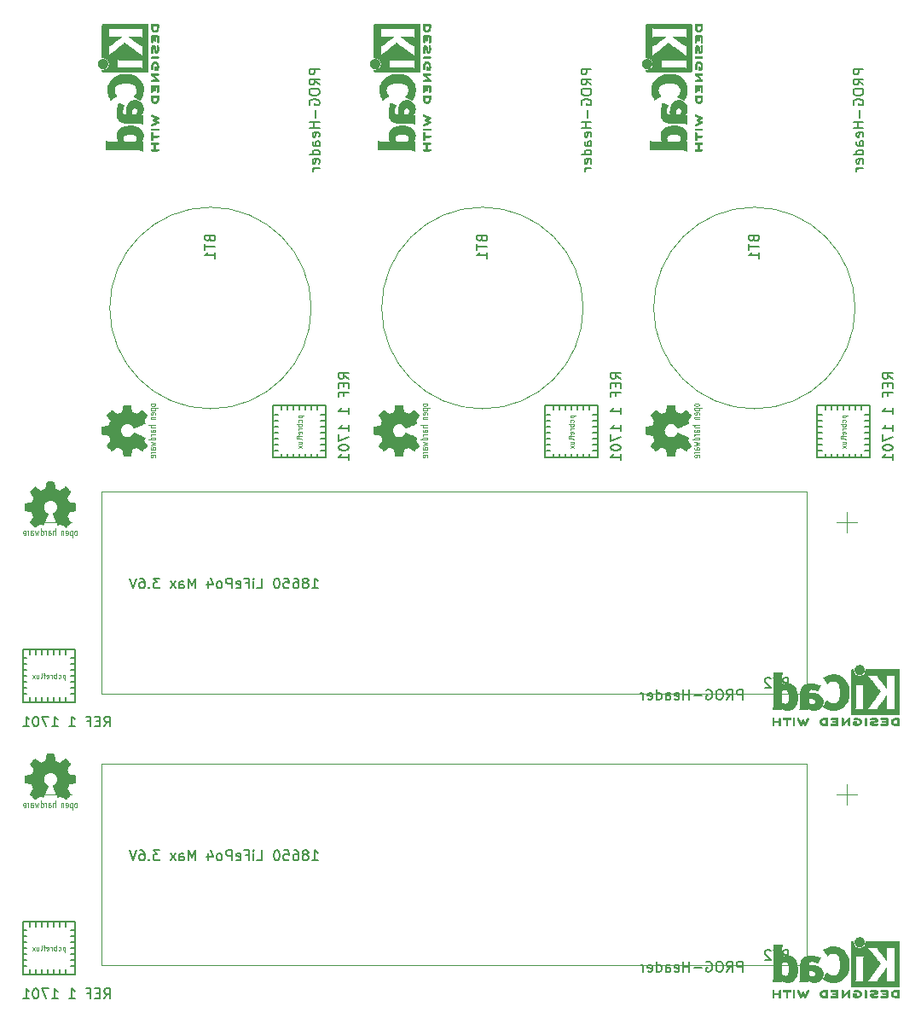
<source format=gbo>
G04 #@! TF.GenerationSoftware,KiCad,Pcbnew,no-vcs-found*
G04 #@! TF.CreationDate,2017-01-05T13:18:46+01:00*
G04 #@! TF.ProjectId,ESP32-HELP-Button-pan,45535033322D48454C502D427574746F,rev?*
G04 #@! TF.FileFunction,Legend,Bot*
G04 #@! TF.FilePolarity,Positive*
%FSLAX46Y46*%
G04 Gerber Fmt 4.6, Leading zero omitted, Abs format (unit mm)*
G04 Created by KiCad (PCBNEW no-vcs-found) date Thu Jan  5 13:18:46 2017*
%MOMM*%
%LPD*%
G01*
G04 APERTURE LIST*
%ADD10C,0.100000*%
%ADD11C,0.200000*%
%ADD12C,0.050000*%
%ADD13C,0.010000*%
%ADD14C,0.150000*%
%ADD15C,0.002540*%
%ADD16C,0.075000*%
G04 APERTURE END LIST*
D10*
D11*
X126707380Y-106457714D02*
X126231190Y-106124380D01*
X126707380Y-105886285D02*
X125707380Y-105886285D01*
X125707380Y-106267238D01*
X125755000Y-106362476D01*
X125802619Y-106410095D01*
X125897857Y-106457714D01*
X126040714Y-106457714D01*
X126135952Y-106410095D01*
X126183571Y-106362476D01*
X126231190Y-106267238D01*
X126231190Y-105886285D01*
X126183571Y-106886285D02*
X126183571Y-107219619D01*
X126707380Y-107362476D02*
X126707380Y-106886285D01*
X125707380Y-106886285D01*
X125707380Y-107362476D01*
X126183571Y-108124380D02*
X126183571Y-107791047D01*
X126707380Y-107791047D02*
X125707380Y-107791047D01*
X125707380Y-108267238D01*
X126707380Y-109933904D02*
X126707380Y-109362476D01*
X126707380Y-109648190D02*
X125707380Y-109648190D01*
X125850238Y-109552952D01*
X125945476Y-109457714D01*
X125993095Y-109362476D01*
X126707380Y-111648190D02*
X126707380Y-111076761D01*
X126707380Y-111362476D02*
X125707380Y-111362476D01*
X125850238Y-111267238D01*
X125945476Y-111172000D01*
X125993095Y-111076761D01*
X125707380Y-111981523D02*
X125707380Y-112648190D01*
X126707380Y-112219619D01*
X125707380Y-113219619D02*
X125707380Y-113314857D01*
X125755000Y-113410095D01*
X125802619Y-113457714D01*
X125897857Y-113505333D01*
X126088333Y-113552952D01*
X126326428Y-113552952D01*
X126516904Y-113505333D01*
X126612142Y-113457714D01*
X126659761Y-113410095D01*
X126707380Y-113314857D01*
X126707380Y-113219619D01*
X126659761Y-113124380D01*
X126612142Y-113076761D01*
X126516904Y-113029142D01*
X126326428Y-112981523D01*
X126088333Y-112981523D01*
X125897857Y-113029142D01*
X125802619Y-113076761D01*
X125755000Y-113124380D01*
X125707380Y-113219619D01*
X126707380Y-114505333D02*
X126707380Y-113933904D01*
X126707380Y-114219619D02*
X125707380Y-114219619D01*
X125850238Y-114124380D01*
X125945476Y-114029142D01*
X125993095Y-113933904D01*
X123786380Y-75708000D02*
X122786380Y-75708000D01*
X122786380Y-76088952D01*
X122834000Y-76184190D01*
X122881619Y-76231809D01*
X122976857Y-76279428D01*
X123119714Y-76279428D01*
X123214952Y-76231809D01*
X123262571Y-76184190D01*
X123310190Y-76088952D01*
X123310190Y-75708000D01*
X123786380Y-77279428D02*
X123310190Y-76946095D01*
X123786380Y-76708000D02*
X122786380Y-76708000D01*
X122786380Y-77088952D01*
X122834000Y-77184190D01*
X122881619Y-77231809D01*
X122976857Y-77279428D01*
X123119714Y-77279428D01*
X123214952Y-77231809D01*
X123262571Y-77184190D01*
X123310190Y-77088952D01*
X123310190Y-76708000D01*
X122786380Y-77898476D02*
X122786380Y-78088952D01*
X122834000Y-78184190D01*
X122929238Y-78279428D01*
X123119714Y-78327047D01*
X123453047Y-78327047D01*
X123643523Y-78279428D01*
X123738761Y-78184190D01*
X123786380Y-78088952D01*
X123786380Y-77898476D01*
X123738761Y-77803238D01*
X123643523Y-77708000D01*
X123453047Y-77660380D01*
X123119714Y-77660380D01*
X122929238Y-77708000D01*
X122834000Y-77803238D01*
X122786380Y-77898476D01*
X122834000Y-79279428D02*
X122786380Y-79184190D01*
X122786380Y-79041333D01*
X122834000Y-78898476D01*
X122929238Y-78803238D01*
X123024476Y-78755619D01*
X123214952Y-78708000D01*
X123357809Y-78708000D01*
X123548285Y-78755619D01*
X123643523Y-78803238D01*
X123738761Y-78898476D01*
X123786380Y-79041333D01*
X123786380Y-79136571D01*
X123738761Y-79279428D01*
X123691142Y-79327047D01*
X123357809Y-79327047D01*
X123357809Y-79136571D01*
X123405428Y-79755619D02*
X123405428Y-80517523D01*
X123786380Y-80993714D02*
X122786380Y-80993714D01*
X123262571Y-80993714D02*
X123262571Y-81565142D01*
X123786380Y-81565142D02*
X122786380Y-81565142D01*
X123738761Y-82422285D02*
X123786380Y-82327047D01*
X123786380Y-82136571D01*
X123738761Y-82041333D01*
X123643523Y-81993714D01*
X123262571Y-81993714D01*
X123167333Y-82041333D01*
X123119714Y-82136571D01*
X123119714Y-82327047D01*
X123167333Y-82422285D01*
X123262571Y-82469904D01*
X123357809Y-82469904D01*
X123453047Y-81993714D01*
X123786380Y-83327047D02*
X123262571Y-83327047D01*
X123167333Y-83279428D01*
X123119714Y-83184190D01*
X123119714Y-82993714D01*
X123167333Y-82898476D01*
X123738761Y-83327047D02*
X123786380Y-83231809D01*
X123786380Y-82993714D01*
X123738761Y-82898476D01*
X123643523Y-82850857D01*
X123548285Y-82850857D01*
X123453047Y-82898476D01*
X123405428Y-82993714D01*
X123405428Y-83231809D01*
X123357809Y-83327047D01*
X123786380Y-84231809D02*
X122786380Y-84231809D01*
X123738761Y-84231809D02*
X123786380Y-84136571D01*
X123786380Y-83946095D01*
X123738761Y-83850857D01*
X123691142Y-83803238D01*
X123595904Y-83755619D01*
X123310190Y-83755619D01*
X123214952Y-83803238D01*
X123167333Y-83850857D01*
X123119714Y-83946095D01*
X123119714Y-84136571D01*
X123167333Y-84231809D01*
X123738761Y-85088952D02*
X123786380Y-84993714D01*
X123786380Y-84803238D01*
X123738761Y-84708000D01*
X123643523Y-84660380D01*
X123262571Y-84660380D01*
X123167333Y-84708000D01*
X123119714Y-84803238D01*
X123119714Y-84993714D01*
X123167333Y-85088952D01*
X123262571Y-85136571D01*
X123357809Y-85136571D01*
X123453047Y-84660380D01*
X123786380Y-85565142D02*
X123119714Y-85565142D01*
X123310190Y-85565142D02*
X123214952Y-85612761D01*
X123167333Y-85660380D01*
X123119714Y-85755619D01*
X123119714Y-85850857D01*
X99707380Y-106457714D02*
X99231190Y-106124380D01*
X99707380Y-105886285D02*
X98707380Y-105886285D01*
X98707380Y-106267238D01*
X98755000Y-106362476D01*
X98802619Y-106410095D01*
X98897857Y-106457714D01*
X99040714Y-106457714D01*
X99135952Y-106410095D01*
X99183571Y-106362476D01*
X99231190Y-106267238D01*
X99231190Y-105886285D01*
X99183571Y-106886285D02*
X99183571Y-107219619D01*
X99707380Y-107362476D02*
X99707380Y-106886285D01*
X98707380Y-106886285D01*
X98707380Y-107362476D01*
X99183571Y-108124380D02*
X99183571Y-107791047D01*
X99707380Y-107791047D02*
X98707380Y-107791047D01*
X98707380Y-108267238D01*
X99707380Y-109933904D02*
X99707380Y-109362476D01*
X99707380Y-109648190D02*
X98707380Y-109648190D01*
X98850238Y-109552952D01*
X98945476Y-109457714D01*
X98993095Y-109362476D01*
X99707380Y-111648190D02*
X99707380Y-111076761D01*
X99707380Y-111362476D02*
X98707380Y-111362476D01*
X98850238Y-111267238D01*
X98945476Y-111172000D01*
X98993095Y-111076761D01*
X98707380Y-111981523D02*
X98707380Y-112648190D01*
X99707380Y-112219619D01*
X98707380Y-113219619D02*
X98707380Y-113314857D01*
X98755000Y-113410095D01*
X98802619Y-113457714D01*
X98897857Y-113505333D01*
X99088333Y-113552952D01*
X99326428Y-113552952D01*
X99516904Y-113505333D01*
X99612142Y-113457714D01*
X99659761Y-113410095D01*
X99707380Y-113314857D01*
X99707380Y-113219619D01*
X99659761Y-113124380D01*
X99612142Y-113076761D01*
X99516904Y-113029142D01*
X99326428Y-112981523D01*
X99088333Y-112981523D01*
X98897857Y-113029142D01*
X98802619Y-113076761D01*
X98755000Y-113124380D01*
X98707380Y-113219619D01*
X99707380Y-114505333D02*
X99707380Y-113933904D01*
X99707380Y-114219619D02*
X98707380Y-114219619D01*
X98850238Y-114124380D01*
X98945476Y-114029142D01*
X98993095Y-113933904D01*
X96786380Y-75708000D02*
X95786380Y-75708000D01*
X95786380Y-76088952D01*
X95834000Y-76184190D01*
X95881619Y-76231809D01*
X95976857Y-76279428D01*
X96119714Y-76279428D01*
X96214952Y-76231809D01*
X96262571Y-76184190D01*
X96310190Y-76088952D01*
X96310190Y-75708000D01*
X96786380Y-77279428D02*
X96310190Y-76946095D01*
X96786380Y-76708000D02*
X95786380Y-76708000D01*
X95786380Y-77088952D01*
X95834000Y-77184190D01*
X95881619Y-77231809D01*
X95976857Y-77279428D01*
X96119714Y-77279428D01*
X96214952Y-77231809D01*
X96262571Y-77184190D01*
X96310190Y-77088952D01*
X96310190Y-76708000D01*
X95786380Y-77898476D02*
X95786380Y-78088952D01*
X95834000Y-78184190D01*
X95929238Y-78279428D01*
X96119714Y-78327047D01*
X96453047Y-78327047D01*
X96643523Y-78279428D01*
X96738761Y-78184190D01*
X96786380Y-78088952D01*
X96786380Y-77898476D01*
X96738761Y-77803238D01*
X96643523Y-77708000D01*
X96453047Y-77660380D01*
X96119714Y-77660380D01*
X95929238Y-77708000D01*
X95834000Y-77803238D01*
X95786380Y-77898476D01*
X95834000Y-79279428D02*
X95786380Y-79184190D01*
X95786380Y-79041333D01*
X95834000Y-78898476D01*
X95929238Y-78803238D01*
X96024476Y-78755619D01*
X96214952Y-78708000D01*
X96357809Y-78708000D01*
X96548285Y-78755619D01*
X96643523Y-78803238D01*
X96738761Y-78898476D01*
X96786380Y-79041333D01*
X96786380Y-79136571D01*
X96738761Y-79279428D01*
X96691142Y-79327047D01*
X96357809Y-79327047D01*
X96357809Y-79136571D01*
X96405428Y-79755619D02*
X96405428Y-80517523D01*
X96786380Y-80993714D02*
X95786380Y-80993714D01*
X96262571Y-80993714D02*
X96262571Y-81565142D01*
X96786380Y-81565142D02*
X95786380Y-81565142D01*
X96738761Y-82422285D02*
X96786380Y-82327047D01*
X96786380Y-82136571D01*
X96738761Y-82041333D01*
X96643523Y-81993714D01*
X96262571Y-81993714D01*
X96167333Y-82041333D01*
X96119714Y-82136571D01*
X96119714Y-82327047D01*
X96167333Y-82422285D01*
X96262571Y-82469904D01*
X96357809Y-82469904D01*
X96453047Y-81993714D01*
X96786380Y-83327047D02*
X96262571Y-83327047D01*
X96167333Y-83279428D01*
X96119714Y-83184190D01*
X96119714Y-82993714D01*
X96167333Y-82898476D01*
X96738761Y-83327047D02*
X96786380Y-83231809D01*
X96786380Y-82993714D01*
X96738761Y-82898476D01*
X96643523Y-82850857D01*
X96548285Y-82850857D01*
X96453047Y-82898476D01*
X96405428Y-82993714D01*
X96405428Y-83231809D01*
X96357809Y-83327047D01*
X96786380Y-84231809D02*
X95786380Y-84231809D01*
X96738761Y-84231809D02*
X96786380Y-84136571D01*
X96786380Y-83946095D01*
X96738761Y-83850857D01*
X96691142Y-83803238D01*
X96595904Y-83755619D01*
X96310190Y-83755619D01*
X96214952Y-83803238D01*
X96167333Y-83850857D01*
X96119714Y-83946095D01*
X96119714Y-84136571D01*
X96167333Y-84231809D01*
X96738761Y-85088952D02*
X96786380Y-84993714D01*
X96786380Y-84803238D01*
X96738761Y-84708000D01*
X96643523Y-84660380D01*
X96262571Y-84660380D01*
X96167333Y-84708000D01*
X96119714Y-84803238D01*
X96119714Y-84993714D01*
X96167333Y-85088952D01*
X96262571Y-85136571D01*
X96357809Y-85136571D01*
X96453047Y-84660380D01*
X96786380Y-85565142D02*
X96119714Y-85565142D01*
X96310190Y-85565142D02*
X96214952Y-85612761D01*
X96167333Y-85660380D01*
X96119714Y-85755619D01*
X96119714Y-85850857D01*
X48419285Y-140953380D02*
X48752619Y-140477190D01*
X48990714Y-140953380D02*
X48990714Y-139953380D01*
X48609761Y-139953380D01*
X48514523Y-140001000D01*
X48466904Y-140048619D01*
X48419285Y-140143857D01*
X48419285Y-140286714D01*
X48466904Y-140381952D01*
X48514523Y-140429571D01*
X48609761Y-140477190D01*
X48990714Y-140477190D01*
X47990714Y-140429571D02*
X47657380Y-140429571D01*
X47514523Y-140953380D02*
X47990714Y-140953380D01*
X47990714Y-139953380D01*
X47514523Y-139953380D01*
X46752619Y-140429571D02*
X47085952Y-140429571D01*
X47085952Y-140953380D02*
X47085952Y-139953380D01*
X46609761Y-139953380D01*
X44943095Y-140953380D02*
X45514523Y-140953380D01*
X45228809Y-140953380D02*
X45228809Y-139953380D01*
X45324047Y-140096238D01*
X45419285Y-140191476D01*
X45514523Y-140239095D01*
X43228809Y-140953380D02*
X43800238Y-140953380D01*
X43514523Y-140953380D02*
X43514523Y-139953380D01*
X43609761Y-140096238D01*
X43705000Y-140191476D01*
X43800238Y-140239095D01*
X42895476Y-139953380D02*
X42228809Y-139953380D01*
X42657380Y-140953380D01*
X41657380Y-139953380D02*
X41562142Y-139953380D01*
X41466904Y-140001000D01*
X41419285Y-140048619D01*
X41371666Y-140143857D01*
X41324047Y-140334333D01*
X41324047Y-140572428D01*
X41371666Y-140762904D01*
X41419285Y-140858142D01*
X41466904Y-140905761D01*
X41562142Y-140953380D01*
X41657380Y-140953380D01*
X41752619Y-140905761D01*
X41800238Y-140858142D01*
X41847857Y-140762904D01*
X41895476Y-140572428D01*
X41895476Y-140334333D01*
X41847857Y-140143857D01*
X41800238Y-140048619D01*
X41752619Y-140001000D01*
X41657380Y-139953380D01*
X40371666Y-140953380D02*
X40943095Y-140953380D01*
X40657380Y-140953380D02*
X40657380Y-139953380D01*
X40752619Y-140096238D01*
X40847857Y-140191476D01*
X40943095Y-140239095D01*
X111792000Y-138286380D02*
X111792000Y-137286380D01*
X111411047Y-137286380D01*
X111315809Y-137334000D01*
X111268190Y-137381619D01*
X111220571Y-137476857D01*
X111220571Y-137619714D01*
X111268190Y-137714952D01*
X111315809Y-137762571D01*
X111411047Y-137810190D01*
X111792000Y-137810190D01*
X110220571Y-138286380D02*
X110553904Y-137810190D01*
X110792000Y-138286380D02*
X110792000Y-137286380D01*
X110411047Y-137286380D01*
X110315809Y-137334000D01*
X110268190Y-137381619D01*
X110220571Y-137476857D01*
X110220571Y-137619714D01*
X110268190Y-137714952D01*
X110315809Y-137762571D01*
X110411047Y-137810190D01*
X110792000Y-137810190D01*
X109601523Y-137286380D02*
X109411047Y-137286380D01*
X109315809Y-137334000D01*
X109220571Y-137429238D01*
X109172952Y-137619714D01*
X109172952Y-137953047D01*
X109220571Y-138143523D01*
X109315809Y-138238761D01*
X109411047Y-138286380D01*
X109601523Y-138286380D01*
X109696761Y-138238761D01*
X109792000Y-138143523D01*
X109839619Y-137953047D01*
X109839619Y-137619714D01*
X109792000Y-137429238D01*
X109696761Y-137334000D01*
X109601523Y-137286380D01*
X108220571Y-137334000D02*
X108315809Y-137286380D01*
X108458666Y-137286380D01*
X108601523Y-137334000D01*
X108696761Y-137429238D01*
X108744380Y-137524476D01*
X108792000Y-137714952D01*
X108792000Y-137857809D01*
X108744380Y-138048285D01*
X108696761Y-138143523D01*
X108601523Y-138238761D01*
X108458666Y-138286380D01*
X108363428Y-138286380D01*
X108220571Y-138238761D01*
X108172952Y-138191142D01*
X108172952Y-137857809D01*
X108363428Y-137857809D01*
X107744380Y-137905428D02*
X106982476Y-137905428D01*
X106506285Y-138286380D02*
X106506285Y-137286380D01*
X106506285Y-137762571D02*
X105934857Y-137762571D01*
X105934857Y-138286380D02*
X105934857Y-137286380D01*
X105077714Y-138238761D02*
X105172952Y-138286380D01*
X105363428Y-138286380D01*
X105458666Y-138238761D01*
X105506285Y-138143523D01*
X105506285Y-137762571D01*
X105458666Y-137667333D01*
X105363428Y-137619714D01*
X105172952Y-137619714D01*
X105077714Y-137667333D01*
X105030095Y-137762571D01*
X105030095Y-137857809D01*
X105506285Y-137953047D01*
X104172952Y-138286380D02*
X104172952Y-137762571D01*
X104220571Y-137667333D01*
X104315809Y-137619714D01*
X104506285Y-137619714D01*
X104601523Y-137667333D01*
X104172952Y-138238761D02*
X104268190Y-138286380D01*
X104506285Y-138286380D01*
X104601523Y-138238761D01*
X104649142Y-138143523D01*
X104649142Y-138048285D01*
X104601523Y-137953047D01*
X104506285Y-137905428D01*
X104268190Y-137905428D01*
X104172952Y-137857809D01*
X103268190Y-138286380D02*
X103268190Y-137286380D01*
X103268190Y-138238761D02*
X103363428Y-138286380D01*
X103553904Y-138286380D01*
X103649142Y-138238761D01*
X103696761Y-138191142D01*
X103744380Y-138095904D01*
X103744380Y-137810190D01*
X103696761Y-137714952D01*
X103649142Y-137667333D01*
X103553904Y-137619714D01*
X103363428Y-137619714D01*
X103268190Y-137667333D01*
X102411047Y-138238761D02*
X102506285Y-138286380D01*
X102696761Y-138286380D01*
X102792000Y-138238761D01*
X102839619Y-138143523D01*
X102839619Y-137762571D01*
X102792000Y-137667333D01*
X102696761Y-137619714D01*
X102506285Y-137619714D01*
X102411047Y-137667333D01*
X102363428Y-137762571D01*
X102363428Y-137857809D01*
X102839619Y-137953047D01*
X101934857Y-138286380D02*
X101934857Y-137619714D01*
X101934857Y-137810190D02*
X101887238Y-137714952D01*
X101839619Y-137667333D01*
X101744380Y-137619714D01*
X101649142Y-137619714D01*
X69064095Y-127237380D02*
X69635523Y-127237380D01*
X69349809Y-127237380D02*
X69349809Y-126237380D01*
X69445047Y-126380238D01*
X69540285Y-126475476D01*
X69635523Y-126523095D01*
X68492666Y-126665952D02*
X68587904Y-126618333D01*
X68635523Y-126570714D01*
X68683142Y-126475476D01*
X68683142Y-126427857D01*
X68635523Y-126332619D01*
X68587904Y-126285000D01*
X68492666Y-126237380D01*
X68302190Y-126237380D01*
X68206952Y-126285000D01*
X68159333Y-126332619D01*
X68111714Y-126427857D01*
X68111714Y-126475476D01*
X68159333Y-126570714D01*
X68206952Y-126618333D01*
X68302190Y-126665952D01*
X68492666Y-126665952D01*
X68587904Y-126713571D01*
X68635523Y-126761190D01*
X68683142Y-126856428D01*
X68683142Y-127046904D01*
X68635523Y-127142142D01*
X68587904Y-127189761D01*
X68492666Y-127237380D01*
X68302190Y-127237380D01*
X68206952Y-127189761D01*
X68159333Y-127142142D01*
X68111714Y-127046904D01*
X68111714Y-126856428D01*
X68159333Y-126761190D01*
X68206952Y-126713571D01*
X68302190Y-126665952D01*
X67254571Y-126237380D02*
X67445047Y-126237380D01*
X67540285Y-126285000D01*
X67587904Y-126332619D01*
X67683142Y-126475476D01*
X67730761Y-126665952D01*
X67730761Y-127046904D01*
X67683142Y-127142142D01*
X67635523Y-127189761D01*
X67540285Y-127237380D01*
X67349809Y-127237380D01*
X67254571Y-127189761D01*
X67206952Y-127142142D01*
X67159333Y-127046904D01*
X67159333Y-126808809D01*
X67206952Y-126713571D01*
X67254571Y-126665952D01*
X67349809Y-126618333D01*
X67540285Y-126618333D01*
X67635523Y-126665952D01*
X67683142Y-126713571D01*
X67730761Y-126808809D01*
X66254571Y-126237380D02*
X66730761Y-126237380D01*
X66778380Y-126713571D01*
X66730761Y-126665952D01*
X66635523Y-126618333D01*
X66397428Y-126618333D01*
X66302190Y-126665952D01*
X66254571Y-126713571D01*
X66206952Y-126808809D01*
X66206952Y-127046904D01*
X66254571Y-127142142D01*
X66302190Y-127189761D01*
X66397428Y-127237380D01*
X66635523Y-127237380D01*
X66730761Y-127189761D01*
X66778380Y-127142142D01*
X65587904Y-126237380D02*
X65492666Y-126237380D01*
X65397428Y-126285000D01*
X65349809Y-126332619D01*
X65302190Y-126427857D01*
X65254571Y-126618333D01*
X65254571Y-126856428D01*
X65302190Y-127046904D01*
X65349809Y-127142142D01*
X65397428Y-127189761D01*
X65492666Y-127237380D01*
X65587904Y-127237380D01*
X65683142Y-127189761D01*
X65730761Y-127142142D01*
X65778380Y-127046904D01*
X65826000Y-126856428D01*
X65826000Y-126618333D01*
X65778380Y-126427857D01*
X65730761Y-126332619D01*
X65683142Y-126285000D01*
X65587904Y-126237380D01*
X63587904Y-127237380D02*
X64064095Y-127237380D01*
X64064095Y-126237380D01*
X63254571Y-127237380D02*
X63254571Y-126570714D01*
X63254571Y-126237380D02*
X63302190Y-126285000D01*
X63254571Y-126332619D01*
X63206952Y-126285000D01*
X63254571Y-126237380D01*
X63254571Y-126332619D01*
X62445047Y-126713571D02*
X62778380Y-126713571D01*
X62778380Y-127237380D02*
X62778380Y-126237380D01*
X62302190Y-126237380D01*
X61540285Y-127189761D02*
X61635523Y-127237380D01*
X61826000Y-127237380D01*
X61921238Y-127189761D01*
X61968857Y-127094523D01*
X61968857Y-126713571D01*
X61921238Y-126618333D01*
X61826000Y-126570714D01*
X61635523Y-126570714D01*
X61540285Y-126618333D01*
X61492666Y-126713571D01*
X61492666Y-126808809D01*
X61968857Y-126904047D01*
X61064095Y-127237380D02*
X61064095Y-126237380D01*
X60683142Y-126237380D01*
X60587904Y-126285000D01*
X60540285Y-126332619D01*
X60492666Y-126427857D01*
X60492666Y-126570714D01*
X60540285Y-126665952D01*
X60587904Y-126713571D01*
X60683142Y-126761190D01*
X61064095Y-126761190D01*
X59921238Y-127237380D02*
X60016476Y-127189761D01*
X60064095Y-127142142D01*
X60111714Y-127046904D01*
X60111714Y-126761190D01*
X60064095Y-126665952D01*
X60016476Y-126618333D01*
X59921238Y-126570714D01*
X59778380Y-126570714D01*
X59683142Y-126618333D01*
X59635523Y-126665952D01*
X59587904Y-126761190D01*
X59587904Y-127046904D01*
X59635523Y-127142142D01*
X59683142Y-127189761D01*
X59778380Y-127237380D01*
X59921238Y-127237380D01*
X58730761Y-126570714D02*
X58730761Y-127237380D01*
X58968857Y-126189761D02*
X59206952Y-126904047D01*
X58587904Y-126904047D01*
X57445047Y-127237380D02*
X57445047Y-126237380D01*
X57111714Y-126951666D01*
X56778380Y-126237380D01*
X56778380Y-127237380D01*
X55873619Y-127237380D02*
X55873619Y-126713571D01*
X55921238Y-126618333D01*
X56016476Y-126570714D01*
X56206952Y-126570714D01*
X56302190Y-126618333D01*
X55873619Y-127189761D02*
X55968857Y-127237380D01*
X56206952Y-127237380D01*
X56302190Y-127189761D01*
X56349809Y-127094523D01*
X56349809Y-126999285D01*
X56302190Y-126904047D01*
X56206952Y-126856428D01*
X55968857Y-126856428D01*
X55873619Y-126808809D01*
X55492666Y-127237380D02*
X54968857Y-126570714D01*
X55492666Y-126570714D02*
X54968857Y-127237380D01*
X53921238Y-126237380D02*
X53302190Y-126237380D01*
X53635523Y-126618333D01*
X53492666Y-126618333D01*
X53397428Y-126665952D01*
X53349809Y-126713571D01*
X53302190Y-126808809D01*
X53302190Y-127046904D01*
X53349809Y-127142142D01*
X53397428Y-127189761D01*
X53492666Y-127237380D01*
X53778380Y-127237380D01*
X53873619Y-127189761D01*
X53921238Y-127142142D01*
X52873619Y-127142142D02*
X52826000Y-127189761D01*
X52873619Y-127237380D01*
X52921238Y-127189761D01*
X52873619Y-127142142D01*
X52873619Y-127237380D01*
X51968857Y-126237380D02*
X52159333Y-126237380D01*
X52254571Y-126285000D01*
X52302190Y-126332619D01*
X52397428Y-126475476D01*
X52445047Y-126665952D01*
X52445047Y-127046904D01*
X52397428Y-127142142D01*
X52349809Y-127189761D01*
X52254571Y-127237380D01*
X52064095Y-127237380D01*
X51968857Y-127189761D01*
X51921238Y-127142142D01*
X51873619Y-127046904D01*
X51873619Y-126808809D01*
X51921238Y-126713571D01*
X51968857Y-126665952D01*
X52064095Y-126618333D01*
X52254571Y-126618333D01*
X52349809Y-126665952D01*
X52397428Y-126713571D01*
X52445047Y-126808809D01*
X51587904Y-126237380D02*
X51254571Y-127237380D01*
X50921238Y-126237380D01*
X69786380Y-75708000D02*
X68786380Y-75708000D01*
X68786380Y-76088952D01*
X68834000Y-76184190D01*
X68881619Y-76231809D01*
X68976857Y-76279428D01*
X69119714Y-76279428D01*
X69214952Y-76231809D01*
X69262571Y-76184190D01*
X69310190Y-76088952D01*
X69310190Y-75708000D01*
X69786380Y-77279428D02*
X69310190Y-76946095D01*
X69786380Y-76708000D02*
X68786380Y-76708000D01*
X68786380Y-77088952D01*
X68834000Y-77184190D01*
X68881619Y-77231809D01*
X68976857Y-77279428D01*
X69119714Y-77279428D01*
X69214952Y-77231809D01*
X69262571Y-77184190D01*
X69310190Y-77088952D01*
X69310190Y-76708000D01*
X68786380Y-77898476D02*
X68786380Y-78088952D01*
X68834000Y-78184190D01*
X68929238Y-78279428D01*
X69119714Y-78327047D01*
X69453047Y-78327047D01*
X69643523Y-78279428D01*
X69738761Y-78184190D01*
X69786380Y-78088952D01*
X69786380Y-77898476D01*
X69738761Y-77803238D01*
X69643523Y-77708000D01*
X69453047Y-77660380D01*
X69119714Y-77660380D01*
X68929238Y-77708000D01*
X68834000Y-77803238D01*
X68786380Y-77898476D01*
X68834000Y-79279428D02*
X68786380Y-79184190D01*
X68786380Y-79041333D01*
X68834000Y-78898476D01*
X68929238Y-78803238D01*
X69024476Y-78755619D01*
X69214952Y-78708000D01*
X69357809Y-78708000D01*
X69548285Y-78755619D01*
X69643523Y-78803238D01*
X69738761Y-78898476D01*
X69786380Y-79041333D01*
X69786380Y-79136571D01*
X69738761Y-79279428D01*
X69691142Y-79327047D01*
X69357809Y-79327047D01*
X69357809Y-79136571D01*
X69405428Y-79755619D02*
X69405428Y-80517523D01*
X69786380Y-80993714D02*
X68786380Y-80993714D01*
X69262571Y-80993714D02*
X69262571Y-81565142D01*
X69786380Y-81565142D02*
X68786380Y-81565142D01*
X69738761Y-82422285D02*
X69786380Y-82327047D01*
X69786380Y-82136571D01*
X69738761Y-82041333D01*
X69643523Y-81993714D01*
X69262571Y-81993714D01*
X69167333Y-82041333D01*
X69119714Y-82136571D01*
X69119714Y-82327047D01*
X69167333Y-82422285D01*
X69262571Y-82469904D01*
X69357809Y-82469904D01*
X69453047Y-81993714D01*
X69786380Y-83327047D02*
X69262571Y-83327047D01*
X69167333Y-83279428D01*
X69119714Y-83184190D01*
X69119714Y-82993714D01*
X69167333Y-82898476D01*
X69738761Y-83327047D02*
X69786380Y-83231809D01*
X69786380Y-82993714D01*
X69738761Y-82898476D01*
X69643523Y-82850857D01*
X69548285Y-82850857D01*
X69453047Y-82898476D01*
X69405428Y-82993714D01*
X69405428Y-83231809D01*
X69357809Y-83327047D01*
X69786380Y-84231809D02*
X68786380Y-84231809D01*
X69738761Y-84231809D02*
X69786380Y-84136571D01*
X69786380Y-83946095D01*
X69738761Y-83850857D01*
X69691142Y-83803238D01*
X69595904Y-83755619D01*
X69310190Y-83755619D01*
X69214952Y-83803238D01*
X69167333Y-83850857D01*
X69119714Y-83946095D01*
X69119714Y-84136571D01*
X69167333Y-84231809D01*
X69738761Y-85088952D02*
X69786380Y-84993714D01*
X69786380Y-84803238D01*
X69738761Y-84708000D01*
X69643523Y-84660380D01*
X69262571Y-84660380D01*
X69167333Y-84708000D01*
X69119714Y-84803238D01*
X69119714Y-84993714D01*
X69167333Y-85088952D01*
X69262571Y-85136571D01*
X69357809Y-85136571D01*
X69453047Y-84660380D01*
X69786380Y-85565142D02*
X69119714Y-85565142D01*
X69310190Y-85565142D02*
X69214952Y-85612761D01*
X69167333Y-85660380D01*
X69119714Y-85755619D01*
X69119714Y-85850857D01*
X72707380Y-106457714D02*
X72231190Y-106124380D01*
X72707380Y-105886285D02*
X71707380Y-105886285D01*
X71707380Y-106267238D01*
X71755000Y-106362476D01*
X71802619Y-106410095D01*
X71897857Y-106457714D01*
X72040714Y-106457714D01*
X72135952Y-106410095D01*
X72183571Y-106362476D01*
X72231190Y-106267238D01*
X72231190Y-105886285D01*
X72183571Y-106886285D02*
X72183571Y-107219619D01*
X72707380Y-107362476D02*
X72707380Y-106886285D01*
X71707380Y-106886285D01*
X71707380Y-107362476D01*
X72183571Y-108124380D02*
X72183571Y-107791047D01*
X72707380Y-107791047D02*
X71707380Y-107791047D01*
X71707380Y-108267238D01*
X72707380Y-109933904D02*
X72707380Y-109362476D01*
X72707380Y-109648190D02*
X71707380Y-109648190D01*
X71850238Y-109552952D01*
X71945476Y-109457714D01*
X71993095Y-109362476D01*
X72707380Y-111648190D02*
X72707380Y-111076761D01*
X72707380Y-111362476D02*
X71707380Y-111362476D01*
X71850238Y-111267238D01*
X71945476Y-111172000D01*
X71993095Y-111076761D01*
X71707380Y-111981523D02*
X71707380Y-112648190D01*
X72707380Y-112219619D01*
X71707380Y-113219619D02*
X71707380Y-113314857D01*
X71755000Y-113410095D01*
X71802619Y-113457714D01*
X71897857Y-113505333D01*
X72088333Y-113552952D01*
X72326428Y-113552952D01*
X72516904Y-113505333D01*
X72612142Y-113457714D01*
X72659761Y-113410095D01*
X72707380Y-113314857D01*
X72707380Y-113219619D01*
X72659761Y-113124380D01*
X72612142Y-113076761D01*
X72516904Y-113029142D01*
X72326428Y-112981523D01*
X72088333Y-112981523D01*
X71897857Y-113029142D01*
X71802619Y-113076761D01*
X71755000Y-113124380D01*
X71707380Y-113219619D01*
X72707380Y-114505333D02*
X72707380Y-113933904D01*
X72707380Y-114219619D02*
X71707380Y-114219619D01*
X71850238Y-114124380D01*
X71945476Y-114029142D01*
X71993095Y-113933904D01*
X69064095Y-154237380D02*
X69635523Y-154237380D01*
X69349809Y-154237380D02*
X69349809Y-153237380D01*
X69445047Y-153380238D01*
X69540285Y-153475476D01*
X69635523Y-153523095D01*
X68492666Y-153665952D02*
X68587904Y-153618333D01*
X68635523Y-153570714D01*
X68683142Y-153475476D01*
X68683142Y-153427857D01*
X68635523Y-153332619D01*
X68587904Y-153285000D01*
X68492666Y-153237380D01*
X68302190Y-153237380D01*
X68206952Y-153285000D01*
X68159333Y-153332619D01*
X68111714Y-153427857D01*
X68111714Y-153475476D01*
X68159333Y-153570714D01*
X68206952Y-153618333D01*
X68302190Y-153665952D01*
X68492666Y-153665952D01*
X68587904Y-153713571D01*
X68635523Y-153761190D01*
X68683142Y-153856428D01*
X68683142Y-154046904D01*
X68635523Y-154142142D01*
X68587904Y-154189761D01*
X68492666Y-154237380D01*
X68302190Y-154237380D01*
X68206952Y-154189761D01*
X68159333Y-154142142D01*
X68111714Y-154046904D01*
X68111714Y-153856428D01*
X68159333Y-153761190D01*
X68206952Y-153713571D01*
X68302190Y-153665952D01*
X67254571Y-153237380D02*
X67445047Y-153237380D01*
X67540285Y-153285000D01*
X67587904Y-153332619D01*
X67683142Y-153475476D01*
X67730761Y-153665952D01*
X67730761Y-154046904D01*
X67683142Y-154142142D01*
X67635523Y-154189761D01*
X67540285Y-154237380D01*
X67349809Y-154237380D01*
X67254571Y-154189761D01*
X67206952Y-154142142D01*
X67159333Y-154046904D01*
X67159333Y-153808809D01*
X67206952Y-153713571D01*
X67254571Y-153665952D01*
X67349809Y-153618333D01*
X67540285Y-153618333D01*
X67635523Y-153665952D01*
X67683142Y-153713571D01*
X67730761Y-153808809D01*
X66254571Y-153237380D02*
X66730761Y-153237380D01*
X66778380Y-153713571D01*
X66730761Y-153665952D01*
X66635523Y-153618333D01*
X66397428Y-153618333D01*
X66302190Y-153665952D01*
X66254571Y-153713571D01*
X66206952Y-153808809D01*
X66206952Y-154046904D01*
X66254571Y-154142142D01*
X66302190Y-154189761D01*
X66397428Y-154237380D01*
X66635523Y-154237380D01*
X66730761Y-154189761D01*
X66778380Y-154142142D01*
X65587904Y-153237380D02*
X65492666Y-153237380D01*
X65397428Y-153285000D01*
X65349809Y-153332619D01*
X65302190Y-153427857D01*
X65254571Y-153618333D01*
X65254571Y-153856428D01*
X65302190Y-154046904D01*
X65349809Y-154142142D01*
X65397428Y-154189761D01*
X65492666Y-154237380D01*
X65587904Y-154237380D01*
X65683142Y-154189761D01*
X65730761Y-154142142D01*
X65778380Y-154046904D01*
X65826000Y-153856428D01*
X65826000Y-153618333D01*
X65778380Y-153427857D01*
X65730761Y-153332619D01*
X65683142Y-153285000D01*
X65587904Y-153237380D01*
X63587904Y-154237380D02*
X64064095Y-154237380D01*
X64064095Y-153237380D01*
X63254571Y-154237380D02*
X63254571Y-153570714D01*
X63254571Y-153237380D02*
X63302190Y-153285000D01*
X63254571Y-153332619D01*
X63206952Y-153285000D01*
X63254571Y-153237380D01*
X63254571Y-153332619D01*
X62445047Y-153713571D02*
X62778380Y-153713571D01*
X62778380Y-154237380D02*
X62778380Y-153237380D01*
X62302190Y-153237380D01*
X61540285Y-154189761D02*
X61635523Y-154237380D01*
X61826000Y-154237380D01*
X61921238Y-154189761D01*
X61968857Y-154094523D01*
X61968857Y-153713571D01*
X61921238Y-153618333D01*
X61826000Y-153570714D01*
X61635523Y-153570714D01*
X61540285Y-153618333D01*
X61492666Y-153713571D01*
X61492666Y-153808809D01*
X61968857Y-153904047D01*
X61064095Y-154237380D02*
X61064095Y-153237380D01*
X60683142Y-153237380D01*
X60587904Y-153285000D01*
X60540285Y-153332619D01*
X60492666Y-153427857D01*
X60492666Y-153570714D01*
X60540285Y-153665952D01*
X60587904Y-153713571D01*
X60683142Y-153761190D01*
X61064095Y-153761190D01*
X59921238Y-154237380D02*
X60016476Y-154189761D01*
X60064095Y-154142142D01*
X60111714Y-154046904D01*
X60111714Y-153761190D01*
X60064095Y-153665952D01*
X60016476Y-153618333D01*
X59921238Y-153570714D01*
X59778380Y-153570714D01*
X59683142Y-153618333D01*
X59635523Y-153665952D01*
X59587904Y-153761190D01*
X59587904Y-154046904D01*
X59635523Y-154142142D01*
X59683142Y-154189761D01*
X59778380Y-154237380D01*
X59921238Y-154237380D01*
X58730761Y-153570714D02*
X58730761Y-154237380D01*
X58968857Y-153189761D02*
X59206952Y-153904047D01*
X58587904Y-153904047D01*
X57445047Y-154237380D02*
X57445047Y-153237380D01*
X57111714Y-153951666D01*
X56778380Y-153237380D01*
X56778380Y-154237380D01*
X55873619Y-154237380D02*
X55873619Y-153713571D01*
X55921238Y-153618333D01*
X56016476Y-153570714D01*
X56206952Y-153570714D01*
X56302190Y-153618333D01*
X55873619Y-154189761D02*
X55968857Y-154237380D01*
X56206952Y-154237380D01*
X56302190Y-154189761D01*
X56349809Y-154094523D01*
X56349809Y-153999285D01*
X56302190Y-153904047D01*
X56206952Y-153856428D01*
X55968857Y-153856428D01*
X55873619Y-153808809D01*
X55492666Y-154237380D02*
X54968857Y-153570714D01*
X55492666Y-153570714D02*
X54968857Y-154237380D01*
X53921238Y-153237380D02*
X53302190Y-153237380D01*
X53635523Y-153618333D01*
X53492666Y-153618333D01*
X53397428Y-153665952D01*
X53349809Y-153713571D01*
X53302190Y-153808809D01*
X53302190Y-154046904D01*
X53349809Y-154142142D01*
X53397428Y-154189761D01*
X53492666Y-154237380D01*
X53778380Y-154237380D01*
X53873619Y-154189761D01*
X53921238Y-154142142D01*
X52873619Y-154142142D02*
X52826000Y-154189761D01*
X52873619Y-154237380D01*
X52921238Y-154189761D01*
X52873619Y-154142142D01*
X52873619Y-154237380D01*
X51968857Y-153237380D02*
X52159333Y-153237380D01*
X52254571Y-153285000D01*
X52302190Y-153332619D01*
X52397428Y-153475476D01*
X52445047Y-153665952D01*
X52445047Y-154046904D01*
X52397428Y-154142142D01*
X52349809Y-154189761D01*
X52254571Y-154237380D01*
X52064095Y-154237380D01*
X51968857Y-154189761D01*
X51921238Y-154142142D01*
X51873619Y-154046904D01*
X51873619Y-153808809D01*
X51921238Y-153713571D01*
X51968857Y-153665952D01*
X52064095Y-153618333D01*
X52254571Y-153618333D01*
X52349809Y-153665952D01*
X52397428Y-153713571D01*
X52445047Y-153808809D01*
X51587904Y-153237380D02*
X51254571Y-154237380D01*
X50921238Y-153237380D01*
X111792000Y-165286380D02*
X111792000Y-164286380D01*
X111411047Y-164286380D01*
X111315809Y-164334000D01*
X111268190Y-164381619D01*
X111220571Y-164476857D01*
X111220571Y-164619714D01*
X111268190Y-164714952D01*
X111315809Y-164762571D01*
X111411047Y-164810190D01*
X111792000Y-164810190D01*
X110220571Y-165286380D02*
X110553904Y-164810190D01*
X110792000Y-165286380D02*
X110792000Y-164286380D01*
X110411047Y-164286380D01*
X110315809Y-164334000D01*
X110268190Y-164381619D01*
X110220571Y-164476857D01*
X110220571Y-164619714D01*
X110268190Y-164714952D01*
X110315809Y-164762571D01*
X110411047Y-164810190D01*
X110792000Y-164810190D01*
X109601523Y-164286380D02*
X109411047Y-164286380D01*
X109315809Y-164334000D01*
X109220571Y-164429238D01*
X109172952Y-164619714D01*
X109172952Y-164953047D01*
X109220571Y-165143523D01*
X109315809Y-165238761D01*
X109411047Y-165286380D01*
X109601523Y-165286380D01*
X109696761Y-165238761D01*
X109792000Y-165143523D01*
X109839619Y-164953047D01*
X109839619Y-164619714D01*
X109792000Y-164429238D01*
X109696761Y-164334000D01*
X109601523Y-164286380D01*
X108220571Y-164334000D02*
X108315809Y-164286380D01*
X108458666Y-164286380D01*
X108601523Y-164334000D01*
X108696761Y-164429238D01*
X108744380Y-164524476D01*
X108792000Y-164714952D01*
X108792000Y-164857809D01*
X108744380Y-165048285D01*
X108696761Y-165143523D01*
X108601523Y-165238761D01*
X108458666Y-165286380D01*
X108363428Y-165286380D01*
X108220571Y-165238761D01*
X108172952Y-165191142D01*
X108172952Y-164857809D01*
X108363428Y-164857809D01*
X107744380Y-164905428D02*
X106982476Y-164905428D01*
X106506285Y-165286380D02*
X106506285Y-164286380D01*
X106506285Y-164762571D02*
X105934857Y-164762571D01*
X105934857Y-165286380D02*
X105934857Y-164286380D01*
X105077714Y-165238761D02*
X105172952Y-165286380D01*
X105363428Y-165286380D01*
X105458666Y-165238761D01*
X105506285Y-165143523D01*
X105506285Y-164762571D01*
X105458666Y-164667333D01*
X105363428Y-164619714D01*
X105172952Y-164619714D01*
X105077714Y-164667333D01*
X105030095Y-164762571D01*
X105030095Y-164857809D01*
X105506285Y-164953047D01*
X104172952Y-165286380D02*
X104172952Y-164762571D01*
X104220571Y-164667333D01*
X104315809Y-164619714D01*
X104506285Y-164619714D01*
X104601523Y-164667333D01*
X104172952Y-165238761D02*
X104268190Y-165286380D01*
X104506285Y-165286380D01*
X104601523Y-165238761D01*
X104649142Y-165143523D01*
X104649142Y-165048285D01*
X104601523Y-164953047D01*
X104506285Y-164905428D01*
X104268190Y-164905428D01*
X104172952Y-164857809D01*
X103268190Y-165286380D02*
X103268190Y-164286380D01*
X103268190Y-165238761D02*
X103363428Y-165286380D01*
X103553904Y-165286380D01*
X103649142Y-165238761D01*
X103696761Y-165191142D01*
X103744380Y-165095904D01*
X103744380Y-164810190D01*
X103696761Y-164714952D01*
X103649142Y-164667333D01*
X103553904Y-164619714D01*
X103363428Y-164619714D01*
X103268190Y-164667333D01*
X102411047Y-165238761D02*
X102506285Y-165286380D01*
X102696761Y-165286380D01*
X102792000Y-165238761D01*
X102839619Y-165143523D01*
X102839619Y-164762571D01*
X102792000Y-164667333D01*
X102696761Y-164619714D01*
X102506285Y-164619714D01*
X102411047Y-164667333D01*
X102363428Y-164762571D01*
X102363428Y-164857809D01*
X102839619Y-164953047D01*
X101934857Y-165286380D02*
X101934857Y-164619714D01*
X101934857Y-164810190D02*
X101887238Y-164714952D01*
X101839619Y-164667333D01*
X101744380Y-164619714D01*
X101649142Y-164619714D01*
X48419285Y-167953380D02*
X48752619Y-167477190D01*
X48990714Y-167953380D02*
X48990714Y-166953380D01*
X48609761Y-166953380D01*
X48514523Y-167001000D01*
X48466904Y-167048619D01*
X48419285Y-167143857D01*
X48419285Y-167286714D01*
X48466904Y-167381952D01*
X48514523Y-167429571D01*
X48609761Y-167477190D01*
X48990714Y-167477190D01*
X47990714Y-167429571D02*
X47657380Y-167429571D01*
X47514523Y-167953380D02*
X47990714Y-167953380D01*
X47990714Y-166953380D01*
X47514523Y-166953380D01*
X46752619Y-167429571D02*
X47085952Y-167429571D01*
X47085952Y-167953380D02*
X47085952Y-166953380D01*
X46609761Y-166953380D01*
X44943095Y-167953380D02*
X45514523Y-167953380D01*
X45228809Y-167953380D02*
X45228809Y-166953380D01*
X45324047Y-167096238D01*
X45419285Y-167191476D01*
X45514523Y-167239095D01*
X43228809Y-167953380D02*
X43800238Y-167953380D01*
X43514523Y-167953380D02*
X43514523Y-166953380D01*
X43609761Y-167096238D01*
X43705000Y-167191476D01*
X43800238Y-167239095D01*
X42895476Y-166953380D02*
X42228809Y-166953380D01*
X42657380Y-167953380D01*
X41657380Y-166953380D02*
X41562142Y-166953380D01*
X41466904Y-167001000D01*
X41419285Y-167048619D01*
X41371666Y-167143857D01*
X41324047Y-167334333D01*
X41324047Y-167572428D01*
X41371666Y-167762904D01*
X41419285Y-167858142D01*
X41466904Y-167905761D01*
X41562142Y-167953380D01*
X41657380Y-167953380D01*
X41752619Y-167905761D01*
X41800238Y-167858142D01*
X41847857Y-167762904D01*
X41895476Y-167572428D01*
X41895476Y-167334333D01*
X41847857Y-167143857D01*
X41800238Y-167048619D01*
X41752619Y-167001000D01*
X41657380Y-166953380D01*
X40371666Y-167953380D02*
X40943095Y-167953380D01*
X40657380Y-167953380D02*
X40657380Y-166953380D01*
X40752619Y-167096238D01*
X40847857Y-167191476D01*
X40943095Y-167239095D01*
D12*
X122973631Y-99432039D02*
G75*
G03X122973631Y-99432039I-10000500J0D01*
G01*
D13*
G36*
X101818571Y-75259957D02*
X101842809Y-75356232D01*
X101885641Y-75442816D01*
X101945419Y-75517627D01*
X102020494Y-75578582D01*
X102109220Y-75623601D01*
X102205530Y-75649864D01*
X102302795Y-75655714D01*
X102396654Y-75640860D01*
X102484511Y-75607160D01*
X102563770Y-75556472D01*
X102631836Y-75490655D01*
X102686112Y-75411566D01*
X102724002Y-75321066D01*
X102736426Y-75269800D01*
X102743947Y-75225302D01*
X102746919Y-75191001D01*
X102745094Y-75158040D01*
X102738225Y-75117566D01*
X102731250Y-75084469D01*
X102699741Y-74991053D01*
X102648617Y-74907381D01*
X102579429Y-74835335D01*
X102493728Y-74776800D01*
X102466489Y-74762852D01*
X102430122Y-74746414D01*
X102399582Y-74736106D01*
X102367450Y-74730540D01*
X102326307Y-74728331D01*
X102280222Y-74728052D01*
X102195865Y-74732139D01*
X102126586Y-74745554D01*
X102065961Y-74770744D01*
X102007567Y-74810154D01*
X101963302Y-74848702D01*
X101897484Y-74920594D01*
X101852053Y-74995687D01*
X101824850Y-75078438D01*
X101814576Y-75156072D01*
X101818571Y-75259957D01*
X101818571Y-75259957D01*
G37*
X101818571Y-75259957D02*
X101842809Y-75356232D01*
X101885641Y-75442816D01*
X101945419Y-75517627D01*
X102020494Y-75578582D01*
X102109220Y-75623601D01*
X102205530Y-75649864D01*
X102302795Y-75655714D01*
X102396654Y-75640860D01*
X102484511Y-75607160D01*
X102563770Y-75556472D01*
X102631836Y-75490655D01*
X102686112Y-75411566D01*
X102724002Y-75321066D01*
X102736426Y-75269800D01*
X102743947Y-75225302D01*
X102746919Y-75191001D01*
X102745094Y-75158040D01*
X102738225Y-75117566D01*
X102731250Y-75084469D01*
X102699741Y-74991053D01*
X102648617Y-74907381D01*
X102579429Y-74835335D01*
X102493728Y-74776800D01*
X102466489Y-74762852D01*
X102430122Y-74746414D01*
X102399582Y-74736106D01*
X102367450Y-74730540D01*
X102326307Y-74728331D01*
X102280222Y-74728052D01*
X102195865Y-74732139D01*
X102126586Y-74745554D01*
X102065961Y-74770744D01*
X102007567Y-74810154D01*
X101963302Y-74848702D01*
X101897484Y-74920594D01*
X101852053Y-74995687D01*
X101824850Y-75078438D01*
X101814576Y-75156072D01*
X101818571Y-75259957D01*
G36*
X104264245Y-83719507D02*
X104498662Y-83719526D01*
X104711603Y-83719552D01*
X104904168Y-83719625D01*
X105077459Y-83719782D01*
X105232576Y-83720064D01*
X105370620Y-83720509D01*
X105492692Y-83721156D01*
X105599894Y-83722045D01*
X105693326Y-83723213D01*
X105774090Y-83724701D01*
X105843286Y-83726546D01*
X105902015Y-83728789D01*
X105951379Y-83731469D01*
X105992478Y-83734623D01*
X106026413Y-83738292D01*
X106054286Y-83742513D01*
X106077198Y-83747327D01*
X106096249Y-83752773D01*
X106112540Y-83758888D01*
X106127173Y-83765712D01*
X106141249Y-83773285D01*
X106155868Y-83781645D01*
X106164974Y-83786839D01*
X106225689Y-83821104D01*
X106225689Y-82962955D01*
X106129733Y-82962955D01*
X106086370Y-82962224D01*
X106053205Y-82960272D01*
X106035424Y-82957463D01*
X106033778Y-82956221D01*
X106040662Y-82944799D01*
X106058505Y-82922084D01*
X106077879Y-82899385D01*
X106118614Y-82844800D01*
X106159617Y-82775321D01*
X106197123Y-82698270D01*
X106227364Y-82620965D01*
X106237012Y-82590113D01*
X106251578Y-82521616D01*
X106261539Y-82438764D01*
X106266583Y-82349371D01*
X106266396Y-82261248D01*
X106260666Y-82182207D01*
X106254858Y-82144511D01*
X106216797Y-82006414D01*
X106159073Y-81879113D01*
X106082211Y-81763292D01*
X105986739Y-81659637D01*
X105873179Y-81568833D01*
X105762381Y-81502031D01*
X105645625Y-81447164D01*
X105526276Y-81405163D01*
X105400283Y-81375167D01*
X105263594Y-81356311D01*
X105112158Y-81347732D01*
X105034711Y-81347006D01*
X104977934Y-81349100D01*
X104977934Y-82178217D01*
X105071002Y-82178424D01*
X105158692Y-82181337D01*
X105235772Y-82187000D01*
X105297009Y-82195455D01*
X105309350Y-82198038D01*
X105416633Y-82229840D01*
X105503658Y-82271498D01*
X105570642Y-82323363D01*
X105617805Y-82385781D01*
X105645365Y-82459100D01*
X105653541Y-82543669D01*
X105642551Y-82639835D01*
X105626829Y-82703311D01*
X105608639Y-82752454D01*
X105582791Y-82806583D01*
X105559089Y-82847244D01*
X105512721Y-82917800D01*
X104362530Y-82917800D01*
X104318962Y-82850392D01*
X104278040Y-82771867D01*
X104251389Y-82687681D01*
X104239465Y-82602557D01*
X104242722Y-82521216D01*
X104261615Y-82448380D01*
X104277184Y-82416426D01*
X104320181Y-82358501D01*
X104376953Y-82309544D01*
X104449575Y-82268390D01*
X104540121Y-82233874D01*
X104650666Y-82204833D01*
X104656533Y-82203552D01*
X104718788Y-82193381D01*
X104796594Y-82185739D01*
X104884720Y-82180670D01*
X104977934Y-82178217D01*
X104977934Y-81349100D01*
X104821895Y-81354857D01*
X104626059Y-81376802D01*
X104447332Y-81412786D01*
X104285845Y-81462759D01*
X104141726Y-81526668D01*
X104015106Y-81604462D01*
X103906115Y-81696089D01*
X103814883Y-81801497D01*
X103783932Y-81846662D01*
X103727785Y-81947611D01*
X103688174Y-82050901D01*
X103664014Y-82160989D01*
X103654219Y-82282330D01*
X103655265Y-82374836D01*
X103666231Y-82504490D01*
X103688046Y-82617084D01*
X103721714Y-82715875D01*
X103768236Y-82804121D01*
X103802448Y-82852986D01*
X103824362Y-82882353D01*
X103839333Y-82904043D01*
X103843733Y-82912253D01*
X103832904Y-82913868D01*
X103802251Y-82915159D01*
X103754526Y-82916138D01*
X103692479Y-82916817D01*
X103618862Y-82917210D01*
X103536427Y-82917330D01*
X103447925Y-82917188D01*
X103356107Y-82916797D01*
X103263724Y-82916171D01*
X103173528Y-82915320D01*
X103088271Y-82914260D01*
X103010703Y-82913001D01*
X102943576Y-82911556D01*
X102889641Y-82909938D01*
X102851650Y-82908161D01*
X102844667Y-82907669D01*
X102774251Y-82900092D01*
X102719102Y-82888531D01*
X102671981Y-82870792D01*
X102625647Y-82844682D01*
X102616067Y-82838415D01*
X102579378Y-82813983D01*
X102579378Y-83719311D01*
X104264245Y-83719507D01*
X104264245Y-83719507D01*
G37*
X104264245Y-83719507D02*
X104498662Y-83719526D01*
X104711603Y-83719552D01*
X104904168Y-83719625D01*
X105077459Y-83719782D01*
X105232576Y-83720064D01*
X105370620Y-83720509D01*
X105492692Y-83721156D01*
X105599894Y-83722045D01*
X105693326Y-83723213D01*
X105774090Y-83724701D01*
X105843286Y-83726546D01*
X105902015Y-83728789D01*
X105951379Y-83731469D01*
X105992478Y-83734623D01*
X106026413Y-83738292D01*
X106054286Y-83742513D01*
X106077198Y-83747327D01*
X106096249Y-83752773D01*
X106112540Y-83758888D01*
X106127173Y-83765712D01*
X106141249Y-83773285D01*
X106155868Y-83781645D01*
X106164974Y-83786839D01*
X106225689Y-83821104D01*
X106225689Y-82962955D01*
X106129733Y-82962955D01*
X106086370Y-82962224D01*
X106053205Y-82960272D01*
X106035424Y-82957463D01*
X106033778Y-82956221D01*
X106040662Y-82944799D01*
X106058505Y-82922084D01*
X106077879Y-82899385D01*
X106118614Y-82844800D01*
X106159617Y-82775321D01*
X106197123Y-82698270D01*
X106227364Y-82620965D01*
X106237012Y-82590113D01*
X106251578Y-82521616D01*
X106261539Y-82438764D01*
X106266583Y-82349371D01*
X106266396Y-82261248D01*
X106260666Y-82182207D01*
X106254858Y-82144511D01*
X106216797Y-82006414D01*
X106159073Y-81879113D01*
X106082211Y-81763292D01*
X105986739Y-81659637D01*
X105873179Y-81568833D01*
X105762381Y-81502031D01*
X105645625Y-81447164D01*
X105526276Y-81405163D01*
X105400283Y-81375167D01*
X105263594Y-81356311D01*
X105112158Y-81347732D01*
X105034711Y-81347006D01*
X104977934Y-81349100D01*
X104977934Y-82178217D01*
X105071002Y-82178424D01*
X105158692Y-82181337D01*
X105235772Y-82187000D01*
X105297009Y-82195455D01*
X105309350Y-82198038D01*
X105416633Y-82229840D01*
X105503658Y-82271498D01*
X105570642Y-82323363D01*
X105617805Y-82385781D01*
X105645365Y-82459100D01*
X105653541Y-82543669D01*
X105642551Y-82639835D01*
X105626829Y-82703311D01*
X105608639Y-82752454D01*
X105582791Y-82806583D01*
X105559089Y-82847244D01*
X105512721Y-82917800D01*
X104362530Y-82917800D01*
X104318962Y-82850392D01*
X104278040Y-82771867D01*
X104251389Y-82687681D01*
X104239465Y-82602557D01*
X104242722Y-82521216D01*
X104261615Y-82448380D01*
X104277184Y-82416426D01*
X104320181Y-82358501D01*
X104376953Y-82309544D01*
X104449575Y-82268390D01*
X104540121Y-82233874D01*
X104650666Y-82204833D01*
X104656533Y-82203552D01*
X104718788Y-82193381D01*
X104796594Y-82185739D01*
X104884720Y-82180670D01*
X104977934Y-82178217D01*
X104977934Y-81349100D01*
X104821895Y-81354857D01*
X104626059Y-81376802D01*
X104447332Y-81412786D01*
X104285845Y-81462759D01*
X104141726Y-81526668D01*
X104015106Y-81604462D01*
X103906115Y-81696089D01*
X103814883Y-81801497D01*
X103783932Y-81846662D01*
X103727785Y-81947611D01*
X103688174Y-82050901D01*
X103664014Y-82160989D01*
X103654219Y-82282330D01*
X103655265Y-82374836D01*
X103666231Y-82504490D01*
X103688046Y-82617084D01*
X103721714Y-82715875D01*
X103768236Y-82804121D01*
X103802448Y-82852986D01*
X103824362Y-82882353D01*
X103839333Y-82904043D01*
X103843733Y-82912253D01*
X103832904Y-82913868D01*
X103802251Y-82915159D01*
X103754526Y-82916138D01*
X103692479Y-82916817D01*
X103618862Y-82917210D01*
X103536427Y-82917330D01*
X103447925Y-82917188D01*
X103356107Y-82916797D01*
X103263724Y-82916171D01*
X103173528Y-82915320D01*
X103088271Y-82914260D01*
X103010703Y-82913001D01*
X102943576Y-82911556D01*
X102889641Y-82909938D01*
X102851650Y-82908161D01*
X102844667Y-82907669D01*
X102774251Y-82900092D01*
X102719102Y-82888531D01*
X102671981Y-82870792D01*
X102625647Y-82844682D01*
X102616067Y-82838415D01*
X102579378Y-82813983D01*
X102579378Y-83719311D01*
X104264245Y-83719507D01*
G36*
X103658552Y-80206574D02*
X103678567Y-80358492D01*
X103712202Y-80493756D01*
X103759725Y-80613239D01*
X103821405Y-80717815D01*
X103884965Y-80795424D01*
X103959099Y-80864265D01*
X104038871Y-80918006D01*
X104131091Y-80960910D01*
X104174161Y-80976384D01*
X104213142Y-80989244D01*
X104249289Y-81000446D01*
X104284434Y-81010120D01*
X104320410Y-81018396D01*
X104359050Y-81025403D01*
X104402185Y-81031272D01*
X104451649Y-81036131D01*
X104509273Y-81040110D01*
X104576891Y-81043340D01*
X104656334Y-81045949D01*
X104749436Y-81048067D01*
X104858027Y-81049824D01*
X104983942Y-81051349D01*
X105129012Y-81052772D01*
X105271778Y-81054025D01*
X105427968Y-81055351D01*
X105563239Y-81056556D01*
X105679246Y-81057766D01*
X105777645Y-81059106D01*
X105860093Y-81060700D01*
X105928246Y-81062675D01*
X105983760Y-81065156D01*
X106028292Y-81068269D01*
X106063498Y-81072138D01*
X106091034Y-81076889D01*
X106112556Y-81082648D01*
X106129722Y-81089539D01*
X106144186Y-81097689D01*
X106157606Y-81107223D01*
X106171638Y-81118266D01*
X106177071Y-81122566D01*
X106199910Y-81138386D01*
X106215463Y-81145422D01*
X106215922Y-81145444D01*
X106218121Y-81134567D01*
X106220147Y-81103582D01*
X106221942Y-81054957D01*
X106223451Y-80991163D01*
X106224616Y-80914669D01*
X106225380Y-80827944D01*
X106225686Y-80733457D01*
X106225689Y-80722550D01*
X106225689Y-80299657D01*
X106129622Y-80296395D01*
X106033556Y-80293133D01*
X106084543Y-80231044D01*
X106152057Y-80133714D01*
X106206749Y-80023813D01*
X106236978Y-79937349D01*
X106251666Y-79868278D01*
X106261659Y-79784925D01*
X106266646Y-79695159D01*
X106266313Y-79606845D01*
X106260351Y-79527851D01*
X106254638Y-79491622D01*
X106216776Y-79351603D01*
X106161932Y-79225178D01*
X106090924Y-79113260D01*
X106004568Y-79016762D01*
X105903679Y-78936600D01*
X105789076Y-78873687D01*
X105662984Y-78829312D01*
X105606401Y-78816978D01*
X105544202Y-78809368D01*
X105469363Y-78805739D01*
X105435467Y-78805245D01*
X105432282Y-78805310D01*
X105432282Y-79565248D01*
X105507333Y-79574541D01*
X105571160Y-79602728D01*
X105626798Y-79651197D01*
X105631211Y-79656254D01*
X105666037Y-79704548D01*
X105688620Y-79756257D01*
X105700540Y-79816989D01*
X105703383Y-79892352D01*
X105702978Y-79910459D01*
X105700325Y-79964278D01*
X105694909Y-80004308D01*
X105684745Y-80039324D01*
X105667850Y-80078103D01*
X105662672Y-80088745D01*
X105626844Y-80149396D01*
X105584212Y-80196215D01*
X105568973Y-80208952D01*
X105512462Y-80253622D01*
X105316586Y-80253622D01*
X105237939Y-80253086D01*
X105179988Y-80251396D01*
X105140875Y-80248428D01*
X105118741Y-80244057D01*
X105112274Y-80239972D01*
X105109111Y-80224047D01*
X105106488Y-80190264D01*
X105104655Y-80143340D01*
X105103857Y-80087993D01*
X105103842Y-80079106D01*
X105109096Y-79958330D01*
X105125263Y-79855660D01*
X105152961Y-79769106D01*
X105192808Y-79696681D01*
X105239758Y-79641751D01*
X105297645Y-79597204D01*
X105360693Y-79572480D01*
X105432282Y-79565248D01*
X105432282Y-78805310D01*
X105341712Y-78807178D01*
X105262812Y-78815522D01*
X105191590Y-78831768D01*
X105120864Y-78857405D01*
X105068493Y-78881401D01*
X104973196Y-78940020D01*
X104885170Y-79018117D01*
X104806017Y-79113315D01*
X104737340Y-79223238D01*
X104680741Y-79345510D01*
X104637821Y-79477755D01*
X104622882Y-79542422D01*
X104600777Y-79678604D01*
X104586194Y-79827049D01*
X104579813Y-79978505D01*
X104581445Y-80105064D01*
X104588224Y-80266950D01*
X104529245Y-80259530D01*
X104430092Y-80240238D01*
X104349372Y-80209104D01*
X104286466Y-80165269D01*
X104240756Y-80107871D01*
X104211622Y-80036048D01*
X104198447Y-79948941D01*
X104200611Y-79845686D01*
X104204612Y-79807711D01*
X104229780Y-79666520D01*
X104270814Y-79529707D01*
X104308815Y-79435178D01*
X104328190Y-79390018D01*
X104343760Y-79351585D01*
X104353405Y-79325234D01*
X104355452Y-79317546D01*
X104346374Y-79307802D01*
X104317405Y-79291083D01*
X104268217Y-79267232D01*
X104198484Y-79236093D01*
X104107879Y-79197507D01*
X104092089Y-79190910D01*
X104019772Y-79160853D01*
X103954425Y-79133874D01*
X103898906Y-79111136D01*
X103856072Y-79093806D01*
X103828781Y-79083048D01*
X103819942Y-79079941D01*
X103815187Y-79089940D01*
X103809910Y-79116217D01*
X103806231Y-79144489D01*
X103801474Y-79174646D01*
X103792028Y-79222433D01*
X103778820Y-79283612D01*
X103762776Y-79353946D01*
X103744820Y-79429194D01*
X103737797Y-79457755D01*
X103712209Y-79562816D01*
X103692147Y-79650480D01*
X103676969Y-79725068D01*
X103666035Y-79790903D01*
X103658704Y-79852307D01*
X103654335Y-79913602D01*
X103652287Y-79979110D01*
X103651889Y-80037128D01*
X103658552Y-80206574D01*
X103658552Y-80206574D01*
G37*
X103658552Y-80206574D02*
X103678567Y-80358492D01*
X103712202Y-80493756D01*
X103759725Y-80613239D01*
X103821405Y-80717815D01*
X103884965Y-80795424D01*
X103959099Y-80864265D01*
X104038871Y-80918006D01*
X104131091Y-80960910D01*
X104174161Y-80976384D01*
X104213142Y-80989244D01*
X104249289Y-81000446D01*
X104284434Y-81010120D01*
X104320410Y-81018396D01*
X104359050Y-81025403D01*
X104402185Y-81031272D01*
X104451649Y-81036131D01*
X104509273Y-81040110D01*
X104576891Y-81043340D01*
X104656334Y-81045949D01*
X104749436Y-81048067D01*
X104858027Y-81049824D01*
X104983942Y-81051349D01*
X105129012Y-81052772D01*
X105271778Y-81054025D01*
X105427968Y-81055351D01*
X105563239Y-81056556D01*
X105679246Y-81057766D01*
X105777645Y-81059106D01*
X105860093Y-81060700D01*
X105928246Y-81062675D01*
X105983760Y-81065156D01*
X106028292Y-81068269D01*
X106063498Y-81072138D01*
X106091034Y-81076889D01*
X106112556Y-81082648D01*
X106129722Y-81089539D01*
X106144186Y-81097689D01*
X106157606Y-81107223D01*
X106171638Y-81118266D01*
X106177071Y-81122566D01*
X106199910Y-81138386D01*
X106215463Y-81145422D01*
X106215922Y-81145444D01*
X106218121Y-81134567D01*
X106220147Y-81103582D01*
X106221942Y-81054957D01*
X106223451Y-80991163D01*
X106224616Y-80914669D01*
X106225380Y-80827944D01*
X106225686Y-80733457D01*
X106225689Y-80722550D01*
X106225689Y-80299657D01*
X106129622Y-80296395D01*
X106033556Y-80293133D01*
X106084543Y-80231044D01*
X106152057Y-80133714D01*
X106206749Y-80023813D01*
X106236978Y-79937349D01*
X106251666Y-79868278D01*
X106261659Y-79784925D01*
X106266646Y-79695159D01*
X106266313Y-79606845D01*
X106260351Y-79527851D01*
X106254638Y-79491622D01*
X106216776Y-79351603D01*
X106161932Y-79225178D01*
X106090924Y-79113260D01*
X106004568Y-79016762D01*
X105903679Y-78936600D01*
X105789076Y-78873687D01*
X105662984Y-78829312D01*
X105606401Y-78816978D01*
X105544202Y-78809368D01*
X105469363Y-78805739D01*
X105435467Y-78805245D01*
X105432282Y-78805310D01*
X105432282Y-79565248D01*
X105507333Y-79574541D01*
X105571160Y-79602728D01*
X105626798Y-79651197D01*
X105631211Y-79656254D01*
X105666037Y-79704548D01*
X105688620Y-79756257D01*
X105700540Y-79816989D01*
X105703383Y-79892352D01*
X105702978Y-79910459D01*
X105700325Y-79964278D01*
X105694909Y-80004308D01*
X105684745Y-80039324D01*
X105667850Y-80078103D01*
X105662672Y-80088745D01*
X105626844Y-80149396D01*
X105584212Y-80196215D01*
X105568973Y-80208952D01*
X105512462Y-80253622D01*
X105316586Y-80253622D01*
X105237939Y-80253086D01*
X105179988Y-80251396D01*
X105140875Y-80248428D01*
X105118741Y-80244057D01*
X105112274Y-80239972D01*
X105109111Y-80224047D01*
X105106488Y-80190264D01*
X105104655Y-80143340D01*
X105103857Y-80087993D01*
X105103842Y-80079106D01*
X105109096Y-79958330D01*
X105125263Y-79855660D01*
X105152961Y-79769106D01*
X105192808Y-79696681D01*
X105239758Y-79641751D01*
X105297645Y-79597204D01*
X105360693Y-79572480D01*
X105432282Y-79565248D01*
X105432282Y-78805310D01*
X105341712Y-78807178D01*
X105262812Y-78815522D01*
X105191590Y-78831768D01*
X105120864Y-78857405D01*
X105068493Y-78881401D01*
X104973196Y-78940020D01*
X104885170Y-79018117D01*
X104806017Y-79113315D01*
X104737340Y-79223238D01*
X104680741Y-79345510D01*
X104637821Y-79477755D01*
X104622882Y-79542422D01*
X104600777Y-79678604D01*
X104586194Y-79827049D01*
X104579813Y-79978505D01*
X104581445Y-80105064D01*
X104588224Y-80266950D01*
X104529245Y-80259530D01*
X104430092Y-80240238D01*
X104349372Y-80209104D01*
X104286466Y-80165269D01*
X104240756Y-80107871D01*
X104211622Y-80036048D01*
X104198447Y-79948941D01*
X104200611Y-79845686D01*
X104204612Y-79807711D01*
X104229780Y-79666520D01*
X104270814Y-79529707D01*
X104308815Y-79435178D01*
X104328190Y-79390018D01*
X104343760Y-79351585D01*
X104353405Y-79325234D01*
X104355452Y-79317546D01*
X104346374Y-79307802D01*
X104317405Y-79291083D01*
X104268217Y-79267232D01*
X104198484Y-79236093D01*
X104107879Y-79197507D01*
X104092089Y-79190910D01*
X104019772Y-79160853D01*
X103954425Y-79133874D01*
X103898906Y-79111136D01*
X103856072Y-79093806D01*
X103828781Y-79083048D01*
X103819942Y-79079941D01*
X103815187Y-79089940D01*
X103809910Y-79116217D01*
X103806231Y-79144489D01*
X103801474Y-79174646D01*
X103792028Y-79222433D01*
X103778820Y-79283612D01*
X103762776Y-79353946D01*
X103744820Y-79429194D01*
X103737797Y-79457755D01*
X103712209Y-79562816D01*
X103692147Y-79650480D01*
X103676969Y-79725068D01*
X103666035Y-79790903D01*
X103658704Y-79852307D01*
X103654335Y-79913602D01*
X103652287Y-79979110D01*
X103651889Y-80037128D01*
X103658552Y-80206574D01*
G36*
X102741071Y-77861429D02*
X102762245Y-78021570D01*
X102802385Y-78185510D01*
X102861889Y-78355313D01*
X102941154Y-78533043D01*
X102946699Y-78544310D01*
X102974725Y-78602005D01*
X102998802Y-78653552D01*
X103017249Y-78695191D01*
X103028386Y-78723162D01*
X103030933Y-78732733D01*
X103035941Y-78751950D01*
X103040147Y-78756561D01*
X103050580Y-78751458D01*
X103076868Y-78735418D01*
X103116257Y-78710288D01*
X103165991Y-78677914D01*
X103223315Y-78640143D01*
X103285476Y-78598822D01*
X103349718Y-78555798D01*
X103413285Y-78512917D01*
X103473425Y-78472026D01*
X103527380Y-78434971D01*
X103572397Y-78403600D01*
X103605721Y-78379759D01*
X103624597Y-78365294D01*
X103626787Y-78363309D01*
X103622138Y-78353191D01*
X103604962Y-78330850D01*
X103578440Y-78300280D01*
X103563964Y-78284536D01*
X103488682Y-78188047D01*
X103433241Y-78081336D01*
X103398141Y-77965832D01*
X103383880Y-77842962D01*
X103385051Y-77773561D01*
X103402212Y-77652423D01*
X103438094Y-77543205D01*
X103492959Y-77445582D01*
X103567070Y-77359228D01*
X103660688Y-77283815D01*
X103774076Y-77219018D01*
X103860667Y-77181601D01*
X103996366Y-77137748D01*
X104143850Y-77105428D01*
X104299314Y-77084557D01*
X104458956Y-77075051D01*
X104618973Y-77076827D01*
X104775561Y-77089803D01*
X104924918Y-77113894D01*
X105063240Y-77149018D01*
X105186724Y-77195092D01*
X105220978Y-77211373D01*
X105335064Y-77279620D01*
X105431557Y-77360079D01*
X105509670Y-77451570D01*
X105568617Y-77552911D01*
X105607612Y-77662920D01*
X105625868Y-77780415D01*
X105627211Y-77821883D01*
X105616290Y-77943441D01*
X105583474Y-78063878D01*
X105529439Y-78181666D01*
X105454865Y-78295277D01*
X105376539Y-78386685D01*
X105332008Y-78433215D01*
X105629271Y-78614483D01*
X105703433Y-78659580D01*
X105771646Y-78700819D01*
X105831459Y-78736735D01*
X105880420Y-78765866D01*
X105916079Y-78786750D01*
X105935984Y-78797924D01*
X105939079Y-78799375D01*
X105948718Y-78791146D01*
X105965999Y-78765567D01*
X105989283Y-78725873D01*
X106016934Y-78675297D01*
X106047315Y-78617074D01*
X106078790Y-78554437D01*
X106109722Y-78490621D01*
X106138473Y-78428860D01*
X106163408Y-78372388D01*
X106182889Y-78324438D01*
X106191318Y-78300986D01*
X106229133Y-78167221D01*
X106254136Y-78029327D01*
X106267140Y-77881622D01*
X106269468Y-77754833D01*
X106268373Y-77686878D01*
X106266275Y-77621277D01*
X106263434Y-77563847D01*
X106260106Y-77520403D01*
X106258422Y-77506298D01*
X106229587Y-77367284D01*
X106184468Y-77225757D01*
X106125750Y-77088275D01*
X106056120Y-76961394D01*
X106003441Y-76883889D01*
X105895239Y-76756481D01*
X105768671Y-76638178D01*
X105626866Y-76531172D01*
X105472951Y-76437652D01*
X105310053Y-76359810D01*
X105192756Y-76315956D01*
X105009128Y-76265708D01*
X104814581Y-76232209D01*
X104613325Y-76215449D01*
X104409568Y-76215416D01*
X104207521Y-76232101D01*
X104011392Y-76265493D01*
X103825391Y-76315580D01*
X103813803Y-76319397D01*
X103651750Y-76382281D01*
X103503832Y-76459028D01*
X103365865Y-76552242D01*
X103233661Y-76664527D01*
X103188399Y-76708392D01*
X103064457Y-76844534D01*
X102961915Y-76984491D01*
X102879656Y-77130411D01*
X102816564Y-77284442D01*
X102771523Y-77448732D01*
X102754033Y-77544289D01*
X102738466Y-77703023D01*
X102741071Y-77861429D01*
X102741071Y-77861429D01*
G37*
X102741071Y-77861429D02*
X102762245Y-78021570D01*
X102802385Y-78185510D01*
X102861889Y-78355313D01*
X102941154Y-78533043D01*
X102946699Y-78544310D01*
X102974725Y-78602005D01*
X102998802Y-78653552D01*
X103017249Y-78695191D01*
X103028386Y-78723162D01*
X103030933Y-78732733D01*
X103035941Y-78751950D01*
X103040147Y-78756561D01*
X103050580Y-78751458D01*
X103076868Y-78735418D01*
X103116257Y-78710288D01*
X103165991Y-78677914D01*
X103223315Y-78640143D01*
X103285476Y-78598822D01*
X103349718Y-78555798D01*
X103413285Y-78512917D01*
X103473425Y-78472026D01*
X103527380Y-78434971D01*
X103572397Y-78403600D01*
X103605721Y-78379759D01*
X103624597Y-78365294D01*
X103626787Y-78363309D01*
X103622138Y-78353191D01*
X103604962Y-78330850D01*
X103578440Y-78300280D01*
X103563964Y-78284536D01*
X103488682Y-78188047D01*
X103433241Y-78081336D01*
X103398141Y-77965832D01*
X103383880Y-77842962D01*
X103385051Y-77773561D01*
X103402212Y-77652423D01*
X103438094Y-77543205D01*
X103492959Y-77445582D01*
X103567070Y-77359228D01*
X103660688Y-77283815D01*
X103774076Y-77219018D01*
X103860667Y-77181601D01*
X103996366Y-77137748D01*
X104143850Y-77105428D01*
X104299314Y-77084557D01*
X104458956Y-77075051D01*
X104618973Y-77076827D01*
X104775561Y-77089803D01*
X104924918Y-77113894D01*
X105063240Y-77149018D01*
X105186724Y-77195092D01*
X105220978Y-77211373D01*
X105335064Y-77279620D01*
X105431557Y-77360079D01*
X105509670Y-77451570D01*
X105568617Y-77552911D01*
X105607612Y-77662920D01*
X105625868Y-77780415D01*
X105627211Y-77821883D01*
X105616290Y-77943441D01*
X105583474Y-78063878D01*
X105529439Y-78181666D01*
X105454865Y-78295277D01*
X105376539Y-78386685D01*
X105332008Y-78433215D01*
X105629271Y-78614483D01*
X105703433Y-78659580D01*
X105771646Y-78700819D01*
X105831459Y-78736735D01*
X105880420Y-78765866D01*
X105916079Y-78786750D01*
X105935984Y-78797924D01*
X105939079Y-78799375D01*
X105948718Y-78791146D01*
X105965999Y-78765567D01*
X105989283Y-78725873D01*
X106016934Y-78675297D01*
X106047315Y-78617074D01*
X106078790Y-78554437D01*
X106109722Y-78490621D01*
X106138473Y-78428860D01*
X106163408Y-78372388D01*
X106182889Y-78324438D01*
X106191318Y-78300986D01*
X106229133Y-78167221D01*
X106254136Y-78029327D01*
X106267140Y-77881622D01*
X106269468Y-77754833D01*
X106268373Y-77686878D01*
X106266275Y-77621277D01*
X106263434Y-77563847D01*
X106260106Y-77520403D01*
X106258422Y-77506298D01*
X106229587Y-77367284D01*
X106184468Y-77225757D01*
X106125750Y-77088275D01*
X106056120Y-76961394D01*
X106003441Y-76883889D01*
X105895239Y-76756481D01*
X105768671Y-76638178D01*
X105626866Y-76531172D01*
X105472951Y-76437652D01*
X105310053Y-76359810D01*
X105192756Y-76315956D01*
X105009128Y-76265708D01*
X104814581Y-76232209D01*
X104613325Y-76215449D01*
X104409568Y-76215416D01*
X104207521Y-76232101D01*
X104011392Y-76265493D01*
X103825391Y-76315580D01*
X103813803Y-76319397D01*
X103651750Y-76382281D01*
X103503832Y-76459028D01*
X103365865Y-76552242D01*
X103233661Y-76664527D01*
X103188399Y-76708392D01*
X103064457Y-76844534D01*
X102961915Y-76984491D01*
X102879656Y-77130411D01*
X102816564Y-77284442D01*
X102771523Y-77448732D01*
X102754033Y-77544289D01*
X102738466Y-77703023D01*
X102741071Y-77861429D01*
G36*
X102281054Y-74586600D02*
X102394993Y-74597465D01*
X102502616Y-74629082D01*
X102601615Y-74679985D01*
X102689684Y-74748707D01*
X102764516Y-74833781D01*
X102822384Y-74930768D01*
X102862005Y-75037036D01*
X102880573Y-75144050D01*
X102879434Y-75249700D01*
X102859930Y-75351875D01*
X102823406Y-75448466D01*
X102771205Y-75537362D01*
X102704673Y-75616454D01*
X102625152Y-75683631D01*
X102533987Y-75736783D01*
X102432523Y-75773801D01*
X102322102Y-75792573D01*
X102272206Y-75794511D01*
X102184267Y-75794511D01*
X102184267Y-75846440D01*
X102187111Y-75882747D01*
X102198911Y-75909645D01*
X102222649Y-75936751D01*
X102261031Y-75975133D01*
X104452602Y-75975133D01*
X104714739Y-75975124D01*
X104955241Y-75975092D01*
X105175048Y-75975028D01*
X105375101Y-75974924D01*
X105556344Y-75974773D01*
X105719716Y-75974566D01*
X105866160Y-75974294D01*
X105996617Y-75973950D01*
X106112029Y-75973526D01*
X106213338Y-75973013D01*
X106301484Y-75972403D01*
X106377410Y-75971688D01*
X106442057Y-75970860D01*
X106496367Y-75969911D01*
X106541280Y-75968833D01*
X106577740Y-75967617D01*
X106606687Y-75966255D01*
X106629063Y-75964739D01*
X106645809Y-75963062D01*
X106657868Y-75961214D01*
X106666180Y-75959187D01*
X106671687Y-75956975D01*
X106673537Y-75955892D01*
X106680549Y-75951729D01*
X106686996Y-75948195D01*
X106692900Y-75944365D01*
X106698286Y-75939318D01*
X106703178Y-75932129D01*
X106707598Y-75921877D01*
X106711572Y-75907636D01*
X106715121Y-75888486D01*
X106718270Y-75863501D01*
X106721042Y-75831760D01*
X106723461Y-75792338D01*
X106725551Y-75744314D01*
X106727335Y-75686763D01*
X106728837Y-75618763D01*
X106730080Y-75539390D01*
X106731089Y-75447721D01*
X106731885Y-75342834D01*
X106732494Y-75223804D01*
X106732939Y-75089710D01*
X106733243Y-74939627D01*
X106733430Y-74772633D01*
X106733524Y-74587804D01*
X106733548Y-74384217D01*
X106733525Y-74160950D01*
X106733480Y-73917078D01*
X106733437Y-73651679D01*
X106733432Y-73613296D01*
X106733389Y-73346318D01*
X106733318Y-73100998D01*
X106733213Y-72876417D01*
X106733066Y-72671655D01*
X106732869Y-72485794D01*
X106732616Y-72317912D01*
X106732300Y-72167092D01*
X106731913Y-72032413D01*
X106731447Y-71912956D01*
X106730897Y-71807801D01*
X106730253Y-71716029D01*
X106729511Y-71636721D01*
X106728661Y-71568957D01*
X106727697Y-71511818D01*
X106726611Y-71464383D01*
X106725397Y-71425734D01*
X106724047Y-71394951D01*
X106722555Y-71371115D01*
X106720911Y-71353306D01*
X106719111Y-71340605D01*
X106717145Y-71332092D01*
X106715477Y-71327734D01*
X106711906Y-71319272D01*
X106709270Y-71311503D01*
X106706634Y-71304398D01*
X106703062Y-71297927D01*
X106697621Y-71292061D01*
X106689375Y-71286771D01*
X106677390Y-71282026D01*
X106660731Y-71277798D01*
X106638463Y-71274057D01*
X106609652Y-71270773D01*
X106573363Y-71267917D01*
X106528661Y-71265460D01*
X106474611Y-71263371D01*
X106410279Y-71261622D01*
X106334730Y-71260183D01*
X106247030Y-71259024D01*
X106146243Y-71258117D01*
X106031434Y-71257431D01*
X105901670Y-71256937D01*
X105756015Y-71256605D01*
X105593535Y-71256407D01*
X105413295Y-71256313D01*
X105214360Y-71256292D01*
X104995796Y-71256315D01*
X104756668Y-71256354D01*
X104496040Y-71256378D01*
X104453889Y-71256378D01*
X104190992Y-71256364D01*
X103949732Y-71256339D01*
X103729165Y-71256329D01*
X103528352Y-71256358D01*
X103346349Y-71256452D01*
X103182216Y-71256638D01*
X103035011Y-71256941D01*
X102903792Y-71257386D01*
X102793867Y-71257966D01*
X102793867Y-71560803D01*
X102851711Y-71600593D01*
X102867479Y-71611764D01*
X102881441Y-71621834D01*
X102894784Y-71630862D01*
X102908693Y-71638903D01*
X102924356Y-71646014D01*
X102942958Y-71652253D01*
X102965686Y-71657675D01*
X102993727Y-71662338D01*
X103028267Y-71666299D01*
X103070492Y-71669615D01*
X103121589Y-71672341D01*
X103182744Y-71674536D01*
X103255144Y-71676255D01*
X103339975Y-71677556D01*
X103438422Y-71678495D01*
X103551674Y-71679130D01*
X103680916Y-71679516D01*
X103827334Y-71679712D01*
X103992116Y-71679773D01*
X104176447Y-71679757D01*
X104381513Y-71679720D01*
X104504133Y-71679711D01*
X104721082Y-71679735D01*
X104916642Y-71679769D01*
X105091999Y-71679757D01*
X105248341Y-71679642D01*
X105386857Y-71679370D01*
X105508734Y-71678882D01*
X105615160Y-71678124D01*
X105707322Y-71677038D01*
X105786409Y-71675569D01*
X105853608Y-71673660D01*
X105910107Y-71671256D01*
X105957093Y-71668299D01*
X105995755Y-71664734D01*
X106027280Y-71660505D01*
X106052855Y-71655554D01*
X106073670Y-71649827D01*
X106090911Y-71643267D01*
X106105765Y-71635817D01*
X106119422Y-71627421D01*
X106133069Y-71618024D01*
X106147893Y-71607568D01*
X106156783Y-71601477D01*
X106214400Y-71562704D01*
X106214400Y-72094268D01*
X106214365Y-72217517D01*
X106214215Y-72320013D01*
X106213878Y-72403580D01*
X106213286Y-72470044D01*
X106212367Y-72521229D01*
X106211051Y-72558959D01*
X106209269Y-72585060D01*
X106206951Y-72601356D01*
X106204026Y-72609672D01*
X106200424Y-72611832D01*
X106196075Y-72609661D01*
X106194645Y-72608465D01*
X106157573Y-72583315D01*
X106104772Y-72557417D01*
X106042770Y-72533808D01*
X106016357Y-72525539D01*
X105998416Y-72520922D01*
X105977355Y-72517021D01*
X105951089Y-72513752D01*
X105917532Y-72511034D01*
X105874599Y-72508785D01*
X105820204Y-72506923D01*
X105752262Y-72505364D01*
X105668688Y-72504028D01*
X105567395Y-72502831D01*
X105446300Y-72501692D01*
X105401600Y-72501315D01*
X105276449Y-72500298D01*
X105172082Y-72499540D01*
X105086707Y-72499097D01*
X105018533Y-72499030D01*
X104965765Y-72499395D01*
X104926614Y-72500252D01*
X104899285Y-72501659D01*
X104881986Y-72503675D01*
X104872926Y-72506357D01*
X104870312Y-72509764D01*
X104872351Y-72513956D01*
X104876667Y-72518429D01*
X104889602Y-72528784D01*
X104918676Y-72550842D01*
X104961759Y-72583043D01*
X105016718Y-72623826D01*
X105081423Y-72671630D01*
X105153742Y-72724895D01*
X105231544Y-72782060D01*
X105312698Y-72841563D01*
X105395072Y-72901845D01*
X105476536Y-72961345D01*
X105554957Y-73018502D01*
X105628204Y-73071755D01*
X105694147Y-73119543D01*
X105750654Y-73160307D01*
X105795593Y-73192484D01*
X105826834Y-73214515D01*
X105833466Y-73219083D01*
X105870369Y-73242004D01*
X105918359Y-73268812D01*
X105967897Y-73294211D01*
X105974577Y-73297432D01*
X106022772Y-73319110D01*
X106060334Y-73331696D01*
X106096160Y-73337426D01*
X106138200Y-73338544D01*
X106214400Y-73337910D01*
X106214400Y-74492349D01*
X106120669Y-74401185D01*
X106070775Y-74354388D01*
X106014295Y-74304101D01*
X105960026Y-74258056D01*
X105934673Y-74237631D01*
X105895128Y-74207193D01*
X105841916Y-74167138D01*
X105776667Y-74118639D01*
X105701011Y-74062865D01*
X105616577Y-74000989D01*
X105524994Y-73934181D01*
X105427892Y-73863613D01*
X105326901Y-73790455D01*
X105223650Y-73715879D01*
X105119768Y-73641056D01*
X105016885Y-73567157D01*
X104916631Y-73495354D01*
X104820636Y-73426816D01*
X104730527Y-73362716D01*
X104647936Y-73304225D01*
X104574492Y-73252514D01*
X104511824Y-73208753D01*
X104461561Y-73174115D01*
X104425334Y-73149770D01*
X104404771Y-73136889D01*
X104400668Y-73135131D01*
X104389342Y-73143090D01*
X104362162Y-73163885D01*
X104320829Y-73196153D01*
X104267044Y-73238530D01*
X104202506Y-73289653D01*
X104128918Y-73348159D01*
X104047978Y-73412686D01*
X103961388Y-73481869D01*
X103870848Y-73554347D01*
X103778060Y-73628754D01*
X103703702Y-73688483D01*
X103703702Y-74699489D01*
X103716659Y-74705398D01*
X103738908Y-74719728D01*
X103740391Y-74720775D01*
X103770544Y-74739562D01*
X103807375Y-74759209D01*
X103815511Y-74763108D01*
X103823940Y-74766644D01*
X103834059Y-74769770D01*
X103847260Y-74772514D01*
X103864938Y-74774908D01*
X103888484Y-74776981D01*
X103919293Y-74778765D01*
X103958757Y-74780288D01*
X104008269Y-74781581D01*
X104069223Y-74782674D01*
X104143011Y-74783597D01*
X104231028Y-74784381D01*
X104334665Y-74785055D01*
X104455316Y-74785650D01*
X104594374Y-74786195D01*
X104753232Y-74786721D01*
X104932089Y-74787255D01*
X105117207Y-74787794D01*
X105281145Y-74788228D01*
X105425303Y-74788491D01*
X105551079Y-74788516D01*
X105659871Y-74788235D01*
X105753077Y-74787581D01*
X105832097Y-74786486D01*
X105898328Y-74784882D01*
X105953170Y-74782703D01*
X105998021Y-74779881D01*
X106034278Y-74776349D01*
X106063341Y-74772039D01*
X106086609Y-74766883D01*
X106105479Y-74760815D01*
X106121351Y-74753767D01*
X106135622Y-74745671D01*
X106149691Y-74736460D01*
X106162158Y-74727960D01*
X106188452Y-74710824D01*
X106206037Y-74700678D01*
X106209257Y-74699489D01*
X106210334Y-74710396D01*
X106211335Y-74741589D01*
X106212235Y-74790777D01*
X106213010Y-74855667D01*
X106213637Y-74933970D01*
X106214091Y-75023393D01*
X106214349Y-75121644D01*
X106214400Y-75190555D01*
X106214180Y-75295548D01*
X106213548Y-75392390D01*
X106212549Y-75478893D01*
X106211227Y-75552868D01*
X106209626Y-75612126D01*
X106207791Y-75654480D01*
X106205765Y-75677740D01*
X106204493Y-75681622D01*
X106189591Y-75673924D01*
X106181560Y-75665926D01*
X106164434Y-75652754D01*
X106134183Y-75635515D01*
X106109622Y-75623593D01*
X106050711Y-75596955D01*
X104873845Y-75593880D01*
X103696978Y-75590805D01*
X103696978Y-75145147D01*
X103697142Y-75047330D01*
X103697611Y-74956936D01*
X103698347Y-74876370D01*
X103699316Y-74808038D01*
X103700480Y-74754344D01*
X103701803Y-74717695D01*
X103703249Y-74700496D01*
X103703702Y-74699489D01*
X103703702Y-73688483D01*
X103684722Y-73703730D01*
X103592537Y-73777910D01*
X103503204Y-73849931D01*
X103418424Y-73918431D01*
X103339898Y-73982045D01*
X103269326Y-74039412D01*
X103208409Y-74089167D01*
X103158847Y-74129948D01*
X103138178Y-74147112D01*
X103037516Y-74233404D01*
X102954259Y-74310003D01*
X102886438Y-74378817D01*
X102832089Y-74441752D01*
X102824722Y-74451133D01*
X102794117Y-74490644D01*
X102793867Y-73358884D01*
X102841844Y-73364173D01*
X102899188Y-73360870D01*
X102967463Y-73339339D01*
X103047212Y-73299365D01*
X103119495Y-73254057D01*
X103142140Y-73237839D01*
X103179696Y-73209786D01*
X103230021Y-73171570D01*
X103290973Y-73124863D01*
X103360411Y-73071339D01*
X103436194Y-73012669D01*
X103516180Y-72950525D01*
X103598228Y-72886579D01*
X103680196Y-72822505D01*
X103759943Y-72759973D01*
X103835327Y-72700657D01*
X103904207Y-72646229D01*
X103964442Y-72598361D01*
X104013889Y-72558725D01*
X104050408Y-72528994D01*
X104071858Y-72510839D01*
X104075156Y-72507780D01*
X104067149Y-72504921D01*
X104036855Y-72502707D01*
X103984556Y-72501143D01*
X103910531Y-72500233D01*
X103815063Y-72499980D01*
X103698434Y-72500387D01*
X103578445Y-72501296D01*
X103446333Y-72502618D01*
X103334594Y-72504143D01*
X103241025Y-72506119D01*
X103163419Y-72508794D01*
X103099574Y-72512418D01*
X103047283Y-72517239D01*
X103004344Y-72523506D01*
X102968551Y-72531468D01*
X102937700Y-72541373D01*
X102909586Y-72553469D01*
X102882005Y-72568007D01*
X102856966Y-72582689D01*
X102793867Y-72620686D01*
X102793867Y-71560803D01*
X102793867Y-71257966D01*
X102787617Y-71257999D01*
X102685544Y-71258805D01*
X102596633Y-71259830D01*
X102519941Y-71261100D01*
X102454527Y-71262640D01*
X102399449Y-71264476D01*
X102353765Y-71266633D01*
X102316534Y-71269137D01*
X102286813Y-71272013D01*
X102263662Y-71275287D01*
X102246139Y-71278985D01*
X102233301Y-71283131D01*
X102224208Y-71287753D01*
X102217918Y-71292874D01*
X102213488Y-71298522D01*
X102209978Y-71304721D01*
X102206445Y-71311496D01*
X102202876Y-71317492D01*
X102200300Y-71322725D01*
X102197972Y-71330901D01*
X102195878Y-71343114D01*
X102194007Y-71360459D01*
X102192347Y-71384031D01*
X102190884Y-71414923D01*
X102189608Y-71454232D01*
X102188504Y-71503050D01*
X102187561Y-71562473D01*
X102186767Y-71633596D01*
X102186109Y-71717512D01*
X102185575Y-71815317D01*
X102185153Y-71928106D01*
X102184829Y-72056971D01*
X102184592Y-72203009D01*
X102184430Y-72367314D01*
X102184330Y-72550980D01*
X102184280Y-72755103D01*
X102184267Y-72966247D01*
X102184267Y-74586600D01*
X102281054Y-74586600D01*
X102281054Y-74586600D01*
G37*
X102281054Y-74586600D02*
X102394993Y-74597465D01*
X102502616Y-74629082D01*
X102601615Y-74679985D01*
X102689684Y-74748707D01*
X102764516Y-74833781D01*
X102822384Y-74930768D01*
X102862005Y-75037036D01*
X102880573Y-75144050D01*
X102879434Y-75249700D01*
X102859930Y-75351875D01*
X102823406Y-75448466D01*
X102771205Y-75537362D01*
X102704673Y-75616454D01*
X102625152Y-75683631D01*
X102533987Y-75736783D01*
X102432523Y-75773801D01*
X102322102Y-75792573D01*
X102272206Y-75794511D01*
X102184267Y-75794511D01*
X102184267Y-75846440D01*
X102187111Y-75882747D01*
X102198911Y-75909645D01*
X102222649Y-75936751D01*
X102261031Y-75975133D01*
X104452602Y-75975133D01*
X104714739Y-75975124D01*
X104955241Y-75975092D01*
X105175048Y-75975028D01*
X105375101Y-75974924D01*
X105556344Y-75974773D01*
X105719716Y-75974566D01*
X105866160Y-75974294D01*
X105996617Y-75973950D01*
X106112029Y-75973526D01*
X106213338Y-75973013D01*
X106301484Y-75972403D01*
X106377410Y-75971688D01*
X106442057Y-75970860D01*
X106496367Y-75969911D01*
X106541280Y-75968833D01*
X106577740Y-75967617D01*
X106606687Y-75966255D01*
X106629063Y-75964739D01*
X106645809Y-75963062D01*
X106657868Y-75961214D01*
X106666180Y-75959187D01*
X106671687Y-75956975D01*
X106673537Y-75955892D01*
X106680549Y-75951729D01*
X106686996Y-75948195D01*
X106692900Y-75944365D01*
X106698286Y-75939318D01*
X106703178Y-75932129D01*
X106707598Y-75921877D01*
X106711572Y-75907636D01*
X106715121Y-75888486D01*
X106718270Y-75863501D01*
X106721042Y-75831760D01*
X106723461Y-75792338D01*
X106725551Y-75744314D01*
X106727335Y-75686763D01*
X106728837Y-75618763D01*
X106730080Y-75539390D01*
X106731089Y-75447721D01*
X106731885Y-75342834D01*
X106732494Y-75223804D01*
X106732939Y-75089710D01*
X106733243Y-74939627D01*
X106733430Y-74772633D01*
X106733524Y-74587804D01*
X106733548Y-74384217D01*
X106733525Y-74160950D01*
X106733480Y-73917078D01*
X106733437Y-73651679D01*
X106733432Y-73613296D01*
X106733389Y-73346318D01*
X106733318Y-73100998D01*
X106733213Y-72876417D01*
X106733066Y-72671655D01*
X106732869Y-72485794D01*
X106732616Y-72317912D01*
X106732300Y-72167092D01*
X106731913Y-72032413D01*
X106731447Y-71912956D01*
X106730897Y-71807801D01*
X106730253Y-71716029D01*
X106729511Y-71636721D01*
X106728661Y-71568957D01*
X106727697Y-71511818D01*
X106726611Y-71464383D01*
X106725397Y-71425734D01*
X106724047Y-71394951D01*
X106722555Y-71371115D01*
X106720911Y-71353306D01*
X106719111Y-71340605D01*
X106717145Y-71332092D01*
X106715477Y-71327734D01*
X106711906Y-71319272D01*
X106709270Y-71311503D01*
X106706634Y-71304398D01*
X106703062Y-71297927D01*
X106697621Y-71292061D01*
X106689375Y-71286771D01*
X106677390Y-71282026D01*
X106660731Y-71277798D01*
X106638463Y-71274057D01*
X106609652Y-71270773D01*
X106573363Y-71267917D01*
X106528661Y-71265460D01*
X106474611Y-71263371D01*
X106410279Y-71261622D01*
X106334730Y-71260183D01*
X106247030Y-71259024D01*
X106146243Y-71258117D01*
X106031434Y-71257431D01*
X105901670Y-71256937D01*
X105756015Y-71256605D01*
X105593535Y-71256407D01*
X105413295Y-71256313D01*
X105214360Y-71256292D01*
X104995796Y-71256315D01*
X104756668Y-71256354D01*
X104496040Y-71256378D01*
X104453889Y-71256378D01*
X104190992Y-71256364D01*
X103949732Y-71256339D01*
X103729165Y-71256329D01*
X103528352Y-71256358D01*
X103346349Y-71256452D01*
X103182216Y-71256638D01*
X103035011Y-71256941D01*
X102903792Y-71257386D01*
X102793867Y-71257966D01*
X102793867Y-71560803D01*
X102851711Y-71600593D01*
X102867479Y-71611764D01*
X102881441Y-71621834D01*
X102894784Y-71630862D01*
X102908693Y-71638903D01*
X102924356Y-71646014D01*
X102942958Y-71652253D01*
X102965686Y-71657675D01*
X102993727Y-71662338D01*
X103028267Y-71666299D01*
X103070492Y-71669615D01*
X103121589Y-71672341D01*
X103182744Y-71674536D01*
X103255144Y-71676255D01*
X103339975Y-71677556D01*
X103438422Y-71678495D01*
X103551674Y-71679130D01*
X103680916Y-71679516D01*
X103827334Y-71679712D01*
X103992116Y-71679773D01*
X104176447Y-71679757D01*
X104381513Y-71679720D01*
X104504133Y-71679711D01*
X104721082Y-71679735D01*
X104916642Y-71679769D01*
X105091999Y-71679757D01*
X105248341Y-71679642D01*
X105386857Y-71679370D01*
X105508734Y-71678882D01*
X105615160Y-71678124D01*
X105707322Y-71677038D01*
X105786409Y-71675569D01*
X105853608Y-71673660D01*
X105910107Y-71671256D01*
X105957093Y-71668299D01*
X105995755Y-71664734D01*
X106027280Y-71660505D01*
X106052855Y-71655554D01*
X106073670Y-71649827D01*
X106090911Y-71643267D01*
X106105765Y-71635817D01*
X106119422Y-71627421D01*
X106133069Y-71618024D01*
X106147893Y-71607568D01*
X106156783Y-71601477D01*
X106214400Y-71562704D01*
X106214400Y-72094268D01*
X106214365Y-72217517D01*
X106214215Y-72320013D01*
X106213878Y-72403580D01*
X106213286Y-72470044D01*
X106212367Y-72521229D01*
X106211051Y-72558959D01*
X106209269Y-72585060D01*
X106206951Y-72601356D01*
X106204026Y-72609672D01*
X106200424Y-72611832D01*
X106196075Y-72609661D01*
X106194645Y-72608465D01*
X106157573Y-72583315D01*
X106104772Y-72557417D01*
X106042770Y-72533808D01*
X106016357Y-72525539D01*
X105998416Y-72520922D01*
X105977355Y-72517021D01*
X105951089Y-72513752D01*
X105917532Y-72511034D01*
X105874599Y-72508785D01*
X105820204Y-72506923D01*
X105752262Y-72505364D01*
X105668688Y-72504028D01*
X105567395Y-72502831D01*
X105446300Y-72501692D01*
X105401600Y-72501315D01*
X105276449Y-72500298D01*
X105172082Y-72499540D01*
X105086707Y-72499097D01*
X105018533Y-72499030D01*
X104965765Y-72499395D01*
X104926614Y-72500252D01*
X104899285Y-72501659D01*
X104881986Y-72503675D01*
X104872926Y-72506357D01*
X104870312Y-72509764D01*
X104872351Y-72513956D01*
X104876667Y-72518429D01*
X104889602Y-72528784D01*
X104918676Y-72550842D01*
X104961759Y-72583043D01*
X105016718Y-72623826D01*
X105081423Y-72671630D01*
X105153742Y-72724895D01*
X105231544Y-72782060D01*
X105312698Y-72841563D01*
X105395072Y-72901845D01*
X105476536Y-72961345D01*
X105554957Y-73018502D01*
X105628204Y-73071755D01*
X105694147Y-73119543D01*
X105750654Y-73160307D01*
X105795593Y-73192484D01*
X105826834Y-73214515D01*
X105833466Y-73219083D01*
X105870369Y-73242004D01*
X105918359Y-73268812D01*
X105967897Y-73294211D01*
X105974577Y-73297432D01*
X106022772Y-73319110D01*
X106060334Y-73331696D01*
X106096160Y-73337426D01*
X106138200Y-73338544D01*
X106214400Y-73337910D01*
X106214400Y-74492349D01*
X106120669Y-74401185D01*
X106070775Y-74354388D01*
X106014295Y-74304101D01*
X105960026Y-74258056D01*
X105934673Y-74237631D01*
X105895128Y-74207193D01*
X105841916Y-74167138D01*
X105776667Y-74118639D01*
X105701011Y-74062865D01*
X105616577Y-74000989D01*
X105524994Y-73934181D01*
X105427892Y-73863613D01*
X105326901Y-73790455D01*
X105223650Y-73715879D01*
X105119768Y-73641056D01*
X105016885Y-73567157D01*
X104916631Y-73495354D01*
X104820636Y-73426816D01*
X104730527Y-73362716D01*
X104647936Y-73304225D01*
X104574492Y-73252514D01*
X104511824Y-73208753D01*
X104461561Y-73174115D01*
X104425334Y-73149770D01*
X104404771Y-73136889D01*
X104400668Y-73135131D01*
X104389342Y-73143090D01*
X104362162Y-73163885D01*
X104320829Y-73196153D01*
X104267044Y-73238530D01*
X104202506Y-73289653D01*
X104128918Y-73348159D01*
X104047978Y-73412686D01*
X103961388Y-73481869D01*
X103870848Y-73554347D01*
X103778060Y-73628754D01*
X103703702Y-73688483D01*
X103703702Y-74699489D01*
X103716659Y-74705398D01*
X103738908Y-74719728D01*
X103740391Y-74720775D01*
X103770544Y-74739562D01*
X103807375Y-74759209D01*
X103815511Y-74763108D01*
X103823940Y-74766644D01*
X103834059Y-74769770D01*
X103847260Y-74772514D01*
X103864938Y-74774908D01*
X103888484Y-74776981D01*
X103919293Y-74778765D01*
X103958757Y-74780288D01*
X104008269Y-74781581D01*
X104069223Y-74782674D01*
X104143011Y-74783597D01*
X104231028Y-74784381D01*
X104334665Y-74785055D01*
X104455316Y-74785650D01*
X104594374Y-74786195D01*
X104753232Y-74786721D01*
X104932089Y-74787255D01*
X105117207Y-74787794D01*
X105281145Y-74788228D01*
X105425303Y-74788491D01*
X105551079Y-74788516D01*
X105659871Y-74788235D01*
X105753077Y-74787581D01*
X105832097Y-74786486D01*
X105898328Y-74784882D01*
X105953170Y-74782703D01*
X105998021Y-74779881D01*
X106034278Y-74776349D01*
X106063341Y-74772039D01*
X106086609Y-74766883D01*
X106105479Y-74760815D01*
X106121351Y-74753767D01*
X106135622Y-74745671D01*
X106149691Y-74736460D01*
X106162158Y-74727960D01*
X106188452Y-74710824D01*
X106206037Y-74700678D01*
X106209257Y-74699489D01*
X106210334Y-74710396D01*
X106211335Y-74741589D01*
X106212235Y-74790777D01*
X106213010Y-74855667D01*
X106213637Y-74933970D01*
X106214091Y-75023393D01*
X106214349Y-75121644D01*
X106214400Y-75190555D01*
X106214180Y-75295548D01*
X106213548Y-75392390D01*
X106212549Y-75478893D01*
X106211227Y-75552868D01*
X106209626Y-75612126D01*
X106207791Y-75654480D01*
X106205765Y-75677740D01*
X106204493Y-75681622D01*
X106189591Y-75673924D01*
X106181560Y-75665926D01*
X106164434Y-75652754D01*
X106134183Y-75635515D01*
X106109622Y-75623593D01*
X106050711Y-75596955D01*
X104873845Y-75593880D01*
X103696978Y-75590805D01*
X103696978Y-75145147D01*
X103697142Y-75047330D01*
X103697611Y-74956936D01*
X103698347Y-74876370D01*
X103699316Y-74808038D01*
X103700480Y-74754344D01*
X103701803Y-74717695D01*
X103703249Y-74700496D01*
X103703702Y-74699489D01*
X103703702Y-73688483D01*
X103684722Y-73703730D01*
X103592537Y-73777910D01*
X103503204Y-73849931D01*
X103418424Y-73918431D01*
X103339898Y-73982045D01*
X103269326Y-74039412D01*
X103208409Y-74089167D01*
X103158847Y-74129948D01*
X103138178Y-74147112D01*
X103037516Y-74233404D01*
X102954259Y-74310003D01*
X102886438Y-74378817D01*
X102832089Y-74441752D01*
X102824722Y-74451133D01*
X102794117Y-74490644D01*
X102793867Y-73358884D01*
X102841844Y-73364173D01*
X102899188Y-73360870D01*
X102967463Y-73339339D01*
X103047212Y-73299365D01*
X103119495Y-73254057D01*
X103142140Y-73237839D01*
X103179696Y-73209786D01*
X103230021Y-73171570D01*
X103290973Y-73124863D01*
X103360411Y-73071339D01*
X103436194Y-73012669D01*
X103516180Y-72950525D01*
X103598228Y-72886579D01*
X103680196Y-72822505D01*
X103759943Y-72759973D01*
X103835327Y-72700657D01*
X103904207Y-72646229D01*
X103964442Y-72598361D01*
X104013889Y-72558725D01*
X104050408Y-72528994D01*
X104071858Y-72510839D01*
X104075156Y-72507780D01*
X104067149Y-72504921D01*
X104036855Y-72502707D01*
X103984556Y-72501143D01*
X103910531Y-72500233D01*
X103815063Y-72499980D01*
X103698434Y-72500387D01*
X103578445Y-72501296D01*
X103446333Y-72502618D01*
X103334594Y-72504143D01*
X103241025Y-72506119D01*
X103163419Y-72508794D01*
X103099574Y-72512418D01*
X103047283Y-72517239D01*
X103004344Y-72523506D01*
X102968551Y-72531468D01*
X102937700Y-72541373D01*
X102909586Y-72553469D01*
X102882005Y-72568007D01*
X102856966Y-72582689D01*
X102793867Y-72620686D01*
X102793867Y-71560803D01*
X102793867Y-71257966D01*
X102787617Y-71257999D01*
X102685544Y-71258805D01*
X102596633Y-71259830D01*
X102519941Y-71261100D01*
X102454527Y-71262640D01*
X102399449Y-71264476D01*
X102353765Y-71266633D01*
X102316534Y-71269137D01*
X102286813Y-71272013D01*
X102263662Y-71275287D01*
X102246139Y-71278985D01*
X102233301Y-71283131D01*
X102224208Y-71287753D01*
X102217918Y-71292874D01*
X102213488Y-71298522D01*
X102209978Y-71304721D01*
X102206445Y-71311496D01*
X102202876Y-71317492D01*
X102200300Y-71322725D01*
X102197972Y-71330901D01*
X102195878Y-71343114D01*
X102194007Y-71360459D01*
X102192347Y-71384031D01*
X102190884Y-71414923D01*
X102189608Y-71454232D01*
X102188504Y-71503050D01*
X102187561Y-71562473D01*
X102186767Y-71633596D01*
X102186109Y-71717512D01*
X102185575Y-71815317D01*
X102185153Y-71928106D01*
X102184829Y-72056971D01*
X102184592Y-72203009D01*
X102184430Y-72367314D01*
X102184330Y-72550980D01*
X102184280Y-72755103D01*
X102184267Y-72966247D01*
X102184267Y-74586600D01*
X102281054Y-74586600D01*
G36*
X107066533Y-83761823D02*
X107088776Y-83793202D01*
X107116485Y-83820911D01*
X107425920Y-83820911D01*
X107517799Y-83820838D01*
X107589840Y-83820495D01*
X107644780Y-83819692D01*
X107685360Y-83818241D01*
X107714317Y-83815952D01*
X107734391Y-83812636D01*
X107748321Y-83808105D01*
X107758845Y-83802169D01*
X107765100Y-83797514D01*
X107789673Y-83766783D01*
X107792341Y-83731496D01*
X107777271Y-83699245D01*
X107768374Y-83688588D01*
X107756557Y-83681464D01*
X107737526Y-83677167D01*
X107706992Y-83674991D01*
X107660662Y-83674228D01*
X107624871Y-83674155D01*
X107490045Y-83674155D01*
X107490045Y-83177444D01*
X107612700Y-83177444D01*
X107668787Y-83176931D01*
X107707333Y-83174876D01*
X107733361Y-83170508D01*
X107751897Y-83163056D01*
X107765100Y-83154047D01*
X107789604Y-83123144D01*
X107792506Y-83088196D01*
X107775089Y-83054738D01*
X107765959Y-83045604D01*
X107753855Y-83039152D01*
X107735001Y-83034897D01*
X107705620Y-83032352D01*
X107661937Y-83031029D01*
X107600175Y-83030443D01*
X107586000Y-83030375D01*
X107469631Y-83029891D01*
X107373727Y-83029641D01*
X107296177Y-83029723D01*
X107234869Y-83030231D01*
X107187690Y-83031262D01*
X107152530Y-83032913D01*
X107127276Y-83035279D01*
X107109817Y-83038457D01*
X107098041Y-83042544D01*
X107089835Y-83047634D01*
X107083645Y-83053266D01*
X107063844Y-83085128D01*
X107066533Y-83118357D01*
X107088776Y-83149735D01*
X107103126Y-83162433D01*
X107118978Y-83170526D01*
X107141554Y-83175042D01*
X107176078Y-83177006D01*
X107227776Y-83177444D01*
X107343289Y-83177444D01*
X107343289Y-83674155D01*
X107224756Y-83674155D01*
X107170148Y-83674662D01*
X107133275Y-83676698D01*
X107109307Y-83681035D01*
X107093415Y-83688447D01*
X107083645Y-83696733D01*
X107063844Y-83728594D01*
X107066533Y-83761823D01*
X107066533Y-83761823D01*
G37*
X107066533Y-83761823D02*
X107088776Y-83793202D01*
X107116485Y-83820911D01*
X107425920Y-83820911D01*
X107517799Y-83820838D01*
X107589840Y-83820495D01*
X107644780Y-83819692D01*
X107685360Y-83818241D01*
X107714317Y-83815952D01*
X107734391Y-83812636D01*
X107748321Y-83808105D01*
X107758845Y-83802169D01*
X107765100Y-83797514D01*
X107789673Y-83766783D01*
X107792341Y-83731496D01*
X107777271Y-83699245D01*
X107768374Y-83688588D01*
X107756557Y-83681464D01*
X107737526Y-83677167D01*
X107706992Y-83674991D01*
X107660662Y-83674228D01*
X107624871Y-83674155D01*
X107490045Y-83674155D01*
X107490045Y-83177444D01*
X107612700Y-83177444D01*
X107668787Y-83176931D01*
X107707333Y-83174876D01*
X107733361Y-83170508D01*
X107751897Y-83163056D01*
X107765100Y-83154047D01*
X107789604Y-83123144D01*
X107792506Y-83088196D01*
X107775089Y-83054738D01*
X107765959Y-83045604D01*
X107753855Y-83039152D01*
X107735001Y-83034897D01*
X107705620Y-83032352D01*
X107661937Y-83031029D01*
X107600175Y-83030443D01*
X107586000Y-83030375D01*
X107469631Y-83029891D01*
X107373727Y-83029641D01*
X107296177Y-83029723D01*
X107234869Y-83030231D01*
X107187690Y-83031262D01*
X107152530Y-83032913D01*
X107127276Y-83035279D01*
X107109817Y-83038457D01*
X107098041Y-83042544D01*
X107089835Y-83047634D01*
X107083645Y-83053266D01*
X107063844Y-83085128D01*
X107066533Y-83118357D01*
X107088776Y-83149735D01*
X107103126Y-83162433D01*
X107118978Y-83170526D01*
X107141554Y-83175042D01*
X107176078Y-83177006D01*
X107227776Y-83177444D01*
X107343289Y-83177444D01*
X107343289Y-83674155D01*
X107224756Y-83674155D01*
X107170148Y-83674662D01*
X107133275Y-83676698D01*
X107109307Y-83681035D01*
X107093415Y-83688447D01*
X107083645Y-83696733D01*
X107063844Y-83728594D01*
X107066533Y-83761823D01*
G36*
X107061163Y-82496065D02*
X107061542Y-82574772D01*
X107062333Y-82635863D01*
X107063670Y-82681817D01*
X107065683Y-82715114D01*
X107068506Y-82738236D01*
X107072269Y-82753662D01*
X107077105Y-82763871D01*
X107080822Y-82768813D01*
X107113358Y-82794457D01*
X107147138Y-82797559D01*
X107177826Y-82781711D01*
X107190089Y-82771348D01*
X107198450Y-82760196D01*
X107203657Y-82744035D01*
X107206457Y-82718642D01*
X107207596Y-82679798D01*
X107207821Y-82623280D01*
X107207822Y-82612180D01*
X107207822Y-82466244D01*
X107478756Y-82466244D01*
X107564154Y-82466148D01*
X107629864Y-82465711D01*
X107678774Y-82464712D01*
X107713773Y-82462928D01*
X107737749Y-82460137D01*
X107753593Y-82456117D01*
X107764191Y-82450645D01*
X107772267Y-82443666D01*
X107792112Y-82410734D01*
X107790548Y-82376354D01*
X107767906Y-82345176D01*
X107765100Y-82342886D01*
X107754492Y-82335429D01*
X107742081Y-82329747D01*
X107724850Y-82325601D01*
X107699784Y-82322750D01*
X107663867Y-82320954D01*
X107614083Y-82319972D01*
X107547417Y-82319564D01*
X107471589Y-82319489D01*
X107207822Y-82319489D01*
X107207822Y-82180127D01*
X107207418Y-82120322D01*
X107205840Y-82078918D01*
X107202547Y-82051748D01*
X107196992Y-82034646D01*
X107188631Y-82023443D01*
X107187178Y-82022083D01*
X107153939Y-82005725D01*
X107116362Y-82007172D01*
X107083645Y-82025978D01*
X107077298Y-82033250D01*
X107072266Y-82042627D01*
X107068396Y-82056609D01*
X107065537Y-82077696D01*
X107063535Y-82108389D01*
X107062239Y-82151189D01*
X107061498Y-82208595D01*
X107061158Y-82283110D01*
X107061068Y-82377233D01*
X107061067Y-82397260D01*
X107061163Y-82496065D01*
X107061163Y-82496065D01*
G37*
X107061163Y-82496065D02*
X107061542Y-82574772D01*
X107062333Y-82635863D01*
X107063670Y-82681817D01*
X107065683Y-82715114D01*
X107068506Y-82738236D01*
X107072269Y-82753662D01*
X107077105Y-82763871D01*
X107080822Y-82768813D01*
X107113358Y-82794457D01*
X107147138Y-82797559D01*
X107177826Y-82781711D01*
X107190089Y-82771348D01*
X107198450Y-82760196D01*
X107203657Y-82744035D01*
X107206457Y-82718642D01*
X107207596Y-82679798D01*
X107207821Y-82623280D01*
X107207822Y-82612180D01*
X107207822Y-82466244D01*
X107478756Y-82466244D01*
X107564154Y-82466148D01*
X107629864Y-82465711D01*
X107678774Y-82464712D01*
X107713773Y-82462928D01*
X107737749Y-82460137D01*
X107753593Y-82456117D01*
X107764191Y-82450645D01*
X107772267Y-82443666D01*
X107792112Y-82410734D01*
X107790548Y-82376354D01*
X107767906Y-82345176D01*
X107765100Y-82342886D01*
X107754492Y-82335429D01*
X107742081Y-82329747D01*
X107724850Y-82325601D01*
X107699784Y-82322750D01*
X107663867Y-82320954D01*
X107614083Y-82319972D01*
X107547417Y-82319564D01*
X107471589Y-82319489D01*
X107207822Y-82319489D01*
X107207822Y-82180127D01*
X107207418Y-82120322D01*
X107205840Y-82078918D01*
X107202547Y-82051748D01*
X107196992Y-82034646D01*
X107188631Y-82023443D01*
X107187178Y-82022083D01*
X107153939Y-82005725D01*
X107116362Y-82007172D01*
X107083645Y-82025978D01*
X107077298Y-82033250D01*
X107072266Y-82042627D01*
X107068396Y-82056609D01*
X107065537Y-82077696D01*
X107063535Y-82108389D01*
X107062239Y-82151189D01*
X107061498Y-82208595D01*
X107061158Y-82283110D01*
X107061068Y-82377233D01*
X107061067Y-82397260D01*
X107061163Y-82496065D01*
G36*
X107067877Y-81721614D02*
X107082647Y-81745327D01*
X107104227Y-81771978D01*
X107425773Y-81771978D01*
X107519830Y-81771893D01*
X107593932Y-81771529D01*
X107650704Y-81770724D01*
X107692768Y-81769313D01*
X107722748Y-81767133D01*
X107743267Y-81764021D01*
X107756949Y-81759814D01*
X107766416Y-81754348D01*
X107771082Y-81750472D01*
X107791575Y-81719034D01*
X107790739Y-81683233D01*
X107773264Y-81651873D01*
X107751684Y-81625222D01*
X107104227Y-81625222D01*
X107082647Y-81651873D01*
X107066949Y-81677594D01*
X107061067Y-81698600D01*
X107067877Y-81721614D01*
X107067877Y-81721614D01*
G37*
X107067877Y-81721614D02*
X107082647Y-81745327D01*
X107104227Y-81771978D01*
X107425773Y-81771978D01*
X107519830Y-81771893D01*
X107593932Y-81771529D01*
X107650704Y-81770724D01*
X107692768Y-81769313D01*
X107722748Y-81767133D01*
X107743267Y-81764021D01*
X107756949Y-81759814D01*
X107766416Y-81754348D01*
X107771082Y-81750472D01*
X107791575Y-81719034D01*
X107790739Y-81683233D01*
X107773264Y-81651873D01*
X107751684Y-81625222D01*
X107104227Y-81625222D01*
X107082647Y-81651873D01*
X107066949Y-81677594D01*
X107061067Y-81698600D01*
X107067877Y-81721614D01*
G36*
X107063034Y-81277665D02*
X107070035Y-81297255D01*
X107070377Y-81298010D01*
X107090678Y-81324613D01*
X107111561Y-81339270D01*
X107121352Y-81342138D01*
X107134361Y-81341996D01*
X107152895Y-81337961D01*
X107179257Y-81329146D01*
X107215752Y-81314669D01*
X107264687Y-81293645D01*
X107328365Y-81265188D01*
X107409093Y-81228415D01*
X107453216Y-81208175D01*
X107531985Y-81171625D01*
X107604423Y-81137315D01*
X107667880Y-81106552D01*
X107719708Y-81080648D01*
X107757259Y-81060910D01*
X107777884Y-81048650D01*
X107780733Y-81046224D01*
X107793302Y-81015183D01*
X107791619Y-80980121D01*
X107776332Y-80952000D01*
X107775089Y-80950854D01*
X107758154Y-80939668D01*
X107725170Y-80920904D01*
X107680380Y-80896875D01*
X107628032Y-80869897D01*
X107608742Y-80860201D01*
X107462150Y-80787014D01*
X107621393Y-80707240D01*
X107676415Y-80678767D01*
X107724132Y-80652350D01*
X107760893Y-80630148D01*
X107783044Y-80614319D01*
X107787741Y-80608954D01*
X107794102Y-80567257D01*
X107780733Y-80532849D01*
X107766446Y-80522728D01*
X107734692Y-80505214D01*
X107688597Y-80481735D01*
X107631285Y-80453720D01*
X107565880Y-80422599D01*
X107495507Y-80389799D01*
X107423291Y-80356750D01*
X107352355Y-80324881D01*
X107285825Y-80295619D01*
X107226826Y-80270395D01*
X107178481Y-80250636D01*
X107143915Y-80237772D01*
X107126253Y-80233231D01*
X107125613Y-80233277D01*
X107103388Y-80244326D01*
X107080753Y-80266410D01*
X107079768Y-80267710D01*
X107064425Y-80294853D01*
X107064574Y-80319958D01*
X107067466Y-80329368D01*
X107073718Y-80340834D01*
X107086014Y-80353010D01*
X107106908Y-80367357D01*
X107138949Y-80385336D01*
X107184688Y-80408407D01*
X107246677Y-80438030D01*
X107303898Y-80464745D01*
X107370226Y-80495480D01*
X107429874Y-80523021D01*
X107479725Y-80545938D01*
X107516664Y-80562798D01*
X107537573Y-80572173D01*
X107540845Y-80573540D01*
X107535497Y-80579689D01*
X107513109Y-80593822D01*
X107476946Y-80614057D01*
X107430277Y-80638515D01*
X107411022Y-80648248D01*
X107346004Y-80681217D01*
X107298654Y-80706643D01*
X107266219Y-80726612D01*
X107245946Y-80743210D01*
X107235082Y-80758524D01*
X107230875Y-80774640D01*
X107230400Y-80785143D01*
X107232042Y-80803670D01*
X107238831Y-80819904D01*
X107253566Y-80836035D01*
X107279044Y-80854251D01*
X107318061Y-80876739D01*
X107373414Y-80905689D01*
X107404903Y-80921662D01*
X107455087Y-80947570D01*
X107496704Y-80970167D01*
X107526242Y-80987458D01*
X107540189Y-80997450D01*
X107540770Y-80998809D01*
X107529793Y-81005261D01*
X107501290Y-81019708D01*
X107458244Y-81040703D01*
X107403638Y-81066797D01*
X107340454Y-81096546D01*
X107309071Y-81111180D01*
X107228078Y-81149250D01*
X107165756Y-81179905D01*
X107120071Y-81204737D01*
X107088989Y-81225337D01*
X107070478Y-81243298D01*
X107062504Y-81260210D01*
X107063034Y-81277665D01*
X107063034Y-81277665D01*
G37*
X107063034Y-81277665D02*
X107070035Y-81297255D01*
X107070377Y-81298010D01*
X107090678Y-81324613D01*
X107111561Y-81339270D01*
X107121352Y-81342138D01*
X107134361Y-81341996D01*
X107152895Y-81337961D01*
X107179257Y-81329146D01*
X107215752Y-81314669D01*
X107264687Y-81293645D01*
X107328365Y-81265188D01*
X107409093Y-81228415D01*
X107453216Y-81208175D01*
X107531985Y-81171625D01*
X107604423Y-81137315D01*
X107667880Y-81106552D01*
X107719708Y-81080648D01*
X107757259Y-81060910D01*
X107777884Y-81048650D01*
X107780733Y-81046224D01*
X107793302Y-81015183D01*
X107791619Y-80980121D01*
X107776332Y-80952000D01*
X107775089Y-80950854D01*
X107758154Y-80939668D01*
X107725170Y-80920904D01*
X107680380Y-80896875D01*
X107628032Y-80869897D01*
X107608742Y-80860201D01*
X107462150Y-80787014D01*
X107621393Y-80707240D01*
X107676415Y-80678767D01*
X107724132Y-80652350D01*
X107760893Y-80630148D01*
X107783044Y-80614319D01*
X107787741Y-80608954D01*
X107794102Y-80567257D01*
X107780733Y-80532849D01*
X107766446Y-80522728D01*
X107734692Y-80505214D01*
X107688597Y-80481735D01*
X107631285Y-80453720D01*
X107565880Y-80422599D01*
X107495507Y-80389799D01*
X107423291Y-80356750D01*
X107352355Y-80324881D01*
X107285825Y-80295619D01*
X107226826Y-80270395D01*
X107178481Y-80250636D01*
X107143915Y-80237772D01*
X107126253Y-80233231D01*
X107125613Y-80233277D01*
X107103388Y-80244326D01*
X107080753Y-80266410D01*
X107079768Y-80267710D01*
X107064425Y-80294853D01*
X107064574Y-80319958D01*
X107067466Y-80329368D01*
X107073718Y-80340834D01*
X107086014Y-80353010D01*
X107106908Y-80367357D01*
X107138949Y-80385336D01*
X107184688Y-80408407D01*
X107246677Y-80438030D01*
X107303898Y-80464745D01*
X107370226Y-80495480D01*
X107429874Y-80523021D01*
X107479725Y-80545938D01*
X107516664Y-80562798D01*
X107537573Y-80572173D01*
X107540845Y-80573540D01*
X107535497Y-80579689D01*
X107513109Y-80593822D01*
X107476946Y-80614057D01*
X107430277Y-80638515D01*
X107411022Y-80648248D01*
X107346004Y-80681217D01*
X107298654Y-80706643D01*
X107266219Y-80726612D01*
X107245946Y-80743210D01*
X107235082Y-80758524D01*
X107230875Y-80774640D01*
X107230400Y-80785143D01*
X107232042Y-80803670D01*
X107238831Y-80819904D01*
X107253566Y-80836035D01*
X107279044Y-80854251D01*
X107318061Y-80876739D01*
X107373414Y-80905689D01*
X107404903Y-80921662D01*
X107455087Y-80947570D01*
X107496704Y-80970167D01*
X107526242Y-80987458D01*
X107540189Y-80997450D01*
X107540770Y-80998809D01*
X107529793Y-81005261D01*
X107501290Y-81019708D01*
X107458244Y-81040703D01*
X107403638Y-81066797D01*
X107340454Y-81096546D01*
X107309071Y-81111180D01*
X107228078Y-81149250D01*
X107165756Y-81179905D01*
X107120071Y-81204737D01*
X107088989Y-81225337D01*
X107070478Y-81243298D01*
X107062504Y-81260210D01*
X107063034Y-81277665D01*
G36*
X107061275Y-78551309D02*
X107065636Y-78680288D01*
X107078861Y-78789991D01*
X107101741Y-78882226D01*
X107135070Y-78958802D01*
X107179638Y-79021527D01*
X107236236Y-79072212D01*
X107305658Y-79112663D01*
X107307351Y-79113459D01*
X107369483Y-79137601D01*
X107424509Y-79146203D01*
X107479887Y-79139231D01*
X107543073Y-79116654D01*
X107552689Y-79112372D01*
X107608966Y-79083172D01*
X107652451Y-79050356D01*
X107689417Y-79008002D01*
X107726135Y-78950190D01*
X107728052Y-78946831D01*
X107752227Y-78896504D01*
X107770282Y-78839621D01*
X107782839Y-78772527D01*
X107790522Y-78691565D01*
X107793953Y-78593082D01*
X107794251Y-78558286D01*
X107794845Y-78392594D01*
X107765100Y-78369197D01*
X107755319Y-78362257D01*
X107743897Y-78356842D01*
X107728095Y-78352765D01*
X107705175Y-78349837D01*
X107672396Y-78347867D01*
X107648089Y-78347225D01*
X107648089Y-78503844D01*
X107648089Y-78597726D01*
X107646483Y-78652664D01*
X107642255Y-78709060D01*
X107636292Y-78755345D01*
X107635790Y-78758139D01*
X107613736Y-78840348D01*
X107580600Y-78904114D01*
X107534847Y-78951452D01*
X107474939Y-78984382D01*
X107459061Y-78990108D01*
X107434333Y-78995721D01*
X107409902Y-78993291D01*
X107377400Y-78981467D01*
X107361434Y-78974340D01*
X107319006Y-78951000D01*
X107289240Y-78922880D01*
X107268511Y-78891940D01*
X107241537Y-78829966D01*
X107221998Y-78750651D01*
X107210746Y-78658253D01*
X107208270Y-78591333D01*
X107207822Y-78503844D01*
X107648089Y-78503844D01*
X107648089Y-78347225D01*
X107627021Y-78346668D01*
X107566311Y-78346050D01*
X107487526Y-78345825D01*
X107425920Y-78345800D01*
X107116485Y-78345800D01*
X107088776Y-78373509D01*
X107077544Y-78385806D01*
X107069853Y-78399103D01*
X107065040Y-78417672D01*
X107062446Y-78445786D01*
X107061410Y-78487717D01*
X107061270Y-78547737D01*
X107061275Y-78551309D01*
X107061275Y-78551309D01*
G37*
X107061275Y-78551309D02*
X107065636Y-78680288D01*
X107078861Y-78789991D01*
X107101741Y-78882226D01*
X107135070Y-78958802D01*
X107179638Y-79021527D01*
X107236236Y-79072212D01*
X107305658Y-79112663D01*
X107307351Y-79113459D01*
X107369483Y-79137601D01*
X107424509Y-79146203D01*
X107479887Y-79139231D01*
X107543073Y-79116654D01*
X107552689Y-79112372D01*
X107608966Y-79083172D01*
X107652451Y-79050356D01*
X107689417Y-79008002D01*
X107726135Y-78950190D01*
X107728052Y-78946831D01*
X107752227Y-78896504D01*
X107770282Y-78839621D01*
X107782839Y-78772527D01*
X107790522Y-78691565D01*
X107793953Y-78593082D01*
X107794251Y-78558286D01*
X107794845Y-78392594D01*
X107765100Y-78369197D01*
X107755319Y-78362257D01*
X107743897Y-78356842D01*
X107728095Y-78352765D01*
X107705175Y-78349837D01*
X107672396Y-78347867D01*
X107648089Y-78347225D01*
X107648089Y-78503844D01*
X107648089Y-78597726D01*
X107646483Y-78652664D01*
X107642255Y-78709060D01*
X107636292Y-78755345D01*
X107635790Y-78758139D01*
X107613736Y-78840348D01*
X107580600Y-78904114D01*
X107534847Y-78951452D01*
X107474939Y-78984382D01*
X107459061Y-78990108D01*
X107434333Y-78995721D01*
X107409902Y-78993291D01*
X107377400Y-78981467D01*
X107361434Y-78974340D01*
X107319006Y-78951000D01*
X107289240Y-78922880D01*
X107268511Y-78891940D01*
X107241537Y-78829966D01*
X107221998Y-78750651D01*
X107210746Y-78658253D01*
X107208270Y-78591333D01*
X107207822Y-78503844D01*
X107648089Y-78503844D01*
X107648089Y-78347225D01*
X107627021Y-78346668D01*
X107566311Y-78346050D01*
X107487526Y-78345825D01*
X107425920Y-78345800D01*
X107116485Y-78345800D01*
X107088776Y-78373509D01*
X107077544Y-78385806D01*
X107069853Y-78399103D01*
X107065040Y-78417672D01*
X107062446Y-78445786D01*
X107061410Y-78487717D01*
X107061270Y-78547737D01*
X107061275Y-78551309D01*
G36*
X107061260Y-77763343D02*
X107062174Y-77839701D01*
X107064311Y-77898217D01*
X107068175Y-77941255D01*
X107074267Y-77971183D01*
X107083090Y-77990368D01*
X107095146Y-78001176D01*
X107110939Y-78005973D01*
X107130970Y-78007127D01*
X107133335Y-78007133D01*
X107155992Y-78006131D01*
X107173503Y-78001396D01*
X107186574Y-77990333D01*
X107195913Y-77970348D01*
X107202227Y-77938846D01*
X107206222Y-77893232D01*
X107208606Y-77830913D01*
X107210086Y-77749293D01*
X107210414Y-77724277D01*
X107213467Y-77482200D01*
X107278378Y-77478814D01*
X107343289Y-77475429D01*
X107343289Y-77643576D01*
X107343531Y-77709266D01*
X107344556Y-77756172D01*
X107346811Y-77788083D01*
X107350742Y-77808791D01*
X107356798Y-77822084D01*
X107365424Y-77831755D01*
X107365493Y-77831817D01*
X107399112Y-77849356D01*
X107435448Y-77848722D01*
X107466423Y-77830314D01*
X107469607Y-77826671D01*
X107477812Y-77813741D01*
X107483521Y-77796024D01*
X107487162Y-77769570D01*
X107489167Y-77730432D01*
X107489964Y-77674662D01*
X107490045Y-77638994D01*
X107490045Y-77476555D01*
X107648089Y-77476555D01*
X107648089Y-77723161D01*
X107648231Y-77804580D01*
X107648814Y-77866410D01*
X107650068Y-77911637D01*
X107652227Y-77943248D01*
X107655523Y-77964231D01*
X107660189Y-77977573D01*
X107666457Y-77986261D01*
X107668733Y-77988450D01*
X107700280Y-78004614D01*
X107736168Y-78005797D01*
X107767285Y-77992536D01*
X107777271Y-77982043D01*
X107782769Y-77971129D01*
X107787022Y-77954217D01*
X107790180Y-77928633D01*
X107792392Y-77891701D01*
X107793806Y-77840746D01*
X107794572Y-77773094D01*
X107794838Y-77686069D01*
X107794845Y-77666394D01*
X107794787Y-77577911D01*
X107794467Y-77509227D01*
X107793667Y-77457564D01*
X107792167Y-77420145D01*
X107789749Y-77394190D01*
X107786194Y-77376922D01*
X107781282Y-77365562D01*
X107774795Y-77357332D01*
X107770138Y-77352817D01*
X107761889Y-77346021D01*
X107751669Y-77340712D01*
X107736800Y-77336706D01*
X107714602Y-77333821D01*
X107682393Y-77331874D01*
X107637496Y-77330681D01*
X107577228Y-77330061D01*
X107498911Y-77329829D01*
X107432994Y-77329800D01*
X107340628Y-77329871D01*
X107268117Y-77330208D01*
X107212737Y-77330998D01*
X107171765Y-77332426D01*
X107142478Y-77334679D01*
X107122153Y-77337943D01*
X107108066Y-77342404D01*
X107097495Y-77348248D01*
X107090811Y-77353197D01*
X107061067Y-77376594D01*
X107061067Y-77666774D01*
X107061260Y-77763343D01*
X107061260Y-77763343D01*
G37*
X107061260Y-77763343D02*
X107062174Y-77839701D01*
X107064311Y-77898217D01*
X107068175Y-77941255D01*
X107074267Y-77971183D01*
X107083090Y-77990368D01*
X107095146Y-78001176D01*
X107110939Y-78005973D01*
X107130970Y-78007127D01*
X107133335Y-78007133D01*
X107155992Y-78006131D01*
X107173503Y-78001396D01*
X107186574Y-77990333D01*
X107195913Y-77970348D01*
X107202227Y-77938846D01*
X107206222Y-77893232D01*
X107208606Y-77830913D01*
X107210086Y-77749293D01*
X107210414Y-77724277D01*
X107213467Y-77482200D01*
X107278378Y-77478814D01*
X107343289Y-77475429D01*
X107343289Y-77643576D01*
X107343531Y-77709266D01*
X107344556Y-77756172D01*
X107346811Y-77788083D01*
X107350742Y-77808791D01*
X107356798Y-77822084D01*
X107365424Y-77831755D01*
X107365493Y-77831817D01*
X107399112Y-77849356D01*
X107435448Y-77848722D01*
X107466423Y-77830314D01*
X107469607Y-77826671D01*
X107477812Y-77813741D01*
X107483521Y-77796024D01*
X107487162Y-77769570D01*
X107489167Y-77730432D01*
X107489964Y-77674662D01*
X107490045Y-77638994D01*
X107490045Y-77476555D01*
X107648089Y-77476555D01*
X107648089Y-77723161D01*
X107648231Y-77804580D01*
X107648814Y-77866410D01*
X107650068Y-77911637D01*
X107652227Y-77943248D01*
X107655523Y-77964231D01*
X107660189Y-77977573D01*
X107666457Y-77986261D01*
X107668733Y-77988450D01*
X107700280Y-78004614D01*
X107736168Y-78005797D01*
X107767285Y-77992536D01*
X107777271Y-77982043D01*
X107782769Y-77971129D01*
X107787022Y-77954217D01*
X107790180Y-77928633D01*
X107792392Y-77891701D01*
X107793806Y-77840746D01*
X107794572Y-77773094D01*
X107794838Y-77686069D01*
X107794845Y-77666394D01*
X107794787Y-77577911D01*
X107794467Y-77509227D01*
X107793667Y-77457564D01*
X107792167Y-77420145D01*
X107789749Y-77394190D01*
X107786194Y-77376922D01*
X107781282Y-77365562D01*
X107774795Y-77357332D01*
X107770138Y-77352817D01*
X107761889Y-77346021D01*
X107751669Y-77340712D01*
X107736800Y-77336706D01*
X107714602Y-77333821D01*
X107682393Y-77331874D01*
X107637496Y-77330681D01*
X107577228Y-77330061D01*
X107498911Y-77329829D01*
X107432994Y-77329800D01*
X107340628Y-77329871D01*
X107268117Y-77330208D01*
X107212737Y-77330998D01*
X107171765Y-77332426D01*
X107142478Y-77334679D01*
X107122153Y-77337943D01*
X107108066Y-77342404D01*
X107097495Y-77348248D01*
X107090811Y-77353197D01*
X107061067Y-77376594D01*
X107061067Y-77666774D01*
X107061260Y-77763343D01*
G36*
X107065448Y-76232886D02*
X107079273Y-76256452D01*
X107101881Y-76287265D01*
X107134338Y-76326922D01*
X107177708Y-76377020D01*
X107233058Y-76439157D01*
X107301451Y-76514928D01*
X107380084Y-76601666D01*
X107543878Y-76782289D01*
X107324029Y-76787933D01*
X107248351Y-76789971D01*
X107191994Y-76791937D01*
X107151706Y-76794266D01*
X107124235Y-76797394D01*
X107106329Y-76801755D01*
X107094737Y-76807784D01*
X107086208Y-76815916D01*
X107082623Y-76820228D01*
X107063670Y-76854759D01*
X107066441Y-76887617D01*
X107082633Y-76913682D01*
X107104199Y-76940333D01*
X107419151Y-76943648D01*
X107511779Y-76944565D01*
X107584544Y-76945032D01*
X107640161Y-76944887D01*
X107681342Y-76943968D01*
X107710803Y-76942113D01*
X107731255Y-76939161D01*
X107745413Y-76934950D01*
X107755991Y-76929318D01*
X107764474Y-76923073D01*
X107780207Y-76909561D01*
X107790636Y-76896117D01*
X107794639Y-76880876D01*
X107791094Y-76861974D01*
X107778879Y-76837545D01*
X107756871Y-76805727D01*
X107723949Y-76764652D01*
X107678991Y-76712458D01*
X107620875Y-76647278D01*
X107554099Y-76573444D01*
X107313458Y-76308155D01*
X107532589Y-76302511D01*
X107608128Y-76300469D01*
X107664354Y-76298498D01*
X107704524Y-76296161D01*
X107731896Y-76293019D01*
X107749728Y-76288636D01*
X107761279Y-76282576D01*
X107769807Y-76274400D01*
X107773282Y-76270216D01*
X107792372Y-76233235D01*
X107789493Y-76198292D01*
X107765100Y-76167864D01*
X107755286Y-76160903D01*
X107743826Y-76155477D01*
X107727968Y-76151397D01*
X107704963Y-76148471D01*
X107672062Y-76146508D01*
X107626516Y-76145317D01*
X107565573Y-76144708D01*
X107486486Y-76144489D01*
X107427956Y-76144466D01*
X107336407Y-76144540D01*
X107264687Y-76144887D01*
X107210045Y-76145699D01*
X107169732Y-76147167D01*
X107140998Y-76149481D01*
X107121093Y-76152833D01*
X107107268Y-76157412D01*
X107096772Y-76163411D01*
X107090811Y-76167864D01*
X107076691Y-76179150D01*
X107066029Y-76189699D01*
X107059892Y-76201107D01*
X107059343Y-76214970D01*
X107065448Y-76232886D01*
X107065448Y-76232886D01*
G37*
X107065448Y-76232886D02*
X107079273Y-76256452D01*
X107101881Y-76287265D01*
X107134338Y-76326922D01*
X107177708Y-76377020D01*
X107233058Y-76439157D01*
X107301451Y-76514928D01*
X107380084Y-76601666D01*
X107543878Y-76782289D01*
X107324029Y-76787933D01*
X107248351Y-76789971D01*
X107191994Y-76791937D01*
X107151706Y-76794266D01*
X107124235Y-76797394D01*
X107106329Y-76801755D01*
X107094737Y-76807784D01*
X107086208Y-76815916D01*
X107082623Y-76820228D01*
X107063670Y-76854759D01*
X107066441Y-76887617D01*
X107082633Y-76913682D01*
X107104199Y-76940333D01*
X107419151Y-76943648D01*
X107511779Y-76944565D01*
X107584544Y-76945032D01*
X107640161Y-76944887D01*
X107681342Y-76943968D01*
X107710803Y-76942113D01*
X107731255Y-76939161D01*
X107745413Y-76934950D01*
X107755991Y-76929318D01*
X107764474Y-76923073D01*
X107780207Y-76909561D01*
X107790636Y-76896117D01*
X107794639Y-76880876D01*
X107791094Y-76861974D01*
X107778879Y-76837545D01*
X107756871Y-76805727D01*
X107723949Y-76764652D01*
X107678991Y-76712458D01*
X107620875Y-76647278D01*
X107554099Y-76573444D01*
X107313458Y-76308155D01*
X107532589Y-76302511D01*
X107608128Y-76300469D01*
X107664354Y-76298498D01*
X107704524Y-76296161D01*
X107731896Y-76293019D01*
X107749728Y-76288636D01*
X107761279Y-76282576D01*
X107769807Y-76274400D01*
X107773282Y-76270216D01*
X107792372Y-76233235D01*
X107789493Y-76198292D01*
X107765100Y-76167864D01*
X107755286Y-76160903D01*
X107743826Y-76155477D01*
X107727968Y-76151397D01*
X107704963Y-76148471D01*
X107672062Y-76146508D01*
X107626516Y-76145317D01*
X107565573Y-76144708D01*
X107486486Y-76144489D01*
X107427956Y-76144466D01*
X107336407Y-76144540D01*
X107264687Y-76144887D01*
X107210045Y-76145699D01*
X107169732Y-76147167D01*
X107140998Y-76149481D01*
X107121093Y-76152833D01*
X107107268Y-76157412D01*
X107096772Y-76163411D01*
X107090811Y-76167864D01*
X107076691Y-76179150D01*
X107066029Y-76189699D01*
X107059892Y-76201107D01*
X107059343Y-76214970D01*
X107065448Y-76232886D01*
G36*
X107066599Y-75582919D02*
X107078095Y-75651435D01*
X107095967Y-75704057D01*
X107119499Y-75738292D01*
X107132924Y-75747621D01*
X107164148Y-75757107D01*
X107192395Y-75750723D01*
X107219182Y-75730570D01*
X107231713Y-75699255D01*
X107230696Y-75653817D01*
X107223906Y-75618674D01*
X107210971Y-75540581D01*
X107209742Y-75460774D01*
X107220241Y-75371445D01*
X107224690Y-75346771D01*
X107248108Y-75263709D01*
X107282945Y-75198727D01*
X107328604Y-75152539D01*
X107384494Y-75125855D01*
X107413388Y-75120337D01*
X107472012Y-75123949D01*
X107523879Y-75147271D01*
X107567978Y-75188176D01*
X107603299Y-75244541D01*
X107628829Y-75314240D01*
X107643559Y-75395148D01*
X107646478Y-75485140D01*
X107636575Y-75582090D01*
X107635641Y-75587564D01*
X107628459Y-75626125D01*
X107621521Y-75647506D01*
X107611227Y-75656773D01*
X107593976Y-75658994D01*
X107584841Y-75659044D01*
X107546489Y-75659044D01*
X107546489Y-75590569D01*
X107542347Y-75530100D01*
X107529147Y-75488835D01*
X107505730Y-75464825D01*
X107470936Y-75456123D01*
X107466394Y-75456017D01*
X107436654Y-75461108D01*
X107415419Y-75478567D01*
X107401366Y-75511061D01*
X107393173Y-75561257D01*
X107390161Y-75609877D01*
X107388433Y-75680544D01*
X107391070Y-75731802D01*
X107400800Y-75766761D01*
X107420353Y-75788530D01*
X107452456Y-75800220D01*
X107499838Y-75804940D01*
X107562071Y-75805800D01*
X107631535Y-75804391D01*
X107678786Y-75800152D01*
X107704012Y-75793064D01*
X107705988Y-75791689D01*
X107737508Y-75752772D01*
X107762470Y-75695714D01*
X107780340Y-75624131D01*
X107790586Y-75541642D01*
X107792673Y-75451861D01*
X107786068Y-75358408D01*
X107777956Y-75303444D01*
X107753554Y-75217234D01*
X107713662Y-75137108D01*
X107661887Y-75070023D01*
X107651539Y-75059827D01*
X107608035Y-75026698D01*
X107554118Y-74996806D01*
X107497592Y-74973643D01*
X107446259Y-74960702D01*
X107426544Y-74959142D01*
X107385419Y-74965782D01*
X107334252Y-74983432D01*
X107280394Y-75008703D01*
X107231195Y-75038211D01*
X107198334Y-75064281D01*
X107149452Y-75125235D01*
X107110545Y-75204031D01*
X107082494Y-75297843D01*
X107066179Y-75403850D01*
X107062192Y-75501000D01*
X107066599Y-75582919D01*
X107066599Y-75582919D01*
G37*
X107066599Y-75582919D02*
X107078095Y-75651435D01*
X107095967Y-75704057D01*
X107119499Y-75738292D01*
X107132924Y-75747621D01*
X107164148Y-75757107D01*
X107192395Y-75750723D01*
X107219182Y-75730570D01*
X107231713Y-75699255D01*
X107230696Y-75653817D01*
X107223906Y-75618674D01*
X107210971Y-75540581D01*
X107209742Y-75460774D01*
X107220241Y-75371445D01*
X107224690Y-75346771D01*
X107248108Y-75263709D01*
X107282945Y-75198727D01*
X107328604Y-75152539D01*
X107384494Y-75125855D01*
X107413388Y-75120337D01*
X107472012Y-75123949D01*
X107523879Y-75147271D01*
X107567978Y-75188176D01*
X107603299Y-75244541D01*
X107628829Y-75314240D01*
X107643559Y-75395148D01*
X107646478Y-75485140D01*
X107636575Y-75582090D01*
X107635641Y-75587564D01*
X107628459Y-75626125D01*
X107621521Y-75647506D01*
X107611227Y-75656773D01*
X107593976Y-75658994D01*
X107584841Y-75659044D01*
X107546489Y-75659044D01*
X107546489Y-75590569D01*
X107542347Y-75530100D01*
X107529147Y-75488835D01*
X107505730Y-75464825D01*
X107470936Y-75456123D01*
X107466394Y-75456017D01*
X107436654Y-75461108D01*
X107415419Y-75478567D01*
X107401366Y-75511061D01*
X107393173Y-75561257D01*
X107390161Y-75609877D01*
X107388433Y-75680544D01*
X107391070Y-75731802D01*
X107400800Y-75766761D01*
X107420353Y-75788530D01*
X107452456Y-75800220D01*
X107499838Y-75804940D01*
X107562071Y-75805800D01*
X107631535Y-75804391D01*
X107678786Y-75800152D01*
X107704012Y-75793064D01*
X107705988Y-75791689D01*
X107737508Y-75752772D01*
X107762470Y-75695714D01*
X107780340Y-75624131D01*
X107790586Y-75541642D01*
X107792673Y-75451861D01*
X107786068Y-75358408D01*
X107777956Y-75303444D01*
X107753554Y-75217234D01*
X107713662Y-75137108D01*
X107661887Y-75070023D01*
X107651539Y-75059827D01*
X107608035Y-75026698D01*
X107554118Y-74996806D01*
X107497592Y-74973643D01*
X107446259Y-74960702D01*
X107426544Y-74959142D01*
X107385419Y-74965782D01*
X107334252Y-74983432D01*
X107280394Y-75008703D01*
X107231195Y-75038211D01*
X107198334Y-75064281D01*
X107149452Y-75125235D01*
X107110545Y-75204031D01*
X107082494Y-75297843D01*
X107066179Y-75403850D01*
X107062192Y-75501000D01*
X107066599Y-75582919D01*
G36*
X107083645Y-74609178D02*
X107091218Y-74615758D01*
X107100987Y-74620921D01*
X107115571Y-74624836D01*
X107137585Y-74627676D01*
X107169648Y-74629613D01*
X107214375Y-74630817D01*
X107274385Y-74631461D01*
X107352294Y-74631716D01*
X107427956Y-74631755D01*
X107521802Y-74631686D01*
X107595689Y-74631362D01*
X107652232Y-74630614D01*
X107694049Y-74629268D01*
X107723757Y-74627154D01*
X107743973Y-74624100D01*
X107757314Y-74619934D01*
X107766398Y-74614484D01*
X107772267Y-74609178D01*
X107791947Y-74576174D01*
X107790181Y-74541009D01*
X107768717Y-74509545D01*
X107760337Y-74502316D01*
X107750614Y-74496666D01*
X107736861Y-74492401D01*
X107716389Y-74489327D01*
X107686512Y-74487248D01*
X107644541Y-74485970D01*
X107587789Y-74485299D01*
X107513567Y-74485041D01*
X107429537Y-74485000D01*
X107116485Y-74485000D01*
X107088776Y-74512709D01*
X107065463Y-74546863D01*
X107064623Y-74579994D01*
X107083645Y-74609178D01*
X107083645Y-74609178D01*
G37*
X107083645Y-74609178D02*
X107091218Y-74615758D01*
X107100987Y-74620921D01*
X107115571Y-74624836D01*
X107137585Y-74627676D01*
X107169648Y-74629613D01*
X107214375Y-74630817D01*
X107274385Y-74631461D01*
X107352294Y-74631716D01*
X107427956Y-74631755D01*
X107521802Y-74631686D01*
X107595689Y-74631362D01*
X107652232Y-74630614D01*
X107694049Y-74629268D01*
X107723757Y-74627154D01*
X107743973Y-74624100D01*
X107757314Y-74619934D01*
X107766398Y-74614484D01*
X107772267Y-74609178D01*
X107791947Y-74576174D01*
X107790181Y-74541009D01*
X107768717Y-74509545D01*
X107760337Y-74502316D01*
X107750614Y-74496666D01*
X107736861Y-74492401D01*
X107716389Y-74489327D01*
X107686512Y-74487248D01*
X107644541Y-74485970D01*
X107587789Y-74485299D01*
X107513567Y-74485041D01*
X107429537Y-74485000D01*
X107116485Y-74485000D01*
X107088776Y-74512709D01*
X107065463Y-74546863D01*
X107064623Y-74579994D01*
X107083645Y-74609178D01*
G36*
X107062351Y-73841297D02*
X107067581Y-73916112D01*
X107075750Y-73985694D01*
X107086550Y-74045998D01*
X107099673Y-74092980D01*
X107114813Y-74122594D01*
X107119269Y-74127140D01*
X107153850Y-74142946D01*
X107189351Y-74138153D01*
X107219725Y-74113636D01*
X107220596Y-74112466D01*
X107229954Y-74098046D01*
X107234876Y-74082992D01*
X107235473Y-74061995D01*
X107231861Y-74029743D01*
X107224154Y-73980927D01*
X107223505Y-73977000D01*
X107214569Y-73904261D01*
X107210161Y-73825783D01*
X107210119Y-73747073D01*
X107214279Y-73673639D01*
X107222479Y-73610989D01*
X107234557Y-73564630D01*
X107235771Y-73561584D01*
X107254615Y-73527952D01*
X107273685Y-73516136D01*
X107292439Y-73525386D01*
X107310337Y-73554953D01*
X107326837Y-73604089D01*
X107341396Y-73672043D01*
X107348406Y-73717355D01*
X107361889Y-73811544D01*
X107374214Y-73886456D01*
X107386449Y-73945283D01*
X107399661Y-73991215D01*
X107414917Y-74027445D01*
X107433285Y-74057162D01*
X107455831Y-74083558D01*
X107477971Y-74104770D01*
X107508819Y-74129935D01*
X107535345Y-74142319D01*
X107568026Y-74146192D01*
X107579995Y-74146333D01*
X107619712Y-74143424D01*
X107649259Y-74131798D01*
X107675486Y-74111677D01*
X107715576Y-74070784D01*
X107746149Y-74025183D01*
X107768203Y-73971487D01*
X107782735Y-73906308D01*
X107790741Y-73826256D01*
X107793218Y-73727943D01*
X107793177Y-73711711D01*
X107791818Y-73646151D01*
X107788730Y-73581134D01*
X107784356Y-73523748D01*
X107779140Y-73481078D01*
X107778541Y-73477628D01*
X107768491Y-73435204D01*
X107755796Y-73399220D01*
X107744190Y-73378850D01*
X107713572Y-73359893D01*
X107677918Y-73358573D01*
X107646144Y-73374915D01*
X107642551Y-73378571D01*
X107631876Y-73393685D01*
X107627276Y-73412585D01*
X107628059Y-73441838D01*
X107632127Y-73477349D01*
X107635762Y-73517030D01*
X107638828Y-73572655D01*
X107641053Y-73637594D01*
X107642164Y-73705215D01*
X107642237Y-73723000D01*
X107641964Y-73790872D01*
X107640646Y-73840546D01*
X107637827Y-73876390D01*
X107633050Y-73902776D01*
X107625857Y-73924074D01*
X107619867Y-73936874D01*
X107603233Y-73965000D01*
X107588168Y-73982932D01*
X107583897Y-73985553D01*
X107566263Y-73980024D01*
X107549192Y-73953740D01*
X107533458Y-73908522D01*
X107519838Y-73846192D01*
X107516804Y-73827829D01*
X107501738Y-73731910D01*
X107489146Y-73655359D01*
X107478111Y-73595220D01*
X107467720Y-73548540D01*
X107457056Y-73512363D01*
X107445205Y-73483735D01*
X107431251Y-73459702D01*
X107414281Y-73437308D01*
X107393378Y-73413598D01*
X107386049Y-73405620D01*
X107358699Y-73377647D01*
X107337029Y-73362840D01*
X107312232Y-73357048D01*
X107280983Y-73356111D01*
X107219705Y-73366425D01*
X107167640Y-73397248D01*
X107124958Y-73448405D01*
X107091825Y-73519717D01*
X107076964Y-73570600D01*
X107067366Y-73625900D01*
X107061936Y-73692147D01*
X107060367Y-73765294D01*
X107062351Y-73841297D01*
X107062351Y-73841297D01*
G37*
X107062351Y-73841297D02*
X107067581Y-73916112D01*
X107075750Y-73985694D01*
X107086550Y-74045998D01*
X107099673Y-74092980D01*
X107114813Y-74122594D01*
X107119269Y-74127140D01*
X107153850Y-74142946D01*
X107189351Y-74138153D01*
X107219725Y-74113636D01*
X107220596Y-74112466D01*
X107229954Y-74098046D01*
X107234876Y-74082992D01*
X107235473Y-74061995D01*
X107231861Y-74029743D01*
X107224154Y-73980927D01*
X107223505Y-73977000D01*
X107214569Y-73904261D01*
X107210161Y-73825783D01*
X107210119Y-73747073D01*
X107214279Y-73673639D01*
X107222479Y-73610989D01*
X107234557Y-73564630D01*
X107235771Y-73561584D01*
X107254615Y-73527952D01*
X107273685Y-73516136D01*
X107292439Y-73525386D01*
X107310337Y-73554953D01*
X107326837Y-73604089D01*
X107341396Y-73672043D01*
X107348406Y-73717355D01*
X107361889Y-73811544D01*
X107374214Y-73886456D01*
X107386449Y-73945283D01*
X107399661Y-73991215D01*
X107414917Y-74027445D01*
X107433285Y-74057162D01*
X107455831Y-74083558D01*
X107477971Y-74104770D01*
X107508819Y-74129935D01*
X107535345Y-74142319D01*
X107568026Y-74146192D01*
X107579995Y-74146333D01*
X107619712Y-74143424D01*
X107649259Y-74131798D01*
X107675486Y-74111677D01*
X107715576Y-74070784D01*
X107746149Y-74025183D01*
X107768203Y-73971487D01*
X107782735Y-73906308D01*
X107790741Y-73826256D01*
X107793218Y-73727943D01*
X107793177Y-73711711D01*
X107791818Y-73646151D01*
X107788730Y-73581134D01*
X107784356Y-73523748D01*
X107779140Y-73481078D01*
X107778541Y-73477628D01*
X107768491Y-73435204D01*
X107755796Y-73399220D01*
X107744190Y-73378850D01*
X107713572Y-73359893D01*
X107677918Y-73358573D01*
X107646144Y-73374915D01*
X107642551Y-73378571D01*
X107631876Y-73393685D01*
X107627276Y-73412585D01*
X107628059Y-73441838D01*
X107632127Y-73477349D01*
X107635762Y-73517030D01*
X107638828Y-73572655D01*
X107641053Y-73637594D01*
X107642164Y-73705215D01*
X107642237Y-73723000D01*
X107641964Y-73790872D01*
X107640646Y-73840546D01*
X107637827Y-73876390D01*
X107633050Y-73902776D01*
X107625857Y-73924074D01*
X107619867Y-73936874D01*
X107603233Y-73965000D01*
X107588168Y-73982932D01*
X107583897Y-73985553D01*
X107566263Y-73980024D01*
X107549192Y-73953740D01*
X107533458Y-73908522D01*
X107519838Y-73846192D01*
X107516804Y-73827829D01*
X107501738Y-73731910D01*
X107489146Y-73655359D01*
X107478111Y-73595220D01*
X107467720Y-73548540D01*
X107457056Y-73512363D01*
X107445205Y-73483735D01*
X107431251Y-73459702D01*
X107414281Y-73437308D01*
X107393378Y-73413598D01*
X107386049Y-73405620D01*
X107358699Y-73377647D01*
X107337029Y-73362840D01*
X107312232Y-73357048D01*
X107280983Y-73356111D01*
X107219705Y-73366425D01*
X107167640Y-73397248D01*
X107124958Y-73448405D01*
X107091825Y-73519717D01*
X107076964Y-73570600D01*
X107067366Y-73625900D01*
X107061936Y-73692147D01*
X107060367Y-73765294D01*
X107062351Y-73841297D01*
G36*
X107061146Y-72820206D02*
X107061518Y-72889614D01*
X107062385Y-72942003D01*
X107063946Y-72980153D01*
X107066403Y-73006841D01*
X107069957Y-73024847D01*
X107074810Y-73036951D01*
X107081161Y-73045931D01*
X107084084Y-73049182D01*
X107115142Y-73068957D01*
X107150828Y-73072518D01*
X107182510Y-73059509D01*
X107188913Y-73053494D01*
X107195121Y-73043765D01*
X107199910Y-73028099D01*
X107203514Y-73003592D01*
X107206164Y-72967339D01*
X107208095Y-72916435D01*
X107209539Y-72847974D01*
X107210418Y-72785383D01*
X107213467Y-72537666D01*
X107278378Y-72534281D01*
X107343289Y-72530895D01*
X107343289Y-72699042D01*
X107343919Y-72772041D01*
X107346553Y-72825483D01*
X107352309Y-72862372D01*
X107362304Y-72885712D01*
X107377656Y-72898506D01*
X107399482Y-72903758D01*
X107419738Y-72904555D01*
X107444592Y-72902077D01*
X107462906Y-72892723D01*
X107475637Y-72873617D01*
X107483741Y-72841882D01*
X107488176Y-72794641D01*
X107489899Y-72729017D01*
X107490045Y-72693199D01*
X107490045Y-72532022D01*
X107648089Y-72532022D01*
X107648089Y-72780378D01*
X107648202Y-72861787D01*
X107648712Y-72923658D01*
X107649870Y-72969032D01*
X107651930Y-73000946D01*
X107655146Y-73022441D01*
X107659772Y-73036557D01*
X107666059Y-73046332D01*
X107670667Y-73051311D01*
X107697560Y-73068390D01*
X107721467Y-73073889D01*
X107750667Y-73066037D01*
X107772267Y-73051311D01*
X107779066Y-73043454D01*
X107784346Y-73033312D01*
X107788298Y-73018156D01*
X107791113Y-72995259D01*
X107792982Y-72961891D01*
X107794098Y-72915325D01*
X107794651Y-72852833D01*
X107794833Y-72771686D01*
X107794845Y-72729578D01*
X107794765Y-72639402D01*
X107794398Y-72569076D01*
X107793552Y-72515871D01*
X107792036Y-72477060D01*
X107789659Y-72449913D01*
X107786229Y-72431702D01*
X107781554Y-72419700D01*
X107775444Y-72411178D01*
X107772267Y-72407844D01*
X107764670Y-72401245D01*
X107754870Y-72396073D01*
X107740239Y-72392154D01*
X107718152Y-72389316D01*
X107685982Y-72387385D01*
X107641103Y-72386188D01*
X107580889Y-72385552D01*
X107502713Y-72385303D01*
X107429923Y-72385266D01*
X107336707Y-72385300D01*
X107263431Y-72385535D01*
X107207458Y-72386170D01*
X107166151Y-72387406D01*
X107136872Y-72389444D01*
X107116984Y-72392483D01*
X107103850Y-72396723D01*
X107094832Y-72402365D01*
X107087293Y-72409609D01*
X107085612Y-72411394D01*
X107078172Y-72420055D01*
X107072409Y-72430118D01*
X107068112Y-72444375D01*
X107065064Y-72465617D01*
X107063051Y-72496636D01*
X107061860Y-72540223D01*
X107061275Y-72599169D01*
X107061083Y-72676266D01*
X107061067Y-72730999D01*
X107061146Y-72820206D01*
X107061146Y-72820206D01*
G37*
X107061146Y-72820206D02*
X107061518Y-72889614D01*
X107062385Y-72942003D01*
X107063946Y-72980153D01*
X107066403Y-73006841D01*
X107069957Y-73024847D01*
X107074810Y-73036951D01*
X107081161Y-73045931D01*
X107084084Y-73049182D01*
X107115142Y-73068957D01*
X107150828Y-73072518D01*
X107182510Y-73059509D01*
X107188913Y-73053494D01*
X107195121Y-73043765D01*
X107199910Y-73028099D01*
X107203514Y-73003592D01*
X107206164Y-72967339D01*
X107208095Y-72916435D01*
X107209539Y-72847974D01*
X107210418Y-72785383D01*
X107213467Y-72537666D01*
X107278378Y-72534281D01*
X107343289Y-72530895D01*
X107343289Y-72699042D01*
X107343919Y-72772041D01*
X107346553Y-72825483D01*
X107352309Y-72862372D01*
X107362304Y-72885712D01*
X107377656Y-72898506D01*
X107399482Y-72903758D01*
X107419738Y-72904555D01*
X107444592Y-72902077D01*
X107462906Y-72892723D01*
X107475637Y-72873617D01*
X107483741Y-72841882D01*
X107488176Y-72794641D01*
X107489899Y-72729017D01*
X107490045Y-72693199D01*
X107490045Y-72532022D01*
X107648089Y-72532022D01*
X107648089Y-72780378D01*
X107648202Y-72861787D01*
X107648712Y-72923658D01*
X107649870Y-72969032D01*
X107651930Y-73000946D01*
X107655146Y-73022441D01*
X107659772Y-73036557D01*
X107666059Y-73046332D01*
X107670667Y-73051311D01*
X107697560Y-73068390D01*
X107721467Y-73073889D01*
X107750667Y-73066037D01*
X107772267Y-73051311D01*
X107779066Y-73043454D01*
X107784346Y-73033312D01*
X107788298Y-73018156D01*
X107791113Y-72995259D01*
X107792982Y-72961891D01*
X107794098Y-72915325D01*
X107794651Y-72852833D01*
X107794833Y-72771686D01*
X107794845Y-72729578D01*
X107794765Y-72639402D01*
X107794398Y-72569076D01*
X107793552Y-72515871D01*
X107792036Y-72477060D01*
X107789659Y-72449913D01*
X107786229Y-72431702D01*
X107781554Y-72419700D01*
X107775444Y-72411178D01*
X107772267Y-72407844D01*
X107764670Y-72401245D01*
X107754870Y-72396073D01*
X107740239Y-72392154D01*
X107718152Y-72389316D01*
X107685982Y-72387385D01*
X107641103Y-72386188D01*
X107580889Y-72385552D01*
X107502713Y-72385303D01*
X107429923Y-72385266D01*
X107336707Y-72385300D01*
X107263431Y-72385535D01*
X107207458Y-72386170D01*
X107166151Y-72387406D01*
X107136872Y-72389444D01*
X107116984Y-72392483D01*
X107103850Y-72396723D01*
X107094832Y-72402365D01*
X107087293Y-72409609D01*
X107085612Y-72411394D01*
X107078172Y-72420055D01*
X107072409Y-72430118D01*
X107068112Y-72444375D01*
X107065064Y-72465617D01*
X107063051Y-72496636D01*
X107061860Y-72540223D01*
X107061275Y-72599169D01*
X107061083Y-72676266D01*
X107061067Y-72730999D01*
X107061146Y-72820206D01*
G36*
X107061066Y-71411629D02*
X107061467Y-71451111D01*
X107064259Y-71566800D01*
X107072550Y-71663689D01*
X107087232Y-71745081D01*
X107109193Y-71814277D01*
X107139322Y-71874580D01*
X107178510Y-71929292D01*
X107195532Y-71948833D01*
X107235363Y-71981250D01*
X107289413Y-72010480D01*
X107349323Y-72033009D01*
X107406739Y-72045321D01*
X107427956Y-72046600D01*
X107486769Y-72038583D01*
X107551013Y-72017101D01*
X107611821Y-71986001D01*
X107660330Y-71949134D01*
X107666182Y-71943146D01*
X107707321Y-71892421D01*
X107739435Y-71836875D01*
X107763365Y-71773304D01*
X107779953Y-71698506D01*
X107790041Y-71609278D01*
X107794469Y-71502418D01*
X107794845Y-71453472D01*
X107794545Y-71391238D01*
X107793292Y-71347472D01*
X107790554Y-71318069D01*
X107785801Y-71298921D01*
X107778501Y-71285923D01*
X107772267Y-71278955D01*
X107764694Y-71272374D01*
X107754924Y-71267212D01*
X107740340Y-71263297D01*
X107718326Y-71260457D01*
X107686264Y-71258520D01*
X107641536Y-71257316D01*
X107581526Y-71256672D01*
X107503617Y-71256417D01*
X107427956Y-71256378D01*
X107327041Y-71256130D01*
X107246427Y-71256183D01*
X107207822Y-71257143D01*
X107207822Y-71403133D01*
X107648089Y-71403133D01*
X107648004Y-71496266D01*
X107646396Y-71552307D01*
X107642256Y-71611001D01*
X107636464Y-71659972D01*
X107636226Y-71661462D01*
X107617090Y-71740608D01*
X107587287Y-71801998D01*
X107544878Y-71848695D01*
X107498961Y-71878365D01*
X107448026Y-71896647D01*
X107400200Y-71895229D01*
X107348933Y-71874012D01*
X107295899Y-71832511D01*
X107256600Y-71775002D01*
X107230331Y-71700250D01*
X107221035Y-71650292D01*
X107214507Y-71593584D01*
X107209782Y-71533481D01*
X107207817Y-71482361D01*
X107207808Y-71479333D01*
X107207822Y-71403133D01*
X107207822Y-71257143D01*
X107183851Y-71257740D01*
X107137055Y-71262002D01*
X107103778Y-71270170D01*
X107081759Y-71283444D01*
X107068739Y-71303026D01*
X107062457Y-71330117D01*
X107060653Y-71365918D01*
X107061066Y-71411629D01*
X107061066Y-71411629D01*
G37*
X107061066Y-71411629D02*
X107061467Y-71451111D01*
X107064259Y-71566800D01*
X107072550Y-71663689D01*
X107087232Y-71745081D01*
X107109193Y-71814277D01*
X107139322Y-71874580D01*
X107178510Y-71929292D01*
X107195532Y-71948833D01*
X107235363Y-71981250D01*
X107289413Y-72010480D01*
X107349323Y-72033009D01*
X107406739Y-72045321D01*
X107427956Y-72046600D01*
X107486769Y-72038583D01*
X107551013Y-72017101D01*
X107611821Y-71986001D01*
X107660330Y-71949134D01*
X107666182Y-71943146D01*
X107707321Y-71892421D01*
X107739435Y-71836875D01*
X107763365Y-71773304D01*
X107779953Y-71698506D01*
X107790041Y-71609278D01*
X107794469Y-71502418D01*
X107794845Y-71453472D01*
X107794545Y-71391238D01*
X107793292Y-71347472D01*
X107790554Y-71318069D01*
X107785801Y-71298921D01*
X107778501Y-71285923D01*
X107772267Y-71278955D01*
X107764694Y-71272374D01*
X107754924Y-71267212D01*
X107740340Y-71263297D01*
X107718326Y-71260457D01*
X107686264Y-71258520D01*
X107641536Y-71257316D01*
X107581526Y-71256672D01*
X107503617Y-71256417D01*
X107427956Y-71256378D01*
X107327041Y-71256130D01*
X107246427Y-71256183D01*
X107207822Y-71257143D01*
X107207822Y-71403133D01*
X107648089Y-71403133D01*
X107648004Y-71496266D01*
X107646396Y-71552307D01*
X107642256Y-71611001D01*
X107636464Y-71659972D01*
X107636226Y-71661462D01*
X107617090Y-71740608D01*
X107587287Y-71801998D01*
X107544878Y-71848695D01*
X107498961Y-71878365D01*
X107448026Y-71896647D01*
X107400200Y-71895229D01*
X107348933Y-71874012D01*
X107295899Y-71832511D01*
X107256600Y-71775002D01*
X107230331Y-71700250D01*
X107221035Y-71650292D01*
X107214507Y-71593584D01*
X107209782Y-71533481D01*
X107207817Y-71482361D01*
X107207808Y-71479333D01*
X107207822Y-71403133D01*
X107207822Y-71257143D01*
X107183851Y-71257740D01*
X107137055Y-71262002D01*
X107103778Y-71270170D01*
X107081759Y-71283444D01*
X107068739Y-71303026D01*
X107062457Y-71330117D01*
X107060653Y-71365918D01*
X107061066Y-71411629D01*
D14*
X119210000Y-114296000D02*
X124410000Y-114296000D01*
X124410000Y-109096000D02*
X119210000Y-109096000D01*
X123610000Y-109496000D02*
X123610000Y-109096000D01*
X123010000Y-109496000D02*
X123010000Y-109096000D01*
X122410000Y-109496000D02*
X122410000Y-109096000D01*
X121810000Y-109496000D02*
X121810000Y-109096000D01*
X121210000Y-109496000D02*
X121210000Y-109096000D01*
X120610000Y-109496000D02*
X120610000Y-109096000D01*
X120010000Y-109496000D02*
X120010000Y-109096000D01*
X120010000Y-114296000D02*
X120010000Y-113896000D01*
X120610000Y-114296000D02*
X120610000Y-113896000D01*
X121210000Y-114296000D02*
X121210000Y-113896000D01*
X121810000Y-114296000D02*
X121810000Y-113896000D01*
X122410000Y-114296000D02*
X122410000Y-113896000D01*
X123010000Y-114296000D02*
X123010000Y-113896000D01*
X123610000Y-114296000D02*
X123610000Y-113896000D01*
X123910000Y-109996000D02*
X124310000Y-109996000D01*
X123910000Y-110596000D02*
X124310000Y-110596000D01*
X123910000Y-111196000D02*
X124310000Y-111196000D01*
X123910000Y-111796000D02*
X124310000Y-111796000D01*
X123910000Y-112396000D02*
X124310000Y-112396000D01*
X123910000Y-112996000D02*
X124310000Y-112996000D01*
X123910000Y-113596000D02*
X124310000Y-113596000D01*
X119210000Y-114296000D02*
X119210000Y-109096000D01*
X124410000Y-114296000D02*
X124410000Y-109096000D01*
X119310000Y-113596000D02*
X119710000Y-113596000D01*
X119310000Y-112996000D02*
X119710000Y-112996000D01*
X119310000Y-112396000D02*
X119710000Y-112396000D01*
X119310000Y-111796000D02*
X119710000Y-111796000D01*
X119310000Y-111196000D02*
X119710000Y-111196000D01*
X119310000Y-110596000D02*
X119710000Y-110596000D01*
X119310000Y-109996000D02*
X119710000Y-109996000D01*
D15*
G36*
X106656360Y-110055160D02*
X106641120Y-110080560D01*
X106605560Y-110138980D01*
X106549680Y-110222800D01*
X106483640Y-110321860D01*
X106417600Y-110420920D01*
X106364260Y-110502200D01*
X106326160Y-110558080D01*
X106313460Y-110583480D01*
X106318540Y-110596180D01*
X106341400Y-110641900D01*
X106376960Y-110710480D01*
X106397280Y-110751120D01*
X106422680Y-110812080D01*
X106430300Y-110845100D01*
X106420140Y-110850180D01*
X106371880Y-110873040D01*
X106290600Y-110908600D01*
X106181380Y-110954320D01*
X106054380Y-111010200D01*
X105919760Y-111066080D01*
X105780060Y-111124500D01*
X105645440Y-111180380D01*
X105526060Y-111228640D01*
X105429540Y-111269280D01*
X105360960Y-111294680D01*
X105333020Y-111304840D01*
X105325400Y-111302300D01*
X105294920Y-111269280D01*
X105254280Y-111215940D01*
X105157760Y-111096560D01*
X105012980Y-110979720D01*
X104847880Y-110908600D01*
X104662460Y-110885740D01*
X104492280Y-110906060D01*
X104329720Y-110972100D01*
X104182400Y-111086400D01*
X104073180Y-111226100D01*
X104004600Y-111388660D01*
X103981740Y-111569000D01*
X104002060Y-111741720D01*
X104068100Y-111909360D01*
X104179860Y-112056680D01*
X104250980Y-112120180D01*
X104400840Y-112206540D01*
X104558320Y-112254800D01*
X104598960Y-112259880D01*
X104774220Y-112252260D01*
X104944400Y-112201460D01*
X105094260Y-112107480D01*
X105218720Y-111977940D01*
X105228880Y-111962700D01*
X105274600Y-111904280D01*
X105305080Y-111863640D01*
X105330480Y-111833160D01*
X105868960Y-112056680D01*
X105952780Y-112092240D01*
X106100100Y-112153200D01*
X106227100Y-112206540D01*
X106328700Y-112249720D01*
X106394740Y-112280200D01*
X106422680Y-112292900D01*
X106425220Y-112292900D01*
X106427760Y-112313220D01*
X106412520Y-112353860D01*
X106376960Y-112430060D01*
X106351560Y-112478320D01*
X106323620Y-112536740D01*
X106313460Y-112562140D01*
X106326160Y-112585000D01*
X106361720Y-112638340D01*
X106415060Y-112719620D01*
X106478560Y-112816140D01*
X106542060Y-112907580D01*
X106597940Y-112991400D01*
X106636040Y-113052360D01*
X106653820Y-113082840D01*
X106653820Y-113087920D01*
X106638580Y-113113320D01*
X106597940Y-113161580D01*
X106529360Y-113235240D01*
X106425220Y-113339380D01*
X106409980Y-113354620D01*
X106323620Y-113440980D01*
X106249960Y-113509560D01*
X106199160Y-113555280D01*
X106176300Y-113573060D01*
X106176300Y-113573060D01*
X106145820Y-113557820D01*
X106084860Y-113519720D01*
X105998500Y-113463840D01*
X105899440Y-113395260D01*
X105640360Y-113217460D01*
X105396520Y-113313980D01*
X105320320Y-113344460D01*
X105231420Y-113382560D01*
X105165380Y-113410500D01*
X105137440Y-113425740D01*
X105127280Y-113451140D01*
X105112040Y-113519720D01*
X105091720Y-113616240D01*
X105071400Y-113730540D01*
X105051080Y-113842300D01*
X105030760Y-113941360D01*
X105018060Y-114012480D01*
X105010440Y-114045500D01*
X105005360Y-114053120D01*
X104990120Y-114060740D01*
X104957100Y-114063280D01*
X104896140Y-114065820D01*
X104802160Y-114068360D01*
X104662460Y-114068360D01*
X104647220Y-114068360D01*
X104517680Y-114065820D01*
X104411000Y-114063280D01*
X104344960Y-114060740D01*
X104317020Y-114055660D01*
X104317020Y-114055660D01*
X104309400Y-114025180D01*
X104294160Y-113954060D01*
X104276380Y-113855000D01*
X104253520Y-113735620D01*
X104250980Y-113728000D01*
X104228120Y-113611160D01*
X104207800Y-113512100D01*
X104192560Y-113440980D01*
X104182400Y-113413040D01*
X104174780Y-113405420D01*
X104129060Y-113382560D01*
X104055400Y-113349540D01*
X103966500Y-113308900D01*
X103872520Y-113270800D01*
X103788700Y-113237780D01*
X103727740Y-113214920D01*
X103699800Y-113207300D01*
X103697260Y-113209840D01*
X103669320Y-113227620D01*
X103608360Y-113268260D01*
X103524540Y-113324140D01*
X103422940Y-113392720D01*
X103415320Y-113397800D01*
X103316260Y-113466380D01*
X103229900Y-113522260D01*
X103171480Y-113557820D01*
X103143540Y-113573060D01*
X103141000Y-113573060D01*
X103110520Y-113550200D01*
X103054640Y-113499400D01*
X102978440Y-113425740D01*
X102889540Y-113339380D01*
X102864140Y-113311440D01*
X102767620Y-113212380D01*
X102706660Y-113146340D01*
X102673640Y-113103160D01*
X102666020Y-113082840D01*
X102666020Y-113082840D01*
X102683800Y-113052360D01*
X102724440Y-112988860D01*
X102782860Y-112905040D01*
X102851440Y-112803440D01*
X102856520Y-112795820D01*
X102925100Y-112696760D01*
X102980980Y-112612940D01*
X103021620Y-112554520D01*
X103036860Y-112526580D01*
X103036860Y-112524040D01*
X103024160Y-112483400D01*
X102998760Y-112412280D01*
X102965740Y-112323380D01*
X102927640Y-112231940D01*
X102892080Y-112148120D01*
X102864140Y-112084620D01*
X102846360Y-112054140D01*
X102846360Y-112054140D01*
X102810800Y-112043980D01*
X102734600Y-112026200D01*
X102633000Y-112005880D01*
X102511080Y-111980480D01*
X102490760Y-111977940D01*
X102371380Y-111955080D01*
X102272320Y-111937300D01*
X102203740Y-111922060D01*
X102175800Y-111914440D01*
X102173260Y-111899200D01*
X102168180Y-111840780D01*
X102165640Y-111751880D01*
X102165640Y-111642660D01*
X102165640Y-111530900D01*
X102168180Y-111421680D01*
X102170720Y-111327700D01*
X102175800Y-111259120D01*
X102180880Y-111231180D01*
X102183420Y-111231180D01*
X102221520Y-111221020D01*
X102295180Y-111203240D01*
X102399320Y-111182920D01*
X102521240Y-111160060D01*
X102544100Y-111154980D01*
X102660940Y-111132120D01*
X102760000Y-111111800D01*
X102826040Y-111099100D01*
X102853980Y-111091480D01*
X102859060Y-111078780D01*
X102879380Y-111030520D01*
X102912400Y-110951780D01*
X102953040Y-110852720D01*
X103044480Y-110624120D01*
X102853980Y-110342180D01*
X102836200Y-110316780D01*
X102767620Y-110215180D01*
X102711740Y-110133900D01*
X102673640Y-110075480D01*
X102660940Y-110052620D01*
X102660940Y-110050080D01*
X102686340Y-110022140D01*
X102739680Y-109966260D01*
X102813340Y-109890060D01*
X102899700Y-109801160D01*
X102965740Y-109737660D01*
X103044480Y-109658920D01*
X103097820Y-109610660D01*
X103130840Y-109582720D01*
X103151160Y-109575100D01*
X103166400Y-109577640D01*
X103194340Y-109595420D01*
X103255300Y-109636060D01*
X103341660Y-109694480D01*
X103440720Y-109763060D01*
X103524540Y-109818940D01*
X103618520Y-109879900D01*
X103684560Y-109918000D01*
X103717580Y-109933240D01*
X103730280Y-109928160D01*
X103786160Y-109910380D01*
X103869980Y-109874820D01*
X103969040Y-109834180D01*
X104190020Y-109735120D01*
X104217960Y-109590340D01*
X104235740Y-109501440D01*
X104258600Y-109379520D01*
X104281460Y-109260140D01*
X104317020Y-109077260D01*
X104992660Y-109069640D01*
X105005360Y-109097580D01*
X105012980Y-109125520D01*
X105028220Y-109194100D01*
X105048540Y-109290620D01*
X105068860Y-109407460D01*
X105086640Y-109503980D01*
X105106960Y-109603040D01*
X105119660Y-109674160D01*
X105127280Y-109704640D01*
X105137440Y-109714800D01*
X105185700Y-109737660D01*
X105261900Y-109773220D01*
X105353340Y-109813860D01*
X105447320Y-109851960D01*
X105536220Y-109887520D01*
X105602260Y-109910380D01*
X105635280Y-109920540D01*
X105663220Y-109907840D01*
X105721640Y-109869740D01*
X105802920Y-109816400D01*
X105901980Y-109747820D01*
X105998500Y-109681780D01*
X106082320Y-109623360D01*
X106143280Y-109585260D01*
X106171220Y-109567480D01*
X106189000Y-109577640D01*
X106237260Y-109615740D01*
X106313460Y-109689400D01*
X106422680Y-109801160D01*
X106440460Y-109818940D01*
X106524280Y-109905300D01*
X106592860Y-109978960D01*
X106638580Y-110032300D01*
X106656360Y-110055160D01*
X106656360Y-110055160D01*
G37*
X106656360Y-110055160D02*
X106641120Y-110080560D01*
X106605560Y-110138980D01*
X106549680Y-110222800D01*
X106483640Y-110321860D01*
X106417600Y-110420920D01*
X106364260Y-110502200D01*
X106326160Y-110558080D01*
X106313460Y-110583480D01*
X106318540Y-110596180D01*
X106341400Y-110641900D01*
X106376960Y-110710480D01*
X106397280Y-110751120D01*
X106422680Y-110812080D01*
X106430300Y-110845100D01*
X106420140Y-110850180D01*
X106371880Y-110873040D01*
X106290600Y-110908600D01*
X106181380Y-110954320D01*
X106054380Y-111010200D01*
X105919760Y-111066080D01*
X105780060Y-111124500D01*
X105645440Y-111180380D01*
X105526060Y-111228640D01*
X105429540Y-111269280D01*
X105360960Y-111294680D01*
X105333020Y-111304840D01*
X105325400Y-111302300D01*
X105294920Y-111269280D01*
X105254280Y-111215940D01*
X105157760Y-111096560D01*
X105012980Y-110979720D01*
X104847880Y-110908600D01*
X104662460Y-110885740D01*
X104492280Y-110906060D01*
X104329720Y-110972100D01*
X104182400Y-111086400D01*
X104073180Y-111226100D01*
X104004600Y-111388660D01*
X103981740Y-111569000D01*
X104002060Y-111741720D01*
X104068100Y-111909360D01*
X104179860Y-112056680D01*
X104250980Y-112120180D01*
X104400840Y-112206540D01*
X104558320Y-112254800D01*
X104598960Y-112259880D01*
X104774220Y-112252260D01*
X104944400Y-112201460D01*
X105094260Y-112107480D01*
X105218720Y-111977940D01*
X105228880Y-111962700D01*
X105274600Y-111904280D01*
X105305080Y-111863640D01*
X105330480Y-111833160D01*
X105868960Y-112056680D01*
X105952780Y-112092240D01*
X106100100Y-112153200D01*
X106227100Y-112206540D01*
X106328700Y-112249720D01*
X106394740Y-112280200D01*
X106422680Y-112292900D01*
X106425220Y-112292900D01*
X106427760Y-112313220D01*
X106412520Y-112353860D01*
X106376960Y-112430060D01*
X106351560Y-112478320D01*
X106323620Y-112536740D01*
X106313460Y-112562140D01*
X106326160Y-112585000D01*
X106361720Y-112638340D01*
X106415060Y-112719620D01*
X106478560Y-112816140D01*
X106542060Y-112907580D01*
X106597940Y-112991400D01*
X106636040Y-113052360D01*
X106653820Y-113082840D01*
X106653820Y-113087920D01*
X106638580Y-113113320D01*
X106597940Y-113161580D01*
X106529360Y-113235240D01*
X106425220Y-113339380D01*
X106409980Y-113354620D01*
X106323620Y-113440980D01*
X106249960Y-113509560D01*
X106199160Y-113555280D01*
X106176300Y-113573060D01*
X106176300Y-113573060D01*
X106145820Y-113557820D01*
X106084860Y-113519720D01*
X105998500Y-113463840D01*
X105899440Y-113395260D01*
X105640360Y-113217460D01*
X105396520Y-113313980D01*
X105320320Y-113344460D01*
X105231420Y-113382560D01*
X105165380Y-113410500D01*
X105137440Y-113425740D01*
X105127280Y-113451140D01*
X105112040Y-113519720D01*
X105091720Y-113616240D01*
X105071400Y-113730540D01*
X105051080Y-113842300D01*
X105030760Y-113941360D01*
X105018060Y-114012480D01*
X105010440Y-114045500D01*
X105005360Y-114053120D01*
X104990120Y-114060740D01*
X104957100Y-114063280D01*
X104896140Y-114065820D01*
X104802160Y-114068360D01*
X104662460Y-114068360D01*
X104647220Y-114068360D01*
X104517680Y-114065820D01*
X104411000Y-114063280D01*
X104344960Y-114060740D01*
X104317020Y-114055660D01*
X104317020Y-114055660D01*
X104309400Y-114025180D01*
X104294160Y-113954060D01*
X104276380Y-113855000D01*
X104253520Y-113735620D01*
X104250980Y-113728000D01*
X104228120Y-113611160D01*
X104207800Y-113512100D01*
X104192560Y-113440980D01*
X104182400Y-113413040D01*
X104174780Y-113405420D01*
X104129060Y-113382560D01*
X104055400Y-113349540D01*
X103966500Y-113308900D01*
X103872520Y-113270800D01*
X103788700Y-113237780D01*
X103727740Y-113214920D01*
X103699800Y-113207300D01*
X103697260Y-113209840D01*
X103669320Y-113227620D01*
X103608360Y-113268260D01*
X103524540Y-113324140D01*
X103422940Y-113392720D01*
X103415320Y-113397800D01*
X103316260Y-113466380D01*
X103229900Y-113522260D01*
X103171480Y-113557820D01*
X103143540Y-113573060D01*
X103141000Y-113573060D01*
X103110520Y-113550200D01*
X103054640Y-113499400D01*
X102978440Y-113425740D01*
X102889540Y-113339380D01*
X102864140Y-113311440D01*
X102767620Y-113212380D01*
X102706660Y-113146340D01*
X102673640Y-113103160D01*
X102666020Y-113082840D01*
X102666020Y-113082840D01*
X102683800Y-113052360D01*
X102724440Y-112988860D01*
X102782860Y-112905040D01*
X102851440Y-112803440D01*
X102856520Y-112795820D01*
X102925100Y-112696760D01*
X102980980Y-112612940D01*
X103021620Y-112554520D01*
X103036860Y-112526580D01*
X103036860Y-112524040D01*
X103024160Y-112483400D01*
X102998760Y-112412280D01*
X102965740Y-112323380D01*
X102927640Y-112231940D01*
X102892080Y-112148120D01*
X102864140Y-112084620D01*
X102846360Y-112054140D01*
X102846360Y-112054140D01*
X102810800Y-112043980D01*
X102734600Y-112026200D01*
X102633000Y-112005880D01*
X102511080Y-111980480D01*
X102490760Y-111977940D01*
X102371380Y-111955080D01*
X102272320Y-111937300D01*
X102203740Y-111922060D01*
X102175800Y-111914440D01*
X102173260Y-111899200D01*
X102168180Y-111840780D01*
X102165640Y-111751880D01*
X102165640Y-111642660D01*
X102165640Y-111530900D01*
X102168180Y-111421680D01*
X102170720Y-111327700D01*
X102175800Y-111259120D01*
X102180880Y-111231180D01*
X102183420Y-111231180D01*
X102221520Y-111221020D01*
X102295180Y-111203240D01*
X102399320Y-111182920D01*
X102521240Y-111160060D01*
X102544100Y-111154980D01*
X102660940Y-111132120D01*
X102760000Y-111111800D01*
X102826040Y-111099100D01*
X102853980Y-111091480D01*
X102859060Y-111078780D01*
X102879380Y-111030520D01*
X102912400Y-110951780D01*
X102953040Y-110852720D01*
X103044480Y-110624120D01*
X102853980Y-110342180D01*
X102836200Y-110316780D01*
X102767620Y-110215180D01*
X102711740Y-110133900D01*
X102673640Y-110075480D01*
X102660940Y-110052620D01*
X102660940Y-110050080D01*
X102686340Y-110022140D01*
X102739680Y-109966260D01*
X102813340Y-109890060D01*
X102899700Y-109801160D01*
X102965740Y-109737660D01*
X103044480Y-109658920D01*
X103097820Y-109610660D01*
X103130840Y-109582720D01*
X103151160Y-109575100D01*
X103166400Y-109577640D01*
X103194340Y-109595420D01*
X103255300Y-109636060D01*
X103341660Y-109694480D01*
X103440720Y-109763060D01*
X103524540Y-109818940D01*
X103618520Y-109879900D01*
X103684560Y-109918000D01*
X103717580Y-109933240D01*
X103730280Y-109928160D01*
X103786160Y-109910380D01*
X103869980Y-109874820D01*
X103969040Y-109834180D01*
X104190020Y-109735120D01*
X104217960Y-109590340D01*
X104235740Y-109501440D01*
X104258600Y-109379520D01*
X104281460Y-109260140D01*
X104317020Y-109077260D01*
X104992660Y-109069640D01*
X105005360Y-109097580D01*
X105012980Y-109125520D01*
X105028220Y-109194100D01*
X105048540Y-109290620D01*
X105068860Y-109407460D01*
X105086640Y-109503980D01*
X105106960Y-109603040D01*
X105119660Y-109674160D01*
X105127280Y-109704640D01*
X105137440Y-109714800D01*
X105185700Y-109737660D01*
X105261900Y-109773220D01*
X105353340Y-109813860D01*
X105447320Y-109851960D01*
X105536220Y-109887520D01*
X105602260Y-109910380D01*
X105635280Y-109920540D01*
X105663220Y-109907840D01*
X105721640Y-109869740D01*
X105802920Y-109816400D01*
X105901980Y-109747820D01*
X105998500Y-109681780D01*
X106082320Y-109623360D01*
X106143280Y-109585260D01*
X106171220Y-109567480D01*
X106189000Y-109577640D01*
X106237260Y-109615740D01*
X106313460Y-109689400D01*
X106422680Y-109801160D01*
X106440460Y-109818940D01*
X106524280Y-109905300D01*
X106592860Y-109978960D01*
X106638580Y-110032300D01*
X106656360Y-110055160D01*
D16*
X107451000Y-108929000D02*
X107491000Y-108979000D01*
X107421000Y-108909000D02*
X107451000Y-108929000D01*
X107361000Y-108889000D02*
X107421000Y-108909000D01*
X107161000Y-108889000D02*
X107361000Y-108889000D01*
X107071000Y-109109000D02*
X107031000Y-109059000D01*
X107101000Y-109129000D02*
X107071000Y-109109000D01*
X107161000Y-109149000D02*
X107101000Y-109129000D01*
X107361000Y-109149000D02*
X107161000Y-109149000D01*
X107431000Y-109129000D02*
X107361000Y-109149000D01*
X107461000Y-109109000D02*
X107431000Y-109129000D01*
X107491000Y-109059000D02*
X107461000Y-109109000D01*
X107491000Y-108979000D02*
X107491000Y-109059000D01*
X107091000Y-108919000D02*
X107161000Y-108889000D01*
X107061000Y-108939000D02*
X107091000Y-108919000D01*
X107031000Y-108979000D02*
X107061000Y-108939000D01*
X107031000Y-109059000D02*
X107031000Y-108979000D01*
X107731000Y-109369000D02*
X107031000Y-109369000D01*
X107491000Y-109419000D02*
X107461000Y-109369000D01*
X107491000Y-109519000D02*
X107491000Y-109419000D01*
X107461000Y-109559000D02*
X107491000Y-109519000D01*
X107431000Y-109579000D02*
X107461000Y-109559000D01*
X107371000Y-109599000D02*
X107431000Y-109579000D01*
X107151000Y-109599000D02*
X107371000Y-109599000D01*
X107091000Y-109579000D02*
X107151000Y-109599000D01*
X107061000Y-109549000D02*
X107091000Y-109579000D01*
X107031000Y-109509000D02*
X107061000Y-109549000D01*
X107031000Y-109409000D02*
X107031000Y-109509000D01*
X107061000Y-109369000D02*
X107031000Y-109409000D01*
X107491000Y-109959000D02*
X107461000Y-110009000D01*
X107491000Y-109859000D02*
X107491000Y-109959000D01*
X107461000Y-109819000D02*
X107491000Y-109859000D01*
X107391000Y-109799000D02*
X107461000Y-109819000D01*
X107121000Y-109799000D02*
X107391000Y-109799000D01*
X107061000Y-109829000D02*
X107121000Y-109799000D01*
X107031000Y-109869000D02*
X107061000Y-109829000D01*
X107031000Y-109969000D02*
X107031000Y-109869000D01*
X107071000Y-110009000D02*
X107031000Y-109969000D01*
X107141000Y-110029000D02*
X107071000Y-110009000D01*
X107261000Y-110029000D02*
X107141000Y-110029000D01*
X107031000Y-110249000D02*
X107491000Y-110249000D01*
X107121000Y-110459000D02*
X107491000Y-110459000D01*
X107061000Y-110439000D02*
X107121000Y-110459000D01*
X107031000Y-110399000D02*
X107061000Y-110439000D01*
X107031000Y-110309000D02*
X107031000Y-110399000D01*
X107061000Y-110269000D02*
X107031000Y-110309000D01*
X107091000Y-110249000D02*
X107061000Y-110269000D01*
X107261000Y-110029000D02*
X107261000Y-109799000D01*
X106791000Y-111079000D02*
X107491000Y-111079000D01*
X107121000Y-111289000D02*
X107491000Y-111289000D01*
X107061000Y-111269000D02*
X107121000Y-111289000D01*
X107031000Y-111229000D02*
X107061000Y-111269000D01*
X107031000Y-111149000D02*
X107031000Y-111229000D01*
X107061000Y-111099000D02*
X107031000Y-111149000D01*
X107101000Y-111079000D02*
X107061000Y-111099000D01*
X107121000Y-111749000D02*
X107491000Y-111749000D01*
X107061000Y-111719000D02*
X107121000Y-111749000D01*
X107031000Y-111679000D02*
X107061000Y-111719000D01*
X107031000Y-111579000D02*
X107031000Y-111679000D01*
X107061000Y-111529000D02*
X107031000Y-111579000D01*
X107221000Y-111589000D02*
X107251000Y-111539000D01*
X107221000Y-111709000D02*
X107221000Y-111589000D01*
X107191000Y-111749000D02*
X107221000Y-111709000D01*
X107491000Y-111699000D02*
X107451000Y-111749000D01*
X107491000Y-111579000D02*
X107491000Y-111699000D01*
X107451000Y-111529000D02*
X107491000Y-111579000D01*
X107391000Y-111509000D02*
X107451000Y-111529000D01*
X107321000Y-111509000D02*
X107391000Y-111509000D01*
X107251000Y-111539000D02*
X107321000Y-111509000D01*
X107031000Y-111989000D02*
X107491000Y-111989000D01*
X107031000Y-112079000D02*
X107031000Y-112129000D01*
X107061000Y-112029000D02*
X107031000Y-112079000D01*
X107081000Y-112009000D02*
X107061000Y-112029000D01*
X107151000Y-111989000D02*
X107081000Y-112009000D01*
X106791000Y-112509000D02*
X107491000Y-112509000D01*
X107021000Y-112449000D02*
X107061000Y-112509000D01*
X107021000Y-112379000D02*
X107021000Y-112449000D01*
X107061000Y-112319000D02*
X107021000Y-112379000D01*
X107091000Y-112299000D02*
X107061000Y-112319000D01*
X107161000Y-112269000D02*
X107091000Y-112299000D01*
X107361000Y-112269000D02*
X107161000Y-112269000D01*
X107431000Y-112299000D02*
X107361000Y-112269000D01*
X107461000Y-112319000D02*
X107431000Y-112299000D01*
X107491000Y-112359000D02*
X107461000Y-112319000D01*
X107491000Y-112469000D02*
X107491000Y-112359000D01*
X107461000Y-112509000D02*
X107491000Y-112469000D01*
X107491000Y-112989000D02*
X107031000Y-113089000D01*
X107151000Y-112889000D02*
X107491000Y-112989000D01*
X107491000Y-112799000D02*
X107151000Y-112889000D01*
X107031000Y-112699000D02*
X107491000Y-112799000D01*
X107251000Y-113279000D02*
X107321000Y-113249000D01*
X107321000Y-113249000D02*
X107391000Y-113249000D01*
X107391000Y-113249000D02*
X107451000Y-113269000D01*
X107451000Y-113269000D02*
X107491000Y-113319000D01*
X107491000Y-113319000D02*
X107491000Y-113439000D01*
X107491000Y-113439000D02*
X107451000Y-113489000D01*
X107191000Y-113489000D02*
X107221000Y-113449000D01*
X107221000Y-113449000D02*
X107221000Y-113329000D01*
X107221000Y-113329000D02*
X107251000Y-113279000D01*
X107061000Y-113269000D02*
X107031000Y-113319000D01*
X107031000Y-113319000D02*
X107031000Y-113419000D01*
X107031000Y-113419000D02*
X107061000Y-113459000D01*
X107061000Y-113459000D02*
X107121000Y-113489000D01*
X107121000Y-113489000D02*
X107491000Y-113489000D01*
X107261000Y-114239000D02*
X107261000Y-114009000D01*
X107261000Y-114239000D02*
X107141000Y-114239000D01*
X107141000Y-114239000D02*
X107071000Y-114219000D01*
X107071000Y-114219000D02*
X107031000Y-114179000D01*
X107031000Y-114179000D02*
X107031000Y-114079000D01*
X107031000Y-114079000D02*
X107061000Y-114039000D01*
X107061000Y-114039000D02*
X107121000Y-114009000D01*
X107121000Y-114009000D02*
X107391000Y-114009000D01*
X107391000Y-114009000D02*
X107461000Y-114029000D01*
X107461000Y-114029000D02*
X107491000Y-114069000D01*
X107491000Y-114069000D02*
X107491000Y-114169000D01*
X107491000Y-114169000D02*
X107461000Y-114219000D01*
X107151000Y-113729000D02*
X107081000Y-113749000D01*
X107081000Y-113749000D02*
X107061000Y-113769000D01*
X107061000Y-113769000D02*
X107031000Y-113819000D01*
X107031000Y-113819000D02*
X107031000Y-113869000D01*
X107031000Y-113729000D02*
X107491000Y-113729000D01*
D12*
X95973631Y-99432039D02*
G75*
G03X95973631Y-99432039I-10000500J0D01*
G01*
D13*
G36*
X74818571Y-75259957D02*
X74842809Y-75356232D01*
X74885641Y-75442816D01*
X74945419Y-75517627D01*
X75020494Y-75578582D01*
X75109220Y-75623601D01*
X75205530Y-75649864D01*
X75302795Y-75655714D01*
X75396654Y-75640860D01*
X75484511Y-75607160D01*
X75563770Y-75556472D01*
X75631836Y-75490655D01*
X75686112Y-75411566D01*
X75724002Y-75321066D01*
X75736426Y-75269800D01*
X75743947Y-75225302D01*
X75746919Y-75191001D01*
X75745094Y-75158040D01*
X75738225Y-75117566D01*
X75731250Y-75084469D01*
X75699741Y-74991053D01*
X75648617Y-74907381D01*
X75579429Y-74835335D01*
X75493728Y-74776800D01*
X75466489Y-74762852D01*
X75430122Y-74746414D01*
X75399582Y-74736106D01*
X75367450Y-74730540D01*
X75326307Y-74728331D01*
X75280222Y-74728052D01*
X75195865Y-74732139D01*
X75126586Y-74745554D01*
X75065961Y-74770744D01*
X75007567Y-74810154D01*
X74963302Y-74848702D01*
X74897484Y-74920594D01*
X74852053Y-74995687D01*
X74824850Y-75078438D01*
X74814576Y-75156072D01*
X74818571Y-75259957D01*
X74818571Y-75259957D01*
G37*
X74818571Y-75259957D02*
X74842809Y-75356232D01*
X74885641Y-75442816D01*
X74945419Y-75517627D01*
X75020494Y-75578582D01*
X75109220Y-75623601D01*
X75205530Y-75649864D01*
X75302795Y-75655714D01*
X75396654Y-75640860D01*
X75484511Y-75607160D01*
X75563770Y-75556472D01*
X75631836Y-75490655D01*
X75686112Y-75411566D01*
X75724002Y-75321066D01*
X75736426Y-75269800D01*
X75743947Y-75225302D01*
X75746919Y-75191001D01*
X75745094Y-75158040D01*
X75738225Y-75117566D01*
X75731250Y-75084469D01*
X75699741Y-74991053D01*
X75648617Y-74907381D01*
X75579429Y-74835335D01*
X75493728Y-74776800D01*
X75466489Y-74762852D01*
X75430122Y-74746414D01*
X75399582Y-74736106D01*
X75367450Y-74730540D01*
X75326307Y-74728331D01*
X75280222Y-74728052D01*
X75195865Y-74732139D01*
X75126586Y-74745554D01*
X75065961Y-74770744D01*
X75007567Y-74810154D01*
X74963302Y-74848702D01*
X74897484Y-74920594D01*
X74852053Y-74995687D01*
X74824850Y-75078438D01*
X74814576Y-75156072D01*
X74818571Y-75259957D01*
G36*
X77264245Y-83719507D02*
X77498662Y-83719526D01*
X77711603Y-83719552D01*
X77904168Y-83719625D01*
X78077459Y-83719782D01*
X78232576Y-83720064D01*
X78370620Y-83720509D01*
X78492692Y-83721156D01*
X78599894Y-83722045D01*
X78693326Y-83723213D01*
X78774090Y-83724701D01*
X78843286Y-83726546D01*
X78902015Y-83728789D01*
X78951379Y-83731469D01*
X78992478Y-83734623D01*
X79026413Y-83738292D01*
X79054286Y-83742513D01*
X79077198Y-83747327D01*
X79096249Y-83752773D01*
X79112540Y-83758888D01*
X79127173Y-83765712D01*
X79141249Y-83773285D01*
X79155868Y-83781645D01*
X79164974Y-83786839D01*
X79225689Y-83821104D01*
X79225689Y-82962955D01*
X79129733Y-82962955D01*
X79086370Y-82962224D01*
X79053205Y-82960272D01*
X79035424Y-82957463D01*
X79033778Y-82956221D01*
X79040662Y-82944799D01*
X79058505Y-82922084D01*
X79077879Y-82899385D01*
X79118614Y-82844800D01*
X79159617Y-82775321D01*
X79197123Y-82698270D01*
X79227364Y-82620965D01*
X79237012Y-82590113D01*
X79251578Y-82521616D01*
X79261539Y-82438764D01*
X79266583Y-82349371D01*
X79266396Y-82261248D01*
X79260666Y-82182207D01*
X79254858Y-82144511D01*
X79216797Y-82006414D01*
X79159073Y-81879113D01*
X79082211Y-81763292D01*
X78986739Y-81659637D01*
X78873179Y-81568833D01*
X78762381Y-81502031D01*
X78645625Y-81447164D01*
X78526276Y-81405163D01*
X78400283Y-81375167D01*
X78263594Y-81356311D01*
X78112158Y-81347732D01*
X78034711Y-81347006D01*
X77977934Y-81349100D01*
X77977934Y-82178217D01*
X78071002Y-82178424D01*
X78158692Y-82181337D01*
X78235772Y-82187000D01*
X78297009Y-82195455D01*
X78309350Y-82198038D01*
X78416633Y-82229840D01*
X78503658Y-82271498D01*
X78570642Y-82323363D01*
X78617805Y-82385781D01*
X78645365Y-82459100D01*
X78653541Y-82543669D01*
X78642551Y-82639835D01*
X78626829Y-82703311D01*
X78608639Y-82752454D01*
X78582791Y-82806583D01*
X78559089Y-82847244D01*
X78512721Y-82917800D01*
X77362530Y-82917800D01*
X77318962Y-82850392D01*
X77278040Y-82771867D01*
X77251389Y-82687681D01*
X77239465Y-82602557D01*
X77242722Y-82521216D01*
X77261615Y-82448380D01*
X77277184Y-82416426D01*
X77320181Y-82358501D01*
X77376953Y-82309544D01*
X77449575Y-82268390D01*
X77540121Y-82233874D01*
X77650666Y-82204833D01*
X77656533Y-82203552D01*
X77718788Y-82193381D01*
X77796594Y-82185739D01*
X77884720Y-82180670D01*
X77977934Y-82178217D01*
X77977934Y-81349100D01*
X77821895Y-81354857D01*
X77626059Y-81376802D01*
X77447332Y-81412786D01*
X77285845Y-81462759D01*
X77141726Y-81526668D01*
X77015106Y-81604462D01*
X76906115Y-81696089D01*
X76814883Y-81801497D01*
X76783932Y-81846662D01*
X76727785Y-81947611D01*
X76688174Y-82050901D01*
X76664014Y-82160989D01*
X76654219Y-82282330D01*
X76655265Y-82374836D01*
X76666231Y-82504490D01*
X76688046Y-82617084D01*
X76721714Y-82715875D01*
X76768236Y-82804121D01*
X76802448Y-82852986D01*
X76824362Y-82882353D01*
X76839333Y-82904043D01*
X76843733Y-82912253D01*
X76832904Y-82913868D01*
X76802251Y-82915159D01*
X76754526Y-82916138D01*
X76692479Y-82916817D01*
X76618862Y-82917210D01*
X76536427Y-82917330D01*
X76447925Y-82917188D01*
X76356107Y-82916797D01*
X76263724Y-82916171D01*
X76173528Y-82915320D01*
X76088271Y-82914260D01*
X76010703Y-82913001D01*
X75943576Y-82911556D01*
X75889641Y-82909938D01*
X75851650Y-82908161D01*
X75844667Y-82907669D01*
X75774251Y-82900092D01*
X75719102Y-82888531D01*
X75671981Y-82870792D01*
X75625647Y-82844682D01*
X75616067Y-82838415D01*
X75579378Y-82813983D01*
X75579378Y-83719311D01*
X77264245Y-83719507D01*
X77264245Y-83719507D01*
G37*
X77264245Y-83719507D02*
X77498662Y-83719526D01*
X77711603Y-83719552D01*
X77904168Y-83719625D01*
X78077459Y-83719782D01*
X78232576Y-83720064D01*
X78370620Y-83720509D01*
X78492692Y-83721156D01*
X78599894Y-83722045D01*
X78693326Y-83723213D01*
X78774090Y-83724701D01*
X78843286Y-83726546D01*
X78902015Y-83728789D01*
X78951379Y-83731469D01*
X78992478Y-83734623D01*
X79026413Y-83738292D01*
X79054286Y-83742513D01*
X79077198Y-83747327D01*
X79096249Y-83752773D01*
X79112540Y-83758888D01*
X79127173Y-83765712D01*
X79141249Y-83773285D01*
X79155868Y-83781645D01*
X79164974Y-83786839D01*
X79225689Y-83821104D01*
X79225689Y-82962955D01*
X79129733Y-82962955D01*
X79086370Y-82962224D01*
X79053205Y-82960272D01*
X79035424Y-82957463D01*
X79033778Y-82956221D01*
X79040662Y-82944799D01*
X79058505Y-82922084D01*
X79077879Y-82899385D01*
X79118614Y-82844800D01*
X79159617Y-82775321D01*
X79197123Y-82698270D01*
X79227364Y-82620965D01*
X79237012Y-82590113D01*
X79251578Y-82521616D01*
X79261539Y-82438764D01*
X79266583Y-82349371D01*
X79266396Y-82261248D01*
X79260666Y-82182207D01*
X79254858Y-82144511D01*
X79216797Y-82006414D01*
X79159073Y-81879113D01*
X79082211Y-81763292D01*
X78986739Y-81659637D01*
X78873179Y-81568833D01*
X78762381Y-81502031D01*
X78645625Y-81447164D01*
X78526276Y-81405163D01*
X78400283Y-81375167D01*
X78263594Y-81356311D01*
X78112158Y-81347732D01*
X78034711Y-81347006D01*
X77977934Y-81349100D01*
X77977934Y-82178217D01*
X78071002Y-82178424D01*
X78158692Y-82181337D01*
X78235772Y-82187000D01*
X78297009Y-82195455D01*
X78309350Y-82198038D01*
X78416633Y-82229840D01*
X78503658Y-82271498D01*
X78570642Y-82323363D01*
X78617805Y-82385781D01*
X78645365Y-82459100D01*
X78653541Y-82543669D01*
X78642551Y-82639835D01*
X78626829Y-82703311D01*
X78608639Y-82752454D01*
X78582791Y-82806583D01*
X78559089Y-82847244D01*
X78512721Y-82917800D01*
X77362530Y-82917800D01*
X77318962Y-82850392D01*
X77278040Y-82771867D01*
X77251389Y-82687681D01*
X77239465Y-82602557D01*
X77242722Y-82521216D01*
X77261615Y-82448380D01*
X77277184Y-82416426D01*
X77320181Y-82358501D01*
X77376953Y-82309544D01*
X77449575Y-82268390D01*
X77540121Y-82233874D01*
X77650666Y-82204833D01*
X77656533Y-82203552D01*
X77718788Y-82193381D01*
X77796594Y-82185739D01*
X77884720Y-82180670D01*
X77977934Y-82178217D01*
X77977934Y-81349100D01*
X77821895Y-81354857D01*
X77626059Y-81376802D01*
X77447332Y-81412786D01*
X77285845Y-81462759D01*
X77141726Y-81526668D01*
X77015106Y-81604462D01*
X76906115Y-81696089D01*
X76814883Y-81801497D01*
X76783932Y-81846662D01*
X76727785Y-81947611D01*
X76688174Y-82050901D01*
X76664014Y-82160989D01*
X76654219Y-82282330D01*
X76655265Y-82374836D01*
X76666231Y-82504490D01*
X76688046Y-82617084D01*
X76721714Y-82715875D01*
X76768236Y-82804121D01*
X76802448Y-82852986D01*
X76824362Y-82882353D01*
X76839333Y-82904043D01*
X76843733Y-82912253D01*
X76832904Y-82913868D01*
X76802251Y-82915159D01*
X76754526Y-82916138D01*
X76692479Y-82916817D01*
X76618862Y-82917210D01*
X76536427Y-82917330D01*
X76447925Y-82917188D01*
X76356107Y-82916797D01*
X76263724Y-82916171D01*
X76173528Y-82915320D01*
X76088271Y-82914260D01*
X76010703Y-82913001D01*
X75943576Y-82911556D01*
X75889641Y-82909938D01*
X75851650Y-82908161D01*
X75844667Y-82907669D01*
X75774251Y-82900092D01*
X75719102Y-82888531D01*
X75671981Y-82870792D01*
X75625647Y-82844682D01*
X75616067Y-82838415D01*
X75579378Y-82813983D01*
X75579378Y-83719311D01*
X77264245Y-83719507D01*
G36*
X76658552Y-80206574D02*
X76678567Y-80358492D01*
X76712202Y-80493756D01*
X76759725Y-80613239D01*
X76821405Y-80717815D01*
X76884965Y-80795424D01*
X76959099Y-80864265D01*
X77038871Y-80918006D01*
X77131091Y-80960910D01*
X77174161Y-80976384D01*
X77213142Y-80989244D01*
X77249289Y-81000446D01*
X77284434Y-81010120D01*
X77320410Y-81018396D01*
X77359050Y-81025403D01*
X77402185Y-81031272D01*
X77451649Y-81036131D01*
X77509273Y-81040110D01*
X77576891Y-81043340D01*
X77656334Y-81045949D01*
X77749436Y-81048067D01*
X77858027Y-81049824D01*
X77983942Y-81051349D01*
X78129012Y-81052772D01*
X78271778Y-81054025D01*
X78427968Y-81055351D01*
X78563239Y-81056556D01*
X78679246Y-81057766D01*
X78777645Y-81059106D01*
X78860093Y-81060700D01*
X78928246Y-81062675D01*
X78983760Y-81065156D01*
X79028292Y-81068269D01*
X79063498Y-81072138D01*
X79091034Y-81076889D01*
X79112556Y-81082648D01*
X79129722Y-81089539D01*
X79144186Y-81097689D01*
X79157606Y-81107223D01*
X79171638Y-81118266D01*
X79177071Y-81122566D01*
X79199910Y-81138386D01*
X79215463Y-81145422D01*
X79215922Y-81145444D01*
X79218121Y-81134567D01*
X79220147Y-81103582D01*
X79221942Y-81054957D01*
X79223451Y-80991163D01*
X79224616Y-80914669D01*
X79225380Y-80827944D01*
X79225686Y-80733457D01*
X79225689Y-80722550D01*
X79225689Y-80299657D01*
X79129622Y-80296395D01*
X79033556Y-80293133D01*
X79084543Y-80231044D01*
X79152057Y-80133714D01*
X79206749Y-80023813D01*
X79236978Y-79937349D01*
X79251666Y-79868278D01*
X79261659Y-79784925D01*
X79266646Y-79695159D01*
X79266313Y-79606845D01*
X79260351Y-79527851D01*
X79254638Y-79491622D01*
X79216776Y-79351603D01*
X79161932Y-79225178D01*
X79090924Y-79113260D01*
X79004568Y-79016762D01*
X78903679Y-78936600D01*
X78789076Y-78873687D01*
X78662984Y-78829312D01*
X78606401Y-78816978D01*
X78544202Y-78809368D01*
X78469363Y-78805739D01*
X78435467Y-78805245D01*
X78432282Y-78805310D01*
X78432282Y-79565248D01*
X78507333Y-79574541D01*
X78571160Y-79602728D01*
X78626798Y-79651197D01*
X78631211Y-79656254D01*
X78666037Y-79704548D01*
X78688620Y-79756257D01*
X78700540Y-79816989D01*
X78703383Y-79892352D01*
X78702978Y-79910459D01*
X78700325Y-79964278D01*
X78694909Y-80004308D01*
X78684745Y-80039324D01*
X78667850Y-80078103D01*
X78662672Y-80088745D01*
X78626844Y-80149396D01*
X78584212Y-80196215D01*
X78568973Y-80208952D01*
X78512462Y-80253622D01*
X78316586Y-80253622D01*
X78237939Y-80253086D01*
X78179988Y-80251396D01*
X78140875Y-80248428D01*
X78118741Y-80244057D01*
X78112274Y-80239972D01*
X78109111Y-80224047D01*
X78106488Y-80190264D01*
X78104655Y-80143340D01*
X78103857Y-80087993D01*
X78103842Y-80079106D01*
X78109096Y-79958330D01*
X78125263Y-79855660D01*
X78152961Y-79769106D01*
X78192808Y-79696681D01*
X78239758Y-79641751D01*
X78297645Y-79597204D01*
X78360693Y-79572480D01*
X78432282Y-79565248D01*
X78432282Y-78805310D01*
X78341712Y-78807178D01*
X78262812Y-78815522D01*
X78191590Y-78831768D01*
X78120864Y-78857405D01*
X78068493Y-78881401D01*
X77973196Y-78940020D01*
X77885170Y-79018117D01*
X77806017Y-79113315D01*
X77737340Y-79223238D01*
X77680741Y-79345510D01*
X77637821Y-79477755D01*
X77622882Y-79542422D01*
X77600777Y-79678604D01*
X77586194Y-79827049D01*
X77579813Y-79978505D01*
X77581445Y-80105064D01*
X77588224Y-80266950D01*
X77529245Y-80259530D01*
X77430092Y-80240238D01*
X77349372Y-80209104D01*
X77286466Y-80165269D01*
X77240756Y-80107871D01*
X77211622Y-80036048D01*
X77198447Y-79948941D01*
X77200611Y-79845686D01*
X77204612Y-79807711D01*
X77229780Y-79666520D01*
X77270814Y-79529707D01*
X77308815Y-79435178D01*
X77328190Y-79390018D01*
X77343760Y-79351585D01*
X77353405Y-79325234D01*
X77355452Y-79317546D01*
X77346374Y-79307802D01*
X77317405Y-79291083D01*
X77268217Y-79267232D01*
X77198484Y-79236093D01*
X77107879Y-79197507D01*
X77092089Y-79190910D01*
X77019772Y-79160853D01*
X76954425Y-79133874D01*
X76898906Y-79111136D01*
X76856072Y-79093806D01*
X76828781Y-79083048D01*
X76819942Y-79079941D01*
X76815187Y-79089940D01*
X76809910Y-79116217D01*
X76806231Y-79144489D01*
X76801474Y-79174646D01*
X76792028Y-79222433D01*
X76778820Y-79283612D01*
X76762776Y-79353946D01*
X76744820Y-79429194D01*
X76737797Y-79457755D01*
X76712209Y-79562816D01*
X76692147Y-79650480D01*
X76676969Y-79725068D01*
X76666035Y-79790903D01*
X76658704Y-79852307D01*
X76654335Y-79913602D01*
X76652287Y-79979110D01*
X76651889Y-80037128D01*
X76658552Y-80206574D01*
X76658552Y-80206574D01*
G37*
X76658552Y-80206574D02*
X76678567Y-80358492D01*
X76712202Y-80493756D01*
X76759725Y-80613239D01*
X76821405Y-80717815D01*
X76884965Y-80795424D01*
X76959099Y-80864265D01*
X77038871Y-80918006D01*
X77131091Y-80960910D01*
X77174161Y-80976384D01*
X77213142Y-80989244D01*
X77249289Y-81000446D01*
X77284434Y-81010120D01*
X77320410Y-81018396D01*
X77359050Y-81025403D01*
X77402185Y-81031272D01*
X77451649Y-81036131D01*
X77509273Y-81040110D01*
X77576891Y-81043340D01*
X77656334Y-81045949D01*
X77749436Y-81048067D01*
X77858027Y-81049824D01*
X77983942Y-81051349D01*
X78129012Y-81052772D01*
X78271778Y-81054025D01*
X78427968Y-81055351D01*
X78563239Y-81056556D01*
X78679246Y-81057766D01*
X78777645Y-81059106D01*
X78860093Y-81060700D01*
X78928246Y-81062675D01*
X78983760Y-81065156D01*
X79028292Y-81068269D01*
X79063498Y-81072138D01*
X79091034Y-81076889D01*
X79112556Y-81082648D01*
X79129722Y-81089539D01*
X79144186Y-81097689D01*
X79157606Y-81107223D01*
X79171638Y-81118266D01*
X79177071Y-81122566D01*
X79199910Y-81138386D01*
X79215463Y-81145422D01*
X79215922Y-81145444D01*
X79218121Y-81134567D01*
X79220147Y-81103582D01*
X79221942Y-81054957D01*
X79223451Y-80991163D01*
X79224616Y-80914669D01*
X79225380Y-80827944D01*
X79225686Y-80733457D01*
X79225689Y-80722550D01*
X79225689Y-80299657D01*
X79129622Y-80296395D01*
X79033556Y-80293133D01*
X79084543Y-80231044D01*
X79152057Y-80133714D01*
X79206749Y-80023813D01*
X79236978Y-79937349D01*
X79251666Y-79868278D01*
X79261659Y-79784925D01*
X79266646Y-79695159D01*
X79266313Y-79606845D01*
X79260351Y-79527851D01*
X79254638Y-79491622D01*
X79216776Y-79351603D01*
X79161932Y-79225178D01*
X79090924Y-79113260D01*
X79004568Y-79016762D01*
X78903679Y-78936600D01*
X78789076Y-78873687D01*
X78662984Y-78829312D01*
X78606401Y-78816978D01*
X78544202Y-78809368D01*
X78469363Y-78805739D01*
X78435467Y-78805245D01*
X78432282Y-78805310D01*
X78432282Y-79565248D01*
X78507333Y-79574541D01*
X78571160Y-79602728D01*
X78626798Y-79651197D01*
X78631211Y-79656254D01*
X78666037Y-79704548D01*
X78688620Y-79756257D01*
X78700540Y-79816989D01*
X78703383Y-79892352D01*
X78702978Y-79910459D01*
X78700325Y-79964278D01*
X78694909Y-80004308D01*
X78684745Y-80039324D01*
X78667850Y-80078103D01*
X78662672Y-80088745D01*
X78626844Y-80149396D01*
X78584212Y-80196215D01*
X78568973Y-80208952D01*
X78512462Y-80253622D01*
X78316586Y-80253622D01*
X78237939Y-80253086D01*
X78179988Y-80251396D01*
X78140875Y-80248428D01*
X78118741Y-80244057D01*
X78112274Y-80239972D01*
X78109111Y-80224047D01*
X78106488Y-80190264D01*
X78104655Y-80143340D01*
X78103857Y-80087993D01*
X78103842Y-80079106D01*
X78109096Y-79958330D01*
X78125263Y-79855660D01*
X78152961Y-79769106D01*
X78192808Y-79696681D01*
X78239758Y-79641751D01*
X78297645Y-79597204D01*
X78360693Y-79572480D01*
X78432282Y-79565248D01*
X78432282Y-78805310D01*
X78341712Y-78807178D01*
X78262812Y-78815522D01*
X78191590Y-78831768D01*
X78120864Y-78857405D01*
X78068493Y-78881401D01*
X77973196Y-78940020D01*
X77885170Y-79018117D01*
X77806017Y-79113315D01*
X77737340Y-79223238D01*
X77680741Y-79345510D01*
X77637821Y-79477755D01*
X77622882Y-79542422D01*
X77600777Y-79678604D01*
X77586194Y-79827049D01*
X77579813Y-79978505D01*
X77581445Y-80105064D01*
X77588224Y-80266950D01*
X77529245Y-80259530D01*
X77430092Y-80240238D01*
X77349372Y-80209104D01*
X77286466Y-80165269D01*
X77240756Y-80107871D01*
X77211622Y-80036048D01*
X77198447Y-79948941D01*
X77200611Y-79845686D01*
X77204612Y-79807711D01*
X77229780Y-79666520D01*
X77270814Y-79529707D01*
X77308815Y-79435178D01*
X77328190Y-79390018D01*
X77343760Y-79351585D01*
X77353405Y-79325234D01*
X77355452Y-79317546D01*
X77346374Y-79307802D01*
X77317405Y-79291083D01*
X77268217Y-79267232D01*
X77198484Y-79236093D01*
X77107879Y-79197507D01*
X77092089Y-79190910D01*
X77019772Y-79160853D01*
X76954425Y-79133874D01*
X76898906Y-79111136D01*
X76856072Y-79093806D01*
X76828781Y-79083048D01*
X76819942Y-79079941D01*
X76815187Y-79089940D01*
X76809910Y-79116217D01*
X76806231Y-79144489D01*
X76801474Y-79174646D01*
X76792028Y-79222433D01*
X76778820Y-79283612D01*
X76762776Y-79353946D01*
X76744820Y-79429194D01*
X76737797Y-79457755D01*
X76712209Y-79562816D01*
X76692147Y-79650480D01*
X76676969Y-79725068D01*
X76666035Y-79790903D01*
X76658704Y-79852307D01*
X76654335Y-79913602D01*
X76652287Y-79979110D01*
X76651889Y-80037128D01*
X76658552Y-80206574D01*
G36*
X75741071Y-77861429D02*
X75762245Y-78021570D01*
X75802385Y-78185510D01*
X75861889Y-78355313D01*
X75941154Y-78533043D01*
X75946699Y-78544310D01*
X75974725Y-78602005D01*
X75998802Y-78653552D01*
X76017249Y-78695191D01*
X76028386Y-78723162D01*
X76030933Y-78732733D01*
X76035941Y-78751950D01*
X76040147Y-78756561D01*
X76050580Y-78751458D01*
X76076868Y-78735418D01*
X76116257Y-78710288D01*
X76165991Y-78677914D01*
X76223315Y-78640143D01*
X76285476Y-78598822D01*
X76349718Y-78555798D01*
X76413285Y-78512917D01*
X76473425Y-78472026D01*
X76527380Y-78434971D01*
X76572397Y-78403600D01*
X76605721Y-78379759D01*
X76624597Y-78365294D01*
X76626787Y-78363309D01*
X76622138Y-78353191D01*
X76604962Y-78330850D01*
X76578440Y-78300280D01*
X76563964Y-78284536D01*
X76488682Y-78188047D01*
X76433241Y-78081336D01*
X76398141Y-77965832D01*
X76383880Y-77842962D01*
X76385051Y-77773561D01*
X76402212Y-77652423D01*
X76438094Y-77543205D01*
X76492959Y-77445582D01*
X76567070Y-77359228D01*
X76660688Y-77283815D01*
X76774076Y-77219018D01*
X76860667Y-77181601D01*
X76996366Y-77137748D01*
X77143850Y-77105428D01*
X77299314Y-77084557D01*
X77458956Y-77075051D01*
X77618973Y-77076827D01*
X77775561Y-77089803D01*
X77924918Y-77113894D01*
X78063240Y-77149018D01*
X78186724Y-77195092D01*
X78220978Y-77211373D01*
X78335064Y-77279620D01*
X78431557Y-77360079D01*
X78509670Y-77451570D01*
X78568617Y-77552911D01*
X78607612Y-77662920D01*
X78625868Y-77780415D01*
X78627211Y-77821883D01*
X78616290Y-77943441D01*
X78583474Y-78063878D01*
X78529439Y-78181666D01*
X78454865Y-78295277D01*
X78376539Y-78386685D01*
X78332008Y-78433215D01*
X78629271Y-78614483D01*
X78703433Y-78659580D01*
X78771646Y-78700819D01*
X78831459Y-78736735D01*
X78880420Y-78765866D01*
X78916079Y-78786750D01*
X78935984Y-78797924D01*
X78939079Y-78799375D01*
X78948718Y-78791146D01*
X78965999Y-78765567D01*
X78989283Y-78725873D01*
X79016934Y-78675297D01*
X79047315Y-78617074D01*
X79078790Y-78554437D01*
X79109722Y-78490621D01*
X79138473Y-78428860D01*
X79163408Y-78372388D01*
X79182889Y-78324438D01*
X79191318Y-78300986D01*
X79229133Y-78167221D01*
X79254136Y-78029327D01*
X79267140Y-77881622D01*
X79269468Y-77754833D01*
X79268373Y-77686878D01*
X79266275Y-77621277D01*
X79263434Y-77563847D01*
X79260106Y-77520403D01*
X79258422Y-77506298D01*
X79229587Y-77367284D01*
X79184468Y-77225757D01*
X79125750Y-77088275D01*
X79056120Y-76961394D01*
X79003441Y-76883889D01*
X78895239Y-76756481D01*
X78768671Y-76638178D01*
X78626866Y-76531172D01*
X78472951Y-76437652D01*
X78310053Y-76359810D01*
X78192756Y-76315956D01*
X78009128Y-76265708D01*
X77814581Y-76232209D01*
X77613325Y-76215449D01*
X77409568Y-76215416D01*
X77207521Y-76232101D01*
X77011392Y-76265493D01*
X76825391Y-76315580D01*
X76813803Y-76319397D01*
X76651750Y-76382281D01*
X76503832Y-76459028D01*
X76365865Y-76552242D01*
X76233661Y-76664527D01*
X76188399Y-76708392D01*
X76064457Y-76844534D01*
X75961915Y-76984491D01*
X75879656Y-77130411D01*
X75816564Y-77284442D01*
X75771523Y-77448732D01*
X75754033Y-77544289D01*
X75738466Y-77703023D01*
X75741071Y-77861429D01*
X75741071Y-77861429D01*
G37*
X75741071Y-77861429D02*
X75762245Y-78021570D01*
X75802385Y-78185510D01*
X75861889Y-78355313D01*
X75941154Y-78533043D01*
X75946699Y-78544310D01*
X75974725Y-78602005D01*
X75998802Y-78653552D01*
X76017249Y-78695191D01*
X76028386Y-78723162D01*
X76030933Y-78732733D01*
X76035941Y-78751950D01*
X76040147Y-78756561D01*
X76050580Y-78751458D01*
X76076868Y-78735418D01*
X76116257Y-78710288D01*
X76165991Y-78677914D01*
X76223315Y-78640143D01*
X76285476Y-78598822D01*
X76349718Y-78555798D01*
X76413285Y-78512917D01*
X76473425Y-78472026D01*
X76527380Y-78434971D01*
X76572397Y-78403600D01*
X76605721Y-78379759D01*
X76624597Y-78365294D01*
X76626787Y-78363309D01*
X76622138Y-78353191D01*
X76604962Y-78330850D01*
X76578440Y-78300280D01*
X76563964Y-78284536D01*
X76488682Y-78188047D01*
X76433241Y-78081336D01*
X76398141Y-77965832D01*
X76383880Y-77842962D01*
X76385051Y-77773561D01*
X76402212Y-77652423D01*
X76438094Y-77543205D01*
X76492959Y-77445582D01*
X76567070Y-77359228D01*
X76660688Y-77283815D01*
X76774076Y-77219018D01*
X76860667Y-77181601D01*
X76996366Y-77137748D01*
X77143850Y-77105428D01*
X77299314Y-77084557D01*
X77458956Y-77075051D01*
X77618973Y-77076827D01*
X77775561Y-77089803D01*
X77924918Y-77113894D01*
X78063240Y-77149018D01*
X78186724Y-77195092D01*
X78220978Y-77211373D01*
X78335064Y-77279620D01*
X78431557Y-77360079D01*
X78509670Y-77451570D01*
X78568617Y-77552911D01*
X78607612Y-77662920D01*
X78625868Y-77780415D01*
X78627211Y-77821883D01*
X78616290Y-77943441D01*
X78583474Y-78063878D01*
X78529439Y-78181666D01*
X78454865Y-78295277D01*
X78376539Y-78386685D01*
X78332008Y-78433215D01*
X78629271Y-78614483D01*
X78703433Y-78659580D01*
X78771646Y-78700819D01*
X78831459Y-78736735D01*
X78880420Y-78765866D01*
X78916079Y-78786750D01*
X78935984Y-78797924D01*
X78939079Y-78799375D01*
X78948718Y-78791146D01*
X78965999Y-78765567D01*
X78989283Y-78725873D01*
X79016934Y-78675297D01*
X79047315Y-78617074D01*
X79078790Y-78554437D01*
X79109722Y-78490621D01*
X79138473Y-78428860D01*
X79163408Y-78372388D01*
X79182889Y-78324438D01*
X79191318Y-78300986D01*
X79229133Y-78167221D01*
X79254136Y-78029327D01*
X79267140Y-77881622D01*
X79269468Y-77754833D01*
X79268373Y-77686878D01*
X79266275Y-77621277D01*
X79263434Y-77563847D01*
X79260106Y-77520403D01*
X79258422Y-77506298D01*
X79229587Y-77367284D01*
X79184468Y-77225757D01*
X79125750Y-77088275D01*
X79056120Y-76961394D01*
X79003441Y-76883889D01*
X78895239Y-76756481D01*
X78768671Y-76638178D01*
X78626866Y-76531172D01*
X78472951Y-76437652D01*
X78310053Y-76359810D01*
X78192756Y-76315956D01*
X78009128Y-76265708D01*
X77814581Y-76232209D01*
X77613325Y-76215449D01*
X77409568Y-76215416D01*
X77207521Y-76232101D01*
X77011392Y-76265493D01*
X76825391Y-76315580D01*
X76813803Y-76319397D01*
X76651750Y-76382281D01*
X76503832Y-76459028D01*
X76365865Y-76552242D01*
X76233661Y-76664527D01*
X76188399Y-76708392D01*
X76064457Y-76844534D01*
X75961915Y-76984491D01*
X75879656Y-77130411D01*
X75816564Y-77284442D01*
X75771523Y-77448732D01*
X75754033Y-77544289D01*
X75738466Y-77703023D01*
X75741071Y-77861429D01*
G36*
X75281054Y-74586600D02*
X75394993Y-74597465D01*
X75502616Y-74629082D01*
X75601615Y-74679985D01*
X75689684Y-74748707D01*
X75764516Y-74833781D01*
X75822384Y-74930768D01*
X75862005Y-75037036D01*
X75880573Y-75144050D01*
X75879434Y-75249700D01*
X75859930Y-75351875D01*
X75823406Y-75448466D01*
X75771205Y-75537362D01*
X75704673Y-75616454D01*
X75625152Y-75683631D01*
X75533987Y-75736783D01*
X75432523Y-75773801D01*
X75322102Y-75792573D01*
X75272206Y-75794511D01*
X75184267Y-75794511D01*
X75184267Y-75846440D01*
X75187111Y-75882747D01*
X75198911Y-75909645D01*
X75222649Y-75936751D01*
X75261031Y-75975133D01*
X77452602Y-75975133D01*
X77714739Y-75975124D01*
X77955241Y-75975092D01*
X78175048Y-75975028D01*
X78375101Y-75974924D01*
X78556344Y-75974773D01*
X78719716Y-75974566D01*
X78866160Y-75974294D01*
X78996617Y-75973950D01*
X79112029Y-75973526D01*
X79213338Y-75973013D01*
X79301484Y-75972403D01*
X79377410Y-75971688D01*
X79442057Y-75970860D01*
X79496367Y-75969911D01*
X79541280Y-75968833D01*
X79577740Y-75967617D01*
X79606687Y-75966255D01*
X79629063Y-75964739D01*
X79645809Y-75963062D01*
X79657868Y-75961214D01*
X79666180Y-75959187D01*
X79671687Y-75956975D01*
X79673537Y-75955892D01*
X79680549Y-75951729D01*
X79686996Y-75948195D01*
X79692900Y-75944365D01*
X79698286Y-75939318D01*
X79703178Y-75932129D01*
X79707598Y-75921877D01*
X79711572Y-75907636D01*
X79715121Y-75888486D01*
X79718270Y-75863501D01*
X79721042Y-75831760D01*
X79723461Y-75792338D01*
X79725551Y-75744314D01*
X79727335Y-75686763D01*
X79728837Y-75618763D01*
X79730080Y-75539390D01*
X79731089Y-75447721D01*
X79731885Y-75342834D01*
X79732494Y-75223804D01*
X79732939Y-75089710D01*
X79733243Y-74939627D01*
X79733430Y-74772633D01*
X79733524Y-74587804D01*
X79733548Y-74384217D01*
X79733525Y-74160950D01*
X79733480Y-73917078D01*
X79733437Y-73651679D01*
X79733432Y-73613296D01*
X79733389Y-73346318D01*
X79733318Y-73100998D01*
X79733213Y-72876417D01*
X79733066Y-72671655D01*
X79732869Y-72485794D01*
X79732616Y-72317912D01*
X79732300Y-72167092D01*
X79731913Y-72032413D01*
X79731447Y-71912956D01*
X79730897Y-71807801D01*
X79730253Y-71716029D01*
X79729511Y-71636721D01*
X79728661Y-71568957D01*
X79727697Y-71511818D01*
X79726611Y-71464383D01*
X79725397Y-71425734D01*
X79724047Y-71394951D01*
X79722555Y-71371115D01*
X79720911Y-71353306D01*
X79719111Y-71340605D01*
X79717145Y-71332092D01*
X79715477Y-71327734D01*
X79711906Y-71319272D01*
X79709270Y-71311503D01*
X79706634Y-71304398D01*
X79703062Y-71297927D01*
X79697621Y-71292061D01*
X79689375Y-71286771D01*
X79677390Y-71282026D01*
X79660731Y-71277798D01*
X79638463Y-71274057D01*
X79609652Y-71270773D01*
X79573363Y-71267917D01*
X79528661Y-71265460D01*
X79474611Y-71263371D01*
X79410279Y-71261622D01*
X79334730Y-71260183D01*
X79247030Y-71259024D01*
X79146243Y-71258117D01*
X79031434Y-71257431D01*
X78901670Y-71256937D01*
X78756015Y-71256605D01*
X78593535Y-71256407D01*
X78413295Y-71256313D01*
X78214360Y-71256292D01*
X77995796Y-71256315D01*
X77756668Y-71256354D01*
X77496040Y-71256378D01*
X77453889Y-71256378D01*
X77190992Y-71256364D01*
X76949732Y-71256339D01*
X76729165Y-71256329D01*
X76528352Y-71256358D01*
X76346349Y-71256452D01*
X76182216Y-71256638D01*
X76035011Y-71256941D01*
X75903792Y-71257386D01*
X75793867Y-71257966D01*
X75793867Y-71560803D01*
X75851711Y-71600593D01*
X75867479Y-71611764D01*
X75881441Y-71621834D01*
X75894784Y-71630862D01*
X75908693Y-71638903D01*
X75924356Y-71646014D01*
X75942958Y-71652253D01*
X75965686Y-71657675D01*
X75993727Y-71662338D01*
X76028267Y-71666299D01*
X76070492Y-71669615D01*
X76121589Y-71672341D01*
X76182744Y-71674536D01*
X76255144Y-71676255D01*
X76339975Y-71677556D01*
X76438422Y-71678495D01*
X76551674Y-71679130D01*
X76680916Y-71679516D01*
X76827334Y-71679712D01*
X76992116Y-71679773D01*
X77176447Y-71679757D01*
X77381513Y-71679720D01*
X77504133Y-71679711D01*
X77721082Y-71679735D01*
X77916642Y-71679769D01*
X78091999Y-71679757D01*
X78248341Y-71679642D01*
X78386857Y-71679370D01*
X78508734Y-71678882D01*
X78615160Y-71678124D01*
X78707322Y-71677038D01*
X78786409Y-71675569D01*
X78853608Y-71673660D01*
X78910107Y-71671256D01*
X78957093Y-71668299D01*
X78995755Y-71664734D01*
X79027280Y-71660505D01*
X79052855Y-71655554D01*
X79073670Y-71649827D01*
X79090911Y-71643267D01*
X79105765Y-71635817D01*
X79119422Y-71627421D01*
X79133069Y-71618024D01*
X79147893Y-71607568D01*
X79156783Y-71601477D01*
X79214400Y-71562704D01*
X79214400Y-72094268D01*
X79214365Y-72217517D01*
X79214215Y-72320013D01*
X79213878Y-72403580D01*
X79213286Y-72470044D01*
X79212367Y-72521229D01*
X79211051Y-72558959D01*
X79209269Y-72585060D01*
X79206951Y-72601356D01*
X79204026Y-72609672D01*
X79200424Y-72611832D01*
X79196075Y-72609661D01*
X79194645Y-72608465D01*
X79157573Y-72583315D01*
X79104772Y-72557417D01*
X79042770Y-72533808D01*
X79016357Y-72525539D01*
X78998416Y-72520922D01*
X78977355Y-72517021D01*
X78951089Y-72513752D01*
X78917532Y-72511034D01*
X78874599Y-72508785D01*
X78820204Y-72506923D01*
X78752262Y-72505364D01*
X78668688Y-72504028D01*
X78567395Y-72502831D01*
X78446300Y-72501692D01*
X78401600Y-72501315D01*
X78276449Y-72500298D01*
X78172082Y-72499540D01*
X78086707Y-72499097D01*
X78018533Y-72499030D01*
X77965765Y-72499395D01*
X77926614Y-72500252D01*
X77899285Y-72501659D01*
X77881986Y-72503675D01*
X77872926Y-72506357D01*
X77870312Y-72509764D01*
X77872351Y-72513956D01*
X77876667Y-72518429D01*
X77889602Y-72528784D01*
X77918676Y-72550842D01*
X77961759Y-72583043D01*
X78016718Y-72623826D01*
X78081423Y-72671630D01*
X78153742Y-72724895D01*
X78231544Y-72782060D01*
X78312698Y-72841563D01*
X78395072Y-72901845D01*
X78476536Y-72961345D01*
X78554957Y-73018502D01*
X78628204Y-73071755D01*
X78694147Y-73119543D01*
X78750654Y-73160307D01*
X78795593Y-73192484D01*
X78826834Y-73214515D01*
X78833466Y-73219083D01*
X78870369Y-73242004D01*
X78918359Y-73268812D01*
X78967897Y-73294211D01*
X78974577Y-73297432D01*
X79022772Y-73319110D01*
X79060334Y-73331696D01*
X79096160Y-73337426D01*
X79138200Y-73338544D01*
X79214400Y-73337910D01*
X79214400Y-74492349D01*
X79120669Y-74401185D01*
X79070775Y-74354388D01*
X79014295Y-74304101D01*
X78960026Y-74258056D01*
X78934673Y-74237631D01*
X78895128Y-74207193D01*
X78841916Y-74167138D01*
X78776667Y-74118639D01*
X78701011Y-74062865D01*
X78616577Y-74000989D01*
X78524994Y-73934181D01*
X78427892Y-73863613D01*
X78326901Y-73790455D01*
X78223650Y-73715879D01*
X78119768Y-73641056D01*
X78016885Y-73567157D01*
X77916631Y-73495354D01*
X77820636Y-73426816D01*
X77730527Y-73362716D01*
X77647936Y-73304225D01*
X77574492Y-73252514D01*
X77511824Y-73208753D01*
X77461561Y-73174115D01*
X77425334Y-73149770D01*
X77404771Y-73136889D01*
X77400668Y-73135131D01*
X77389342Y-73143090D01*
X77362162Y-73163885D01*
X77320829Y-73196153D01*
X77267044Y-73238530D01*
X77202506Y-73289653D01*
X77128918Y-73348159D01*
X77047978Y-73412686D01*
X76961388Y-73481869D01*
X76870848Y-73554347D01*
X76778060Y-73628754D01*
X76703702Y-73688483D01*
X76703702Y-74699489D01*
X76716659Y-74705398D01*
X76738908Y-74719728D01*
X76740391Y-74720775D01*
X76770544Y-74739562D01*
X76807375Y-74759209D01*
X76815511Y-74763108D01*
X76823940Y-74766644D01*
X76834059Y-74769770D01*
X76847260Y-74772514D01*
X76864938Y-74774908D01*
X76888484Y-74776981D01*
X76919293Y-74778765D01*
X76958757Y-74780288D01*
X77008269Y-74781581D01*
X77069223Y-74782674D01*
X77143011Y-74783597D01*
X77231028Y-74784381D01*
X77334665Y-74785055D01*
X77455316Y-74785650D01*
X77594374Y-74786195D01*
X77753232Y-74786721D01*
X77932089Y-74787255D01*
X78117207Y-74787794D01*
X78281145Y-74788228D01*
X78425303Y-74788491D01*
X78551079Y-74788516D01*
X78659871Y-74788235D01*
X78753077Y-74787581D01*
X78832097Y-74786486D01*
X78898328Y-74784882D01*
X78953170Y-74782703D01*
X78998021Y-74779881D01*
X79034278Y-74776349D01*
X79063341Y-74772039D01*
X79086609Y-74766883D01*
X79105479Y-74760815D01*
X79121351Y-74753767D01*
X79135622Y-74745671D01*
X79149691Y-74736460D01*
X79162158Y-74727960D01*
X79188452Y-74710824D01*
X79206037Y-74700678D01*
X79209257Y-74699489D01*
X79210334Y-74710396D01*
X79211335Y-74741589D01*
X79212235Y-74790777D01*
X79213010Y-74855667D01*
X79213637Y-74933970D01*
X79214091Y-75023393D01*
X79214349Y-75121644D01*
X79214400Y-75190555D01*
X79214180Y-75295548D01*
X79213548Y-75392390D01*
X79212549Y-75478893D01*
X79211227Y-75552868D01*
X79209626Y-75612126D01*
X79207791Y-75654480D01*
X79205765Y-75677740D01*
X79204493Y-75681622D01*
X79189591Y-75673924D01*
X79181560Y-75665926D01*
X79164434Y-75652754D01*
X79134183Y-75635515D01*
X79109622Y-75623593D01*
X79050711Y-75596955D01*
X77873845Y-75593880D01*
X76696978Y-75590805D01*
X76696978Y-75145147D01*
X76697142Y-75047330D01*
X76697611Y-74956936D01*
X76698347Y-74876370D01*
X76699316Y-74808038D01*
X76700480Y-74754344D01*
X76701803Y-74717695D01*
X76703249Y-74700496D01*
X76703702Y-74699489D01*
X76703702Y-73688483D01*
X76684722Y-73703730D01*
X76592537Y-73777910D01*
X76503204Y-73849931D01*
X76418424Y-73918431D01*
X76339898Y-73982045D01*
X76269326Y-74039412D01*
X76208409Y-74089167D01*
X76158847Y-74129948D01*
X76138178Y-74147112D01*
X76037516Y-74233404D01*
X75954259Y-74310003D01*
X75886438Y-74378817D01*
X75832089Y-74441752D01*
X75824722Y-74451133D01*
X75794117Y-74490644D01*
X75793867Y-73358884D01*
X75841844Y-73364173D01*
X75899188Y-73360870D01*
X75967463Y-73339339D01*
X76047212Y-73299365D01*
X76119495Y-73254057D01*
X76142140Y-73237839D01*
X76179696Y-73209786D01*
X76230021Y-73171570D01*
X76290973Y-73124863D01*
X76360411Y-73071339D01*
X76436194Y-73012669D01*
X76516180Y-72950525D01*
X76598228Y-72886579D01*
X76680196Y-72822505D01*
X76759943Y-72759973D01*
X76835327Y-72700657D01*
X76904207Y-72646229D01*
X76964442Y-72598361D01*
X77013889Y-72558725D01*
X77050408Y-72528994D01*
X77071858Y-72510839D01*
X77075156Y-72507780D01*
X77067149Y-72504921D01*
X77036855Y-72502707D01*
X76984556Y-72501143D01*
X76910531Y-72500233D01*
X76815063Y-72499980D01*
X76698434Y-72500387D01*
X76578445Y-72501296D01*
X76446333Y-72502618D01*
X76334594Y-72504143D01*
X76241025Y-72506119D01*
X76163419Y-72508794D01*
X76099574Y-72512418D01*
X76047283Y-72517239D01*
X76004344Y-72523506D01*
X75968551Y-72531468D01*
X75937700Y-72541373D01*
X75909586Y-72553469D01*
X75882005Y-72568007D01*
X75856966Y-72582689D01*
X75793867Y-72620686D01*
X75793867Y-71560803D01*
X75793867Y-71257966D01*
X75787617Y-71257999D01*
X75685544Y-71258805D01*
X75596633Y-71259830D01*
X75519941Y-71261100D01*
X75454527Y-71262640D01*
X75399449Y-71264476D01*
X75353765Y-71266633D01*
X75316534Y-71269137D01*
X75286813Y-71272013D01*
X75263662Y-71275287D01*
X75246139Y-71278985D01*
X75233301Y-71283131D01*
X75224208Y-71287753D01*
X75217918Y-71292874D01*
X75213488Y-71298522D01*
X75209978Y-71304721D01*
X75206445Y-71311496D01*
X75202876Y-71317492D01*
X75200300Y-71322725D01*
X75197972Y-71330901D01*
X75195878Y-71343114D01*
X75194007Y-71360459D01*
X75192347Y-71384031D01*
X75190884Y-71414923D01*
X75189608Y-71454232D01*
X75188504Y-71503050D01*
X75187561Y-71562473D01*
X75186767Y-71633596D01*
X75186109Y-71717512D01*
X75185575Y-71815317D01*
X75185153Y-71928106D01*
X75184829Y-72056971D01*
X75184592Y-72203009D01*
X75184430Y-72367314D01*
X75184330Y-72550980D01*
X75184280Y-72755103D01*
X75184267Y-72966247D01*
X75184267Y-74586600D01*
X75281054Y-74586600D01*
X75281054Y-74586600D01*
G37*
X75281054Y-74586600D02*
X75394993Y-74597465D01*
X75502616Y-74629082D01*
X75601615Y-74679985D01*
X75689684Y-74748707D01*
X75764516Y-74833781D01*
X75822384Y-74930768D01*
X75862005Y-75037036D01*
X75880573Y-75144050D01*
X75879434Y-75249700D01*
X75859930Y-75351875D01*
X75823406Y-75448466D01*
X75771205Y-75537362D01*
X75704673Y-75616454D01*
X75625152Y-75683631D01*
X75533987Y-75736783D01*
X75432523Y-75773801D01*
X75322102Y-75792573D01*
X75272206Y-75794511D01*
X75184267Y-75794511D01*
X75184267Y-75846440D01*
X75187111Y-75882747D01*
X75198911Y-75909645D01*
X75222649Y-75936751D01*
X75261031Y-75975133D01*
X77452602Y-75975133D01*
X77714739Y-75975124D01*
X77955241Y-75975092D01*
X78175048Y-75975028D01*
X78375101Y-75974924D01*
X78556344Y-75974773D01*
X78719716Y-75974566D01*
X78866160Y-75974294D01*
X78996617Y-75973950D01*
X79112029Y-75973526D01*
X79213338Y-75973013D01*
X79301484Y-75972403D01*
X79377410Y-75971688D01*
X79442057Y-75970860D01*
X79496367Y-75969911D01*
X79541280Y-75968833D01*
X79577740Y-75967617D01*
X79606687Y-75966255D01*
X79629063Y-75964739D01*
X79645809Y-75963062D01*
X79657868Y-75961214D01*
X79666180Y-75959187D01*
X79671687Y-75956975D01*
X79673537Y-75955892D01*
X79680549Y-75951729D01*
X79686996Y-75948195D01*
X79692900Y-75944365D01*
X79698286Y-75939318D01*
X79703178Y-75932129D01*
X79707598Y-75921877D01*
X79711572Y-75907636D01*
X79715121Y-75888486D01*
X79718270Y-75863501D01*
X79721042Y-75831760D01*
X79723461Y-75792338D01*
X79725551Y-75744314D01*
X79727335Y-75686763D01*
X79728837Y-75618763D01*
X79730080Y-75539390D01*
X79731089Y-75447721D01*
X79731885Y-75342834D01*
X79732494Y-75223804D01*
X79732939Y-75089710D01*
X79733243Y-74939627D01*
X79733430Y-74772633D01*
X79733524Y-74587804D01*
X79733548Y-74384217D01*
X79733525Y-74160950D01*
X79733480Y-73917078D01*
X79733437Y-73651679D01*
X79733432Y-73613296D01*
X79733389Y-73346318D01*
X79733318Y-73100998D01*
X79733213Y-72876417D01*
X79733066Y-72671655D01*
X79732869Y-72485794D01*
X79732616Y-72317912D01*
X79732300Y-72167092D01*
X79731913Y-72032413D01*
X79731447Y-71912956D01*
X79730897Y-71807801D01*
X79730253Y-71716029D01*
X79729511Y-71636721D01*
X79728661Y-71568957D01*
X79727697Y-71511818D01*
X79726611Y-71464383D01*
X79725397Y-71425734D01*
X79724047Y-71394951D01*
X79722555Y-71371115D01*
X79720911Y-71353306D01*
X79719111Y-71340605D01*
X79717145Y-71332092D01*
X79715477Y-71327734D01*
X79711906Y-71319272D01*
X79709270Y-71311503D01*
X79706634Y-71304398D01*
X79703062Y-71297927D01*
X79697621Y-71292061D01*
X79689375Y-71286771D01*
X79677390Y-71282026D01*
X79660731Y-71277798D01*
X79638463Y-71274057D01*
X79609652Y-71270773D01*
X79573363Y-71267917D01*
X79528661Y-71265460D01*
X79474611Y-71263371D01*
X79410279Y-71261622D01*
X79334730Y-71260183D01*
X79247030Y-71259024D01*
X79146243Y-71258117D01*
X79031434Y-71257431D01*
X78901670Y-71256937D01*
X78756015Y-71256605D01*
X78593535Y-71256407D01*
X78413295Y-71256313D01*
X78214360Y-71256292D01*
X77995796Y-71256315D01*
X77756668Y-71256354D01*
X77496040Y-71256378D01*
X77453889Y-71256378D01*
X77190992Y-71256364D01*
X76949732Y-71256339D01*
X76729165Y-71256329D01*
X76528352Y-71256358D01*
X76346349Y-71256452D01*
X76182216Y-71256638D01*
X76035011Y-71256941D01*
X75903792Y-71257386D01*
X75793867Y-71257966D01*
X75793867Y-71560803D01*
X75851711Y-71600593D01*
X75867479Y-71611764D01*
X75881441Y-71621834D01*
X75894784Y-71630862D01*
X75908693Y-71638903D01*
X75924356Y-71646014D01*
X75942958Y-71652253D01*
X75965686Y-71657675D01*
X75993727Y-71662338D01*
X76028267Y-71666299D01*
X76070492Y-71669615D01*
X76121589Y-71672341D01*
X76182744Y-71674536D01*
X76255144Y-71676255D01*
X76339975Y-71677556D01*
X76438422Y-71678495D01*
X76551674Y-71679130D01*
X76680916Y-71679516D01*
X76827334Y-71679712D01*
X76992116Y-71679773D01*
X77176447Y-71679757D01*
X77381513Y-71679720D01*
X77504133Y-71679711D01*
X77721082Y-71679735D01*
X77916642Y-71679769D01*
X78091999Y-71679757D01*
X78248341Y-71679642D01*
X78386857Y-71679370D01*
X78508734Y-71678882D01*
X78615160Y-71678124D01*
X78707322Y-71677038D01*
X78786409Y-71675569D01*
X78853608Y-71673660D01*
X78910107Y-71671256D01*
X78957093Y-71668299D01*
X78995755Y-71664734D01*
X79027280Y-71660505D01*
X79052855Y-71655554D01*
X79073670Y-71649827D01*
X79090911Y-71643267D01*
X79105765Y-71635817D01*
X79119422Y-71627421D01*
X79133069Y-71618024D01*
X79147893Y-71607568D01*
X79156783Y-71601477D01*
X79214400Y-71562704D01*
X79214400Y-72094268D01*
X79214365Y-72217517D01*
X79214215Y-72320013D01*
X79213878Y-72403580D01*
X79213286Y-72470044D01*
X79212367Y-72521229D01*
X79211051Y-72558959D01*
X79209269Y-72585060D01*
X79206951Y-72601356D01*
X79204026Y-72609672D01*
X79200424Y-72611832D01*
X79196075Y-72609661D01*
X79194645Y-72608465D01*
X79157573Y-72583315D01*
X79104772Y-72557417D01*
X79042770Y-72533808D01*
X79016357Y-72525539D01*
X78998416Y-72520922D01*
X78977355Y-72517021D01*
X78951089Y-72513752D01*
X78917532Y-72511034D01*
X78874599Y-72508785D01*
X78820204Y-72506923D01*
X78752262Y-72505364D01*
X78668688Y-72504028D01*
X78567395Y-72502831D01*
X78446300Y-72501692D01*
X78401600Y-72501315D01*
X78276449Y-72500298D01*
X78172082Y-72499540D01*
X78086707Y-72499097D01*
X78018533Y-72499030D01*
X77965765Y-72499395D01*
X77926614Y-72500252D01*
X77899285Y-72501659D01*
X77881986Y-72503675D01*
X77872926Y-72506357D01*
X77870312Y-72509764D01*
X77872351Y-72513956D01*
X77876667Y-72518429D01*
X77889602Y-72528784D01*
X77918676Y-72550842D01*
X77961759Y-72583043D01*
X78016718Y-72623826D01*
X78081423Y-72671630D01*
X78153742Y-72724895D01*
X78231544Y-72782060D01*
X78312698Y-72841563D01*
X78395072Y-72901845D01*
X78476536Y-72961345D01*
X78554957Y-73018502D01*
X78628204Y-73071755D01*
X78694147Y-73119543D01*
X78750654Y-73160307D01*
X78795593Y-73192484D01*
X78826834Y-73214515D01*
X78833466Y-73219083D01*
X78870369Y-73242004D01*
X78918359Y-73268812D01*
X78967897Y-73294211D01*
X78974577Y-73297432D01*
X79022772Y-73319110D01*
X79060334Y-73331696D01*
X79096160Y-73337426D01*
X79138200Y-73338544D01*
X79214400Y-73337910D01*
X79214400Y-74492349D01*
X79120669Y-74401185D01*
X79070775Y-74354388D01*
X79014295Y-74304101D01*
X78960026Y-74258056D01*
X78934673Y-74237631D01*
X78895128Y-74207193D01*
X78841916Y-74167138D01*
X78776667Y-74118639D01*
X78701011Y-74062865D01*
X78616577Y-74000989D01*
X78524994Y-73934181D01*
X78427892Y-73863613D01*
X78326901Y-73790455D01*
X78223650Y-73715879D01*
X78119768Y-73641056D01*
X78016885Y-73567157D01*
X77916631Y-73495354D01*
X77820636Y-73426816D01*
X77730527Y-73362716D01*
X77647936Y-73304225D01*
X77574492Y-73252514D01*
X77511824Y-73208753D01*
X77461561Y-73174115D01*
X77425334Y-73149770D01*
X77404771Y-73136889D01*
X77400668Y-73135131D01*
X77389342Y-73143090D01*
X77362162Y-73163885D01*
X77320829Y-73196153D01*
X77267044Y-73238530D01*
X77202506Y-73289653D01*
X77128918Y-73348159D01*
X77047978Y-73412686D01*
X76961388Y-73481869D01*
X76870848Y-73554347D01*
X76778060Y-73628754D01*
X76703702Y-73688483D01*
X76703702Y-74699489D01*
X76716659Y-74705398D01*
X76738908Y-74719728D01*
X76740391Y-74720775D01*
X76770544Y-74739562D01*
X76807375Y-74759209D01*
X76815511Y-74763108D01*
X76823940Y-74766644D01*
X76834059Y-74769770D01*
X76847260Y-74772514D01*
X76864938Y-74774908D01*
X76888484Y-74776981D01*
X76919293Y-74778765D01*
X76958757Y-74780288D01*
X77008269Y-74781581D01*
X77069223Y-74782674D01*
X77143011Y-74783597D01*
X77231028Y-74784381D01*
X77334665Y-74785055D01*
X77455316Y-74785650D01*
X77594374Y-74786195D01*
X77753232Y-74786721D01*
X77932089Y-74787255D01*
X78117207Y-74787794D01*
X78281145Y-74788228D01*
X78425303Y-74788491D01*
X78551079Y-74788516D01*
X78659871Y-74788235D01*
X78753077Y-74787581D01*
X78832097Y-74786486D01*
X78898328Y-74784882D01*
X78953170Y-74782703D01*
X78998021Y-74779881D01*
X79034278Y-74776349D01*
X79063341Y-74772039D01*
X79086609Y-74766883D01*
X79105479Y-74760815D01*
X79121351Y-74753767D01*
X79135622Y-74745671D01*
X79149691Y-74736460D01*
X79162158Y-74727960D01*
X79188452Y-74710824D01*
X79206037Y-74700678D01*
X79209257Y-74699489D01*
X79210334Y-74710396D01*
X79211335Y-74741589D01*
X79212235Y-74790777D01*
X79213010Y-74855667D01*
X79213637Y-74933970D01*
X79214091Y-75023393D01*
X79214349Y-75121644D01*
X79214400Y-75190555D01*
X79214180Y-75295548D01*
X79213548Y-75392390D01*
X79212549Y-75478893D01*
X79211227Y-75552868D01*
X79209626Y-75612126D01*
X79207791Y-75654480D01*
X79205765Y-75677740D01*
X79204493Y-75681622D01*
X79189591Y-75673924D01*
X79181560Y-75665926D01*
X79164434Y-75652754D01*
X79134183Y-75635515D01*
X79109622Y-75623593D01*
X79050711Y-75596955D01*
X77873845Y-75593880D01*
X76696978Y-75590805D01*
X76696978Y-75145147D01*
X76697142Y-75047330D01*
X76697611Y-74956936D01*
X76698347Y-74876370D01*
X76699316Y-74808038D01*
X76700480Y-74754344D01*
X76701803Y-74717695D01*
X76703249Y-74700496D01*
X76703702Y-74699489D01*
X76703702Y-73688483D01*
X76684722Y-73703730D01*
X76592537Y-73777910D01*
X76503204Y-73849931D01*
X76418424Y-73918431D01*
X76339898Y-73982045D01*
X76269326Y-74039412D01*
X76208409Y-74089167D01*
X76158847Y-74129948D01*
X76138178Y-74147112D01*
X76037516Y-74233404D01*
X75954259Y-74310003D01*
X75886438Y-74378817D01*
X75832089Y-74441752D01*
X75824722Y-74451133D01*
X75794117Y-74490644D01*
X75793867Y-73358884D01*
X75841844Y-73364173D01*
X75899188Y-73360870D01*
X75967463Y-73339339D01*
X76047212Y-73299365D01*
X76119495Y-73254057D01*
X76142140Y-73237839D01*
X76179696Y-73209786D01*
X76230021Y-73171570D01*
X76290973Y-73124863D01*
X76360411Y-73071339D01*
X76436194Y-73012669D01*
X76516180Y-72950525D01*
X76598228Y-72886579D01*
X76680196Y-72822505D01*
X76759943Y-72759973D01*
X76835327Y-72700657D01*
X76904207Y-72646229D01*
X76964442Y-72598361D01*
X77013889Y-72558725D01*
X77050408Y-72528994D01*
X77071858Y-72510839D01*
X77075156Y-72507780D01*
X77067149Y-72504921D01*
X77036855Y-72502707D01*
X76984556Y-72501143D01*
X76910531Y-72500233D01*
X76815063Y-72499980D01*
X76698434Y-72500387D01*
X76578445Y-72501296D01*
X76446333Y-72502618D01*
X76334594Y-72504143D01*
X76241025Y-72506119D01*
X76163419Y-72508794D01*
X76099574Y-72512418D01*
X76047283Y-72517239D01*
X76004344Y-72523506D01*
X75968551Y-72531468D01*
X75937700Y-72541373D01*
X75909586Y-72553469D01*
X75882005Y-72568007D01*
X75856966Y-72582689D01*
X75793867Y-72620686D01*
X75793867Y-71560803D01*
X75793867Y-71257966D01*
X75787617Y-71257999D01*
X75685544Y-71258805D01*
X75596633Y-71259830D01*
X75519941Y-71261100D01*
X75454527Y-71262640D01*
X75399449Y-71264476D01*
X75353765Y-71266633D01*
X75316534Y-71269137D01*
X75286813Y-71272013D01*
X75263662Y-71275287D01*
X75246139Y-71278985D01*
X75233301Y-71283131D01*
X75224208Y-71287753D01*
X75217918Y-71292874D01*
X75213488Y-71298522D01*
X75209978Y-71304721D01*
X75206445Y-71311496D01*
X75202876Y-71317492D01*
X75200300Y-71322725D01*
X75197972Y-71330901D01*
X75195878Y-71343114D01*
X75194007Y-71360459D01*
X75192347Y-71384031D01*
X75190884Y-71414923D01*
X75189608Y-71454232D01*
X75188504Y-71503050D01*
X75187561Y-71562473D01*
X75186767Y-71633596D01*
X75186109Y-71717512D01*
X75185575Y-71815317D01*
X75185153Y-71928106D01*
X75184829Y-72056971D01*
X75184592Y-72203009D01*
X75184430Y-72367314D01*
X75184330Y-72550980D01*
X75184280Y-72755103D01*
X75184267Y-72966247D01*
X75184267Y-74586600D01*
X75281054Y-74586600D01*
G36*
X80066533Y-83761823D02*
X80088776Y-83793202D01*
X80116485Y-83820911D01*
X80425920Y-83820911D01*
X80517799Y-83820838D01*
X80589840Y-83820495D01*
X80644780Y-83819692D01*
X80685360Y-83818241D01*
X80714317Y-83815952D01*
X80734391Y-83812636D01*
X80748321Y-83808105D01*
X80758845Y-83802169D01*
X80765100Y-83797514D01*
X80789673Y-83766783D01*
X80792341Y-83731496D01*
X80777271Y-83699245D01*
X80768374Y-83688588D01*
X80756557Y-83681464D01*
X80737526Y-83677167D01*
X80706992Y-83674991D01*
X80660662Y-83674228D01*
X80624871Y-83674155D01*
X80490045Y-83674155D01*
X80490045Y-83177444D01*
X80612700Y-83177444D01*
X80668787Y-83176931D01*
X80707333Y-83174876D01*
X80733361Y-83170508D01*
X80751897Y-83163056D01*
X80765100Y-83154047D01*
X80789604Y-83123144D01*
X80792506Y-83088196D01*
X80775089Y-83054738D01*
X80765959Y-83045604D01*
X80753855Y-83039152D01*
X80735001Y-83034897D01*
X80705620Y-83032352D01*
X80661937Y-83031029D01*
X80600175Y-83030443D01*
X80586000Y-83030375D01*
X80469631Y-83029891D01*
X80373727Y-83029641D01*
X80296177Y-83029723D01*
X80234869Y-83030231D01*
X80187690Y-83031262D01*
X80152530Y-83032913D01*
X80127276Y-83035279D01*
X80109817Y-83038457D01*
X80098041Y-83042544D01*
X80089835Y-83047634D01*
X80083645Y-83053266D01*
X80063844Y-83085128D01*
X80066533Y-8311
... [428948 chars truncated]
</source>
